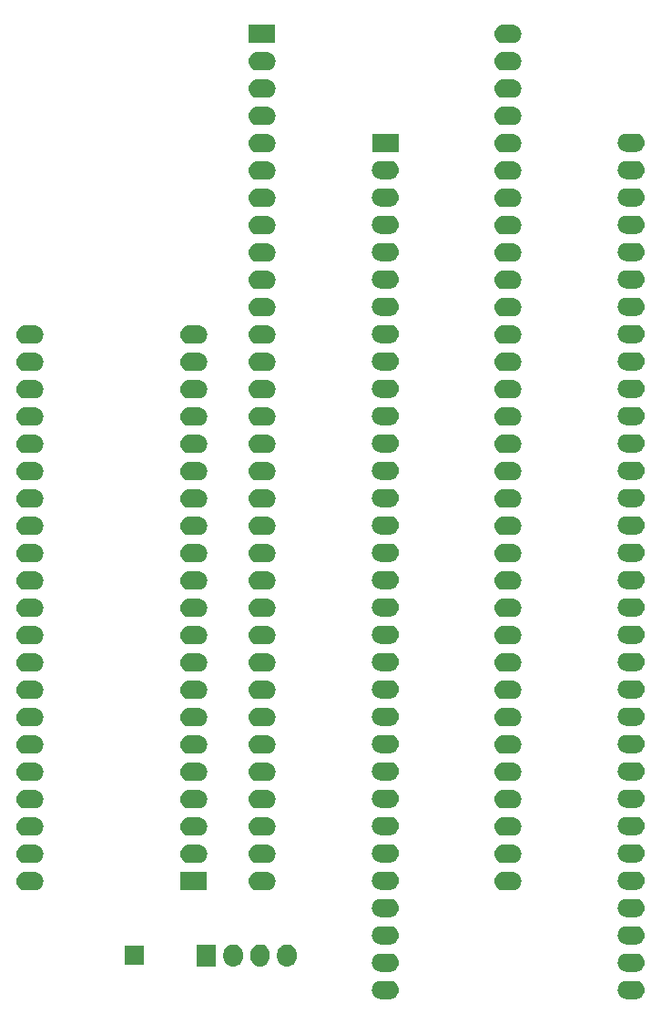
<source format=gbr>
G04 #@! TF.GenerationSoftware,KiCad,Pcbnew,5.0.2-bee76a0~70~ubuntu18.10.1*
G04 #@! TF.CreationDate,2019-03-17T01:37:17+01:00*
G04 #@! TF.ProjectId,Relocator 4 Kickstart,52656c6f-6361-4746-9f72-2034204b6963,rev?*
G04 #@! TF.SameCoordinates,Original*
G04 #@! TF.FileFunction,Soldermask,Top*
G04 #@! TF.FilePolarity,Negative*
%FSLAX46Y46*%
G04 Gerber Fmt 4.6, Leading zero omitted, Abs format (unit mm)*
G04 Created by KiCad (PCBNEW 5.0.2-bee76a0~70~ubuntu18.10.1) date dom 17 mar 2019 01:37:17 CET*
%MOMM*%
%LPD*%
G01*
G04 APERTURE LIST*
%ADD10C,0.100000*%
G04 APERTURE END LIST*
D10*
G36*
X82608821Y-114121713D02*
X82608824Y-114121714D01*
X82608825Y-114121714D01*
X82769239Y-114170375D01*
X82769241Y-114170376D01*
X82769244Y-114170377D01*
X82917078Y-114249395D01*
X83046659Y-114355741D01*
X83153005Y-114485322D01*
X83232023Y-114633156D01*
X83280687Y-114793579D01*
X83297117Y-114960400D01*
X83280687Y-115127221D01*
X83232023Y-115287644D01*
X83153005Y-115435478D01*
X83046659Y-115565059D01*
X82917078Y-115671405D01*
X82769244Y-115750423D01*
X82769241Y-115750424D01*
X82769239Y-115750425D01*
X82608825Y-115799086D01*
X82608824Y-115799086D01*
X82608821Y-115799087D01*
X82483804Y-115811400D01*
X81600196Y-115811400D01*
X81475179Y-115799087D01*
X81475176Y-115799086D01*
X81475175Y-115799086D01*
X81314761Y-115750425D01*
X81314759Y-115750424D01*
X81314756Y-115750423D01*
X81166922Y-115671405D01*
X81037341Y-115565059D01*
X80930995Y-115435478D01*
X80851977Y-115287644D01*
X80803313Y-115127221D01*
X80786883Y-114960400D01*
X80803313Y-114793579D01*
X80851977Y-114633156D01*
X80930995Y-114485322D01*
X81037341Y-114355741D01*
X81166922Y-114249395D01*
X81314756Y-114170377D01*
X81314759Y-114170376D01*
X81314761Y-114170375D01*
X81475175Y-114121714D01*
X81475176Y-114121714D01*
X81475179Y-114121713D01*
X81600196Y-114109400D01*
X82483804Y-114109400D01*
X82608821Y-114121713D01*
X82608821Y-114121713D01*
G37*
G36*
X59748821Y-114121713D02*
X59748824Y-114121714D01*
X59748825Y-114121714D01*
X59909239Y-114170375D01*
X59909241Y-114170376D01*
X59909244Y-114170377D01*
X60057078Y-114249395D01*
X60186659Y-114355741D01*
X60293005Y-114485322D01*
X60372023Y-114633156D01*
X60420687Y-114793579D01*
X60437117Y-114960400D01*
X60420687Y-115127221D01*
X60372023Y-115287644D01*
X60293005Y-115435478D01*
X60186659Y-115565059D01*
X60057078Y-115671405D01*
X59909244Y-115750423D01*
X59909241Y-115750424D01*
X59909239Y-115750425D01*
X59748825Y-115799086D01*
X59748824Y-115799086D01*
X59748821Y-115799087D01*
X59623804Y-115811400D01*
X58740196Y-115811400D01*
X58615179Y-115799087D01*
X58615176Y-115799086D01*
X58615175Y-115799086D01*
X58454761Y-115750425D01*
X58454759Y-115750424D01*
X58454756Y-115750423D01*
X58306922Y-115671405D01*
X58177341Y-115565059D01*
X58070995Y-115435478D01*
X57991977Y-115287644D01*
X57943313Y-115127221D01*
X57926883Y-114960400D01*
X57943313Y-114793579D01*
X57991977Y-114633156D01*
X58070995Y-114485322D01*
X58177341Y-114355741D01*
X58306922Y-114249395D01*
X58454756Y-114170377D01*
X58454759Y-114170376D01*
X58454761Y-114170375D01*
X58615175Y-114121714D01*
X58615176Y-114121714D01*
X58615179Y-114121713D01*
X58740196Y-114109400D01*
X59623804Y-114109400D01*
X59748821Y-114121713D01*
X59748821Y-114121713D01*
G37*
G36*
X59748821Y-111581713D02*
X59748824Y-111581714D01*
X59748825Y-111581714D01*
X59909239Y-111630375D01*
X59909241Y-111630376D01*
X59909244Y-111630377D01*
X60057078Y-111709395D01*
X60186659Y-111815741D01*
X60293005Y-111945322D01*
X60372023Y-112093156D01*
X60372024Y-112093159D01*
X60372025Y-112093161D01*
X60420686Y-112253575D01*
X60420687Y-112253579D01*
X60437117Y-112420400D01*
X60420687Y-112587221D01*
X60420686Y-112587224D01*
X60420686Y-112587225D01*
X60384321Y-112707106D01*
X60372023Y-112747644D01*
X60293005Y-112895478D01*
X60186659Y-113025059D01*
X60057078Y-113131405D01*
X59909244Y-113210423D01*
X59909241Y-113210424D01*
X59909239Y-113210425D01*
X59748825Y-113259086D01*
X59748824Y-113259086D01*
X59748821Y-113259087D01*
X59623804Y-113271400D01*
X58740196Y-113271400D01*
X58615179Y-113259087D01*
X58615176Y-113259086D01*
X58615175Y-113259086D01*
X58454761Y-113210425D01*
X58454759Y-113210424D01*
X58454756Y-113210423D01*
X58306922Y-113131405D01*
X58177341Y-113025059D01*
X58070995Y-112895478D01*
X57991977Y-112747644D01*
X57979680Y-112707106D01*
X57943314Y-112587225D01*
X57943314Y-112587224D01*
X57943313Y-112587221D01*
X57926883Y-112420400D01*
X57943313Y-112253579D01*
X57943314Y-112253575D01*
X57991975Y-112093161D01*
X57991976Y-112093159D01*
X57991977Y-112093156D01*
X58070995Y-111945322D01*
X58177341Y-111815741D01*
X58306922Y-111709395D01*
X58454756Y-111630377D01*
X58454759Y-111630376D01*
X58454761Y-111630375D01*
X58615175Y-111581714D01*
X58615176Y-111581714D01*
X58615179Y-111581713D01*
X58740196Y-111569400D01*
X59623804Y-111569400D01*
X59748821Y-111581713D01*
X59748821Y-111581713D01*
G37*
G36*
X82608821Y-111581713D02*
X82608824Y-111581714D01*
X82608825Y-111581714D01*
X82769239Y-111630375D01*
X82769241Y-111630376D01*
X82769244Y-111630377D01*
X82917078Y-111709395D01*
X83046659Y-111815741D01*
X83153005Y-111945322D01*
X83232023Y-112093156D01*
X83232024Y-112093159D01*
X83232025Y-112093161D01*
X83280686Y-112253575D01*
X83280687Y-112253579D01*
X83297117Y-112420400D01*
X83280687Y-112587221D01*
X83280686Y-112587224D01*
X83280686Y-112587225D01*
X83244321Y-112707106D01*
X83232023Y-112747644D01*
X83153005Y-112895478D01*
X83046659Y-113025059D01*
X82917078Y-113131405D01*
X82769244Y-113210423D01*
X82769241Y-113210424D01*
X82769239Y-113210425D01*
X82608825Y-113259086D01*
X82608824Y-113259086D01*
X82608821Y-113259087D01*
X82483804Y-113271400D01*
X81600196Y-113271400D01*
X81475179Y-113259087D01*
X81475176Y-113259086D01*
X81475175Y-113259086D01*
X81314761Y-113210425D01*
X81314759Y-113210424D01*
X81314756Y-113210423D01*
X81166922Y-113131405D01*
X81037341Y-113025059D01*
X80930995Y-112895478D01*
X80851977Y-112747644D01*
X80839680Y-112707106D01*
X80803314Y-112587225D01*
X80803314Y-112587224D01*
X80803313Y-112587221D01*
X80786883Y-112420400D01*
X80803313Y-112253579D01*
X80803314Y-112253575D01*
X80851975Y-112093161D01*
X80851976Y-112093159D01*
X80851977Y-112093156D01*
X80930995Y-111945322D01*
X81037341Y-111815741D01*
X81166922Y-111709395D01*
X81314756Y-111630377D01*
X81314759Y-111630376D01*
X81314761Y-111630375D01*
X81475175Y-111581714D01*
X81475176Y-111581714D01*
X81475179Y-111581713D01*
X81600196Y-111569400D01*
X82483804Y-111569400D01*
X82608821Y-111581713D01*
X82608821Y-111581713D01*
G37*
G36*
X47696226Y-110747037D02*
X47809452Y-110781384D01*
X47866066Y-110798557D01*
X48022589Y-110882221D01*
X48159786Y-110994814D01*
X48243048Y-111096271D01*
X48272378Y-111132009D01*
X48272379Y-111132011D01*
X48356043Y-111288533D01*
X48373216Y-111345147D01*
X48407563Y-111458373D01*
X48420600Y-111590742D01*
X48420600Y-111929257D01*
X48407563Y-112061626D01*
X48356043Y-112231466D01*
X48272378Y-112387991D01*
X48272377Y-112387992D01*
X48159786Y-112525186D01*
X48084190Y-112587225D01*
X48022591Y-112637778D01*
X48022589Y-112637779D01*
X47866067Y-112721443D01*
X47825334Y-112733799D01*
X47696227Y-112772963D01*
X47519600Y-112790359D01*
X47342974Y-112772963D01*
X47213867Y-112733799D01*
X47173134Y-112721443D01*
X47016612Y-112637779D01*
X47016610Y-112637778D01*
X46879416Y-112525186D01*
X46879412Y-112525183D01*
X46766822Y-112387992D01*
X46683157Y-112231467D01*
X46641203Y-112093161D01*
X46631637Y-112061627D01*
X46618600Y-111929258D01*
X46618600Y-111590743D01*
X46631637Y-111458374D01*
X46683157Y-111288535D01*
X46683157Y-111288534D01*
X46766821Y-111132011D01*
X46879414Y-110994814D01*
X46980871Y-110911552D01*
X47016609Y-110882222D01*
X47060054Y-110859000D01*
X47173133Y-110798557D01*
X47229747Y-110781384D01*
X47342973Y-110747037D01*
X47519600Y-110729641D01*
X47696226Y-110747037D01*
X47696226Y-110747037D01*
G37*
G36*
X45196226Y-110747037D02*
X45309452Y-110781384D01*
X45366066Y-110798557D01*
X45522589Y-110882221D01*
X45659786Y-110994814D01*
X45743048Y-111096271D01*
X45772378Y-111132009D01*
X45772379Y-111132011D01*
X45856043Y-111288533D01*
X45873216Y-111345147D01*
X45907563Y-111458373D01*
X45920600Y-111590742D01*
X45920600Y-111929257D01*
X45907563Y-112061626D01*
X45856043Y-112231466D01*
X45772378Y-112387991D01*
X45772377Y-112387992D01*
X45659786Y-112525186D01*
X45584190Y-112587225D01*
X45522591Y-112637778D01*
X45522589Y-112637779D01*
X45366067Y-112721443D01*
X45325334Y-112733799D01*
X45196227Y-112772963D01*
X45019600Y-112790359D01*
X44842974Y-112772963D01*
X44713867Y-112733799D01*
X44673134Y-112721443D01*
X44516612Y-112637779D01*
X44516610Y-112637778D01*
X44379416Y-112525186D01*
X44379412Y-112525183D01*
X44266822Y-112387992D01*
X44183157Y-112231467D01*
X44141203Y-112093161D01*
X44131637Y-112061627D01*
X44118600Y-111929258D01*
X44118600Y-111590743D01*
X44131637Y-111458374D01*
X44183157Y-111288535D01*
X44183157Y-111288534D01*
X44266821Y-111132011D01*
X44379414Y-110994814D01*
X44480871Y-110911552D01*
X44516609Y-110882222D01*
X44560054Y-110859000D01*
X44673133Y-110798557D01*
X44729747Y-110781384D01*
X44842973Y-110747037D01*
X45019600Y-110729641D01*
X45196226Y-110747037D01*
X45196226Y-110747037D01*
G37*
G36*
X50196226Y-110747037D02*
X50309452Y-110781384D01*
X50366066Y-110798557D01*
X50522589Y-110882221D01*
X50659786Y-110994814D01*
X50743048Y-111096271D01*
X50772378Y-111132009D01*
X50772379Y-111132011D01*
X50856043Y-111288533D01*
X50873216Y-111345147D01*
X50907563Y-111458373D01*
X50920600Y-111590742D01*
X50920600Y-111929257D01*
X50907563Y-112061626D01*
X50856043Y-112231466D01*
X50772378Y-112387991D01*
X50772377Y-112387992D01*
X50659786Y-112525186D01*
X50584190Y-112587225D01*
X50522591Y-112637778D01*
X50522589Y-112637779D01*
X50366067Y-112721443D01*
X50325334Y-112733799D01*
X50196227Y-112772963D01*
X50019600Y-112790359D01*
X49842974Y-112772963D01*
X49713867Y-112733799D01*
X49673134Y-112721443D01*
X49516612Y-112637779D01*
X49516610Y-112637778D01*
X49379416Y-112525186D01*
X49379412Y-112525183D01*
X49266822Y-112387992D01*
X49183157Y-112231467D01*
X49141203Y-112093161D01*
X49131637Y-112061627D01*
X49118600Y-111929258D01*
X49118600Y-111590743D01*
X49131637Y-111458374D01*
X49183157Y-111288535D01*
X49183157Y-111288534D01*
X49266821Y-111132011D01*
X49379414Y-110994814D01*
X49480871Y-110911552D01*
X49516609Y-110882222D01*
X49560054Y-110859000D01*
X49673133Y-110798557D01*
X49729747Y-110781384D01*
X49842973Y-110747037D01*
X50019600Y-110729641D01*
X50196226Y-110747037D01*
X50196226Y-110747037D01*
G37*
G36*
X43278200Y-110737989D02*
X43311249Y-110748014D01*
X43341706Y-110764294D01*
X43368399Y-110786201D01*
X43390306Y-110812894D01*
X43406586Y-110843351D01*
X43416611Y-110876400D01*
X43420600Y-110916904D01*
X43420600Y-112603096D01*
X43416611Y-112643600D01*
X43406586Y-112676649D01*
X43390306Y-112707106D01*
X43368399Y-112733799D01*
X43341706Y-112755706D01*
X43311249Y-112771986D01*
X43278200Y-112782011D01*
X43237696Y-112786000D01*
X41801504Y-112786000D01*
X41761000Y-112782011D01*
X41727951Y-112771986D01*
X41697494Y-112755706D01*
X41670801Y-112733799D01*
X41648894Y-112707106D01*
X41632614Y-112676649D01*
X41622589Y-112643600D01*
X41618600Y-112603096D01*
X41618600Y-110916904D01*
X41622589Y-110876400D01*
X41632614Y-110843351D01*
X41648894Y-110812894D01*
X41670801Y-110786201D01*
X41697494Y-110764294D01*
X41727951Y-110748014D01*
X41761000Y-110737989D01*
X41801504Y-110734000D01*
X43237696Y-110734000D01*
X43278200Y-110737989D01*
X43278200Y-110737989D01*
G37*
G36*
X36715000Y-112661000D02*
X34913000Y-112661000D01*
X34913000Y-110859000D01*
X36715000Y-110859000D01*
X36715000Y-112661000D01*
X36715000Y-112661000D01*
G37*
G36*
X82608821Y-109041713D02*
X82608824Y-109041714D01*
X82608825Y-109041714D01*
X82769239Y-109090375D01*
X82769241Y-109090376D01*
X82769244Y-109090377D01*
X82917078Y-109169395D01*
X83046659Y-109275741D01*
X83153005Y-109405322D01*
X83232023Y-109553156D01*
X83280687Y-109713579D01*
X83297117Y-109880400D01*
X83280687Y-110047221D01*
X83232023Y-110207644D01*
X83153005Y-110355478D01*
X83046659Y-110485059D01*
X82917078Y-110591405D01*
X82769244Y-110670423D01*
X82769241Y-110670424D01*
X82769239Y-110670425D01*
X82608825Y-110719086D01*
X82608824Y-110719086D01*
X82608821Y-110719087D01*
X82483804Y-110731400D01*
X81600196Y-110731400D01*
X81475179Y-110719087D01*
X81475176Y-110719086D01*
X81475175Y-110719086D01*
X81314761Y-110670425D01*
X81314759Y-110670424D01*
X81314756Y-110670423D01*
X81166922Y-110591405D01*
X81037341Y-110485059D01*
X80930995Y-110355478D01*
X80851977Y-110207644D01*
X80803313Y-110047221D01*
X80786883Y-109880400D01*
X80803313Y-109713579D01*
X80851977Y-109553156D01*
X80930995Y-109405322D01*
X81037341Y-109275741D01*
X81166922Y-109169395D01*
X81314756Y-109090377D01*
X81314759Y-109090376D01*
X81314761Y-109090375D01*
X81475175Y-109041714D01*
X81475176Y-109041714D01*
X81475179Y-109041713D01*
X81600196Y-109029400D01*
X82483804Y-109029400D01*
X82608821Y-109041713D01*
X82608821Y-109041713D01*
G37*
G36*
X59748821Y-109041713D02*
X59748824Y-109041714D01*
X59748825Y-109041714D01*
X59909239Y-109090375D01*
X59909241Y-109090376D01*
X59909244Y-109090377D01*
X60057078Y-109169395D01*
X60186659Y-109275741D01*
X60293005Y-109405322D01*
X60372023Y-109553156D01*
X60420687Y-109713579D01*
X60437117Y-109880400D01*
X60420687Y-110047221D01*
X60372023Y-110207644D01*
X60293005Y-110355478D01*
X60186659Y-110485059D01*
X60057078Y-110591405D01*
X59909244Y-110670423D01*
X59909241Y-110670424D01*
X59909239Y-110670425D01*
X59748825Y-110719086D01*
X59748824Y-110719086D01*
X59748821Y-110719087D01*
X59623804Y-110731400D01*
X58740196Y-110731400D01*
X58615179Y-110719087D01*
X58615176Y-110719086D01*
X58615175Y-110719086D01*
X58454761Y-110670425D01*
X58454759Y-110670424D01*
X58454756Y-110670423D01*
X58306922Y-110591405D01*
X58177341Y-110485059D01*
X58070995Y-110355478D01*
X57991977Y-110207644D01*
X57943313Y-110047221D01*
X57926883Y-109880400D01*
X57943313Y-109713579D01*
X57991977Y-109553156D01*
X58070995Y-109405322D01*
X58177341Y-109275741D01*
X58306922Y-109169395D01*
X58454756Y-109090377D01*
X58454759Y-109090376D01*
X58454761Y-109090375D01*
X58615175Y-109041714D01*
X58615176Y-109041714D01*
X58615179Y-109041713D01*
X58740196Y-109029400D01*
X59623804Y-109029400D01*
X59748821Y-109041713D01*
X59748821Y-109041713D01*
G37*
G36*
X59748821Y-106501713D02*
X59748824Y-106501714D01*
X59748825Y-106501714D01*
X59909239Y-106550375D01*
X59909241Y-106550376D01*
X59909244Y-106550377D01*
X60057078Y-106629395D01*
X60186659Y-106735741D01*
X60293005Y-106865322D01*
X60372023Y-107013156D01*
X60420687Y-107173579D01*
X60437117Y-107340400D01*
X60420687Y-107507221D01*
X60372023Y-107667644D01*
X60293005Y-107815478D01*
X60186659Y-107945059D01*
X60057078Y-108051405D01*
X59909244Y-108130423D01*
X59909241Y-108130424D01*
X59909239Y-108130425D01*
X59748825Y-108179086D01*
X59748824Y-108179086D01*
X59748821Y-108179087D01*
X59623804Y-108191400D01*
X58740196Y-108191400D01*
X58615179Y-108179087D01*
X58615176Y-108179086D01*
X58615175Y-108179086D01*
X58454761Y-108130425D01*
X58454759Y-108130424D01*
X58454756Y-108130423D01*
X58306922Y-108051405D01*
X58177341Y-107945059D01*
X58070995Y-107815478D01*
X57991977Y-107667644D01*
X57943313Y-107507221D01*
X57926883Y-107340400D01*
X57943313Y-107173579D01*
X57991977Y-107013156D01*
X58070995Y-106865322D01*
X58177341Y-106735741D01*
X58306922Y-106629395D01*
X58454756Y-106550377D01*
X58454759Y-106550376D01*
X58454761Y-106550375D01*
X58615175Y-106501714D01*
X58615176Y-106501714D01*
X58615179Y-106501713D01*
X58740196Y-106489400D01*
X59623804Y-106489400D01*
X59748821Y-106501713D01*
X59748821Y-106501713D01*
G37*
G36*
X82608821Y-106501713D02*
X82608824Y-106501714D01*
X82608825Y-106501714D01*
X82769239Y-106550375D01*
X82769241Y-106550376D01*
X82769244Y-106550377D01*
X82917078Y-106629395D01*
X83046659Y-106735741D01*
X83153005Y-106865322D01*
X83232023Y-107013156D01*
X83280687Y-107173579D01*
X83297117Y-107340400D01*
X83280687Y-107507221D01*
X83232023Y-107667644D01*
X83153005Y-107815478D01*
X83046659Y-107945059D01*
X82917078Y-108051405D01*
X82769244Y-108130423D01*
X82769241Y-108130424D01*
X82769239Y-108130425D01*
X82608825Y-108179086D01*
X82608824Y-108179086D01*
X82608821Y-108179087D01*
X82483804Y-108191400D01*
X81600196Y-108191400D01*
X81475179Y-108179087D01*
X81475176Y-108179086D01*
X81475175Y-108179086D01*
X81314761Y-108130425D01*
X81314759Y-108130424D01*
X81314756Y-108130423D01*
X81166922Y-108051405D01*
X81037341Y-107945059D01*
X80930995Y-107815478D01*
X80851977Y-107667644D01*
X80803313Y-107507221D01*
X80786883Y-107340400D01*
X80803313Y-107173579D01*
X80851977Y-107013156D01*
X80930995Y-106865322D01*
X81037341Y-106735741D01*
X81166922Y-106629395D01*
X81314756Y-106550377D01*
X81314759Y-106550376D01*
X81314761Y-106550375D01*
X81475175Y-106501714D01*
X81475176Y-106501714D01*
X81475179Y-106501713D01*
X81600196Y-106489400D01*
X82483804Y-106489400D01*
X82608821Y-106501713D01*
X82608821Y-106501713D01*
G37*
G36*
X71128021Y-104012513D02*
X71128024Y-104012514D01*
X71128025Y-104012514D01*
X71288439Y-104061175D01*
X71288441Y-104061176D01*
X71288444Y-104061177D01*
X71436278Y-104140195D01*
X71565859Y-104246541D01*
X71672205Y-104376122D01*
X71751223Y-104523956D01*
X71751224Y-104523959D01*
X71751225Y-104523961D01*
X71799886Y-104684375D01*
X71799887Y-104684379D01*
X71816317Y-104851200D01*
X71799887Y-105018021D01*
X71799886Y-105018024D01*
X71799886Y-105018025D01*
X71751286Y-105178239D01*
X71751223Y-105178444D01*
X71672205Y-105326278D01*
X71565859Y-105455859D01*
X71436278Y-105562205D01*
X71288444Y-105641223D01*
X71288441Y-105641224D01*
X71288439Y-105641225D01*
X71128025Y-105689886D01*
X71128024Y-105689886D01*
X71128021Y-105689887D01*
X71003004Y-105702200D01*
X70119396Y-105702200D01*
X69994379Y-105689887D01*
X69994376Y-105689886D01*
X69994375Y-105689886D01*
X69833961Y-105641225D01*
X69833959Y-105641224D01*
X69833956Y-105641223D01*
X69686122Y-105562205D01*
X69556541Y-105455859D01*
X69450195Y-105326278D01*
X69371177Y-105178444D01*
X69371115Y-105178239D01*
X69322514Y-105018025D01*
X69322514Y-105018024D01*
X69322513Y-105018021D01*
X69306083Y-104851200D01*
X69322513Y-104684379D01*
X69322514Y-104684375D01*
X69371175Y-104523961D01*
X69371176Y-104523959D01*
X69371177Y-104523956D01*
X69450195Y-104376122D01*
X69556541Y-104246541D01*
X69686122Y-104140195D01*
X69833956Y-104061177D01*
X69833959Y-104061176D01*
X69833961Y-104061175D01*
X69994375Y-104012514D01*
X69994376Y-104012514D01*
X69994379Y-104012513D01*
X70119396Y-104000200D01*
X71003004Y-104000200D01*
X71128021Y-104012513D01*
X71128021Y-104012513D01*
G37*
G36*
X48268021Y-104012513D02*
X48268024Y-104012514D01*
X48268025Y-104012514D01*
X48428439Y-104061175D01*
X48428441Y-104061176D01*
X48428444Y-104061177D01*
X48576278Y-104140195D01*
X48705859Y-104246541D01*
X48812205Y-104376122D01*
X48891223Y-104523956D01*
X48891224Y-104523959D01*
X48891225Y-104523961D01*
X48939886Y-104684375D01*
X48939887Y-104684379D01*
X48956317Y-104851200D01*
X48939887Y-105018021D01*
X48939886Y-105018024D01*
X48939886Y-105018025D01*
X48891286Y-105178239D01*
X48891223Y-105178444D01*
X48812205Y-105326278D01*
X48705859Y-105455859D01*
X48576278Y-105562205D01*
X48428444Y-105641223D01*
X48428441Y-105641224D01*
X48428439Y-105641225D01*
X48268025Y-105689886D01*
X48268024Y-105689886D01*
X48268021Y-105689887D01*
X48143004Y-105702200D01*
X47259396Y-105702200D01*
X47134379Y-105689887D01*
X47134376Y-105689886D01*
X47134375Y-105689886D01*
X46973961Y-105641225D01*
X46973959Y-105641224D01*
X46973956Y-105641223D01*
X46826122Y-105562205D01*
X46696541Y-105455859D01*
X46590195Y-105326278D01*
X46511177Y-105178444D01*
X46511115Y-105178239D01*
X46462514Y-105018025D01*
X46462514Y-105018024D01*
X46462513Y-105018021D01*
X46446083Y-104851200D01*
X46462513Y-104684379D01*
X46462514Y-104684375D01*
X46511175Y-104523961D01*
X46511176Y-104523959D01*
X46511177Y-104523956D01*
X46590195Y-104376122D01*
X46696541Y-104246541D01*
X46826122Y-104140195D01*
X46973956Y-104061177D01*
X46973959Y-104061176D01*
X46973961Y-104061175D01*
X47134375Y-104012514D01*
X47134376Y-104012514D01*
X47134379Y-104012513D01*
X47259396Y-104000200D01*
X48143004Y-104000200D01*
X48268021Y-104012513D01*
X48268021Y-104012513D01*
G37*
G36*
X42602200Y-105702000D02*
X40100200Y-105702000D01*
X40100200Y-104000000D01*
X42602200Y-104000000D01*
X42602200Y-105702000D01*
X42602200Y-105702000D01*
G37*
G36*
X26678021Y-104012313D02*
X26678024Y-104012314D01*
X26678025Y-104012314D01*
X26838439Y-104060975D01*
X26838441Y-104060976D01*
X26838444Y-104060977D01*
X26986278Y-104139995D01*
X27115859Y-104246341D01*
X27222205Y-104375922D01*
X27301223Y-104523756D01*
X27301224Y-104523759D01*
X27301225Y-104523761D01*
X27334538Y-104633579D01*
X27349887Y-104684179D01*
X27366317Y-104851000D01*
X27349887Y-105017821D01*
X27349886Y-105017824D01*
X27349886Y-105017825D01*
X27316573Y-105127644D01*
X27301223Y-105178244D01*
X27222205Y-105326078D01*
X27115859Y-105455659D01*
X26986278Y-105562005D01*
X26838444Y-105641023D01*
X26838441Y-105641024D01*
X26838439Y-105641025D01*
X26678025Y-105689686D01*
X26678024Y-105689686D01*
X26678021Y-105689687D01*
X26553004Y-105702000D01*
X25669396Y-105702000D01*
X25544379Y-105689687D01*
X25544376Y-105689686D01*
X25544375Y-105689686D01*
X25383961Y-105641025D01*
X25383959Y-105641024D01*
X25383956Y-105641023D01*
X25236122Y-105562005D01*
X25106541Y-105455659D01*
X25000195Y-105326078D01*
X24921177Y-105178244D01*
X24905828Y-105127644D01*
X24872514Y-105017825D01*
X24872514Y-105017824D01*
X24872513Y-105017821D01*
X24856083Y-104851000D01*
X24872513Y-104684179D01*
X24887862Y-104633579D01*
X24921175Y-104523761D01*
X24921176Y-104523759D01*
X24921177Y-104523756D01*
X25000195Y-104375922D01*
X25106541Y-104246341D01*
X25236122Y-104139995D01*
X25383956Y-104060977D01*
X25383959Y-104060976D01*
X25383961Y-104060975D01*
X25544375Y-104012314D01*
X25544376Y-104012314D01*
X25544379Y-104012313D01*
X25669396Y-104000000D01*
X26553004Y-104000000D01*
X26678021Y-104012313D01*
X26678021Y-104012313D01*
G37*
G36*
X59748821Y-103961713D02*
X59748824Y-103961714D01*
X59748825Y-103961714D01*
X59909239Y-104010375D01*
X59909241Y-104010376D01*
X59909244Y-104010377D01*
X60057078Y-104089395D01*
X60186659Y-104195741D01*
X60293005Y-104325322D01*
X60372023Y-104473156D01*
X60372024Y-104473159D01*
X60372025Y-104473161D01*
X60387374Y-104523761D01*
X60420687Y-104633579D01*
X60437117Y-104800400D01*
X60420687Y-104967221D01*
X60420686Y-104967224D01*
X60420686Y-104967225D01*
X60405337Y-105017825D01*
X60372023Y-105127644D01*
X60293005Y-105275478D01*
X60186659Y-105405059D01*
X60057078Y-105511405D01*
X59909244Y-105590423D01*
X59909241Y-105590424D01*
X59909239Y-105590425D01*
X59748825Y-105639086D01*
X59748824Y-105639086D01*
X59748821Y-105639087D01*
X59623804Y-105651400D01*
X58740196Y-105651400D01*
X58615179Y-105639087D01*
X58615176Y-105639086D01*
X58615175Y-105639086D01*
X58454761Y-105590425D01*
X58454759Y-105590424D01*
X58454756Y-105590423D01*
X58306922Y-105511405D01*
X58177341Y-105405059D01*
X58070995Y-105275478D01*
X57991977Y-105127644D01*
X57958664Y-105017825D01*
X57943314Y-104967225D01*
X57943314Y-104967224D01*
X57943313Y-104967221D01*
X57926883Y-104800400D01*
X57943313Y-104633579D01*
X57976626Y-104523761D01*
X57991975Y-104473161D01*
X57991976Y-104473159D01*
X57991977Y-104473156D01*
X58070995Y-104325322D01*
X58177341Y-104195741D01*
X58306922Y-104089395D01*
X58454756Y-104010377D01*
X58454759Y-104010376D01*
X58454761Y-104010375D01*
X58615175Y-103961714D01*
X58615176Y-103961714D01*
X58615179Y-103961713D01*
X58740196Y-103949400D01*
X59623804Y-103949400D01*
X59748821Y-103961713D01*
X59748821Y-103961713D01*
G37*
G36*
X82608821Y-103961713D02*
X82608824Y-103961714D01*
X82608825Y-103961714D01*
X82769239Y-104010375D01*
X82769241Y-104010376D01*
X82769244Y-104010377D01*
X82917078Y-104089395D01*
X83046659Y-104195741D01*
X83153005Y-104325322D01*
X83232023Y-104473156D01*
X83232024Y-104473159D01*
X83232025Y-104473161D01*
X83247374Y-104523761D01*
X83280687Y-104633579D01*
X83297117Y-104800400D01*
X83280687Y-104967221D01*
X83280686Y-104967224D01*
X83280686Y-104967225D01*
X83265337Y-105017825D01*
X83232023Y-105127644D01*
X83153005Y-105275478D01*
X83046659Y-105405059D01*
X82917078Y-105511405D01*
X82769244Y-105590423D01*
X82769241Y-105590424D01*
X82769239Y-105590425D01*
X82608825Y-105639086D01*
X82608824Y-105639086D01*
X82608821Y-105639087D01*
X82483804Y-105651400D01*
X81600196Y-105651400D01*
X81475179Y-105639087D01*
X81475176Y-105639086D01*
X81475175Y-105639086D01*
X81314761Y-105590425D01*
X81314759Y-105590424D01*
X81314756Y-105590423D01*
X81166922Y-105511405D01*
X81037341Y-105405059D01*
X80930995Y-105275478D01*
X80851977Y-105127644D01*
X80818664Y-105017825D01*
X80803314Y-104967225D01*
X80803314Y-104967224D01*
X80803313Y-104967221D01*
X80786883Y-104800400D01*
X80803313Y-104633579D01*
X80836626Y-104523761D01*
X80851975Y-104473161D01*
X80851976Y-104473159D01*
X80851977Y-104473156D01*
X80930995Y-104325322D01*
X81037341Y-104195741D01*
X81166922Y-104089395D01*
X81314756Y-104010377D01*
X81314759Y-104010376D01*
X81314761Y-104010375D01*
X81475175Y-103961714D01*
X81475176Y-103961714D01*
X81475179Y-103961713D01*
X81600196Y-103949400D01*
X82483804Y-103949400D01*
X82608821Y-103961713D01*
X82608821Y-103961713D01*
G37*
G36*
X71128021Y-101472513D02*
X71128024Y-101472514D01*
X71128025Y-101472514D01*
X71288439Y-101521175D01*
X71288441Y-101521176D01*
X71288444Y-101521177D01*
X71436278Y-101600195D01*
X71565859Y-101706541D01*
X71672205Y-101836122D01*
X71751223Y-101983956D01*
X71751224Y-101983959D01*
X71751225Y-101983961D01*
X71799886Y-102144375D01*
X71799887Y-102144379D01*
X71816317Y-102311200D01*
X71799887Y-102478021D01*
X71799886Y-102478024D01*
X71799886Y-102478025D01*
X71751286Y-102638239D01*
X71751223Y-102638444D01*
X71672205Y-102786278D01*
X71565859Y-102915859D01*
X71436278Y-103022205D01*
X71288444Y-103101223D01*
X71288441Y-103101224D01*
X71288439Y-103101225D01*
X71128025Y-103149886D01*
X71128024Y-103149886D01*
X71128021Y-103149887D01*
X71003004Y-103162200D01*
X70119396Y-103162200D01*
X69994379Y-103149887D01*
X69994376Y-103149886D01*
X69994375Y-103149886D01*
X69833961Y-103101225D01*
X69833959Y-103101224D01*
X69833956Y-103101223D01*
X69686122Y-103022205D01*
X69556541Y-102915859D01*
X69450195Y-102786278D01*
X69371177Y-102638444D01*
X69371115Y-102638239D01*
X69322514Y-102478025D01*
X69322514Y-102478024D01*
X69322513Y-102478021D01*
X69306083Y-102311200D01*
X69322513Y-102144379D01*
X69322514Y-102144375D01*
X69371175Y-101983961D01*
X69371176Y-101983959D01*
X69371177Y-101983956D01*
X69450195Y-101836122D01*
X69556541Y-101706541D01*
X69686122Y-101600195D01*
X69833956Y-101521177D01*
X69833959Y-101521176D01*
X69833961Y-101521175D01*
X69994375Y-101472514D01*
X69994376Y-101472514D01*
X69994379Y-101472513D01*
X70119396Y-101460200D01*
X71003004Y-101460200D01*
X71128021Y-101472513D01*
X71128021Y-101472513D01*
G37*
G36*
X48268021Y-101472513D02*
X48268024Y-101472514D01*
X48268025Y-101472514D01*
X48428439Y-101521175D01*
X48428441Y-101521176D01*
X48428444Y-101521177D01*
X48576278Y-101600195D01*
X48705859Y-101706541D01*
X48812205Y-101836122D01*
X48891223Y-101983956D01*
X48891224Y-101983959D01*
X48891225Y-101983961D01*
X48939886Y-102144375D01*
X48939887Y-102144379D01*
X48956317Y-102311200D01*
X48939887Y-102478021D01*
X48939886Y-102478024D01*
X48939886Y-102478025D01*
X48891286Y-102638239D01*
X48891223Y-102638444D01*
X48812205Y-102786278D01*
X48705859Y-102915859D01*
X48576278Y-103022205D01*
X48428444Y-103101223D01*
X48428441Y-103101224D01*
X48428439Y-103101225D01*
X48268025Y-103149886D01*
X48268024Y-103149886D01*
X48268021Y-103149887D01*
X48143004Y-103162200D01*
X47259396Y-103162200D01*
X47134379Y-103149887D01*
X47134376Y-103149886D01*
X47134375Y-103149886D01*
X46973961Y-103101225D01*
X46973959Y-103101224D01*
X46973956Y-103101223D01*
X46826122Y-103022205D01*
X46696541Y-102915859D01*
X46590195Y-102786278D01*
X46511177Y-102638444D01*
X46511115Y-102638239D01*
X46462514Y-102478025D01*
X46462514Y-102478024D01*
X46462513Y-102478021D01*
X46446083Y-102311200D01*
X46462513Y-102144379D01*
X46462514Y-102144375D01*
X46511175Y-101983961D01*
X46511176Y-101983959D01*
X46511177Y-101983956D01*
X46590195Y-101836122D01*
X46696541Y-101706541D01*
X46826122Y-101600195D01*
X46973956Y-101521177D01*
X46973959Y-101521176D01*
X46973961Y-101521175D01*
X47134375Y-101472514D01*
X47134376Y-101472514D01*
X47134379Y-101472513D01*
X47259396Y-101460200D01*
X48143004Y-101460200D01*
X48268021Y-101472513D01*
X48268021Y-101472513D01*
G37*
G36*
X26678021Y-101472313D02*
X26678024Y-101472314D01*
X26678025Y-101472314D01*
X26838439Y-101520975D01*
X26838441Y-101520976D01*
X26838444Y-101520977D01*
X26986278Y-101599995D01*
X27115859Y-101706341D01*
X27222205Y-101835922D01*
X27301223Y-101983756D01*
X27301224Y-101983759D01*
X27301225Y-101983761D01*
X27334538Y-102093579D01*
X27349887Y-102144179D01*
X27366317Y-102311000D01*
X27349887Y-102477821D01*
X27349886Y-102477824D01*
X27349886Y-102477825D01*
X27316573Y-102587644D01*
X27301223Y-102638244D01*
X27222205Y-102786078D01*
X27115859Y-102915659D01*
X26986278Y-103022005D01*
X26838444Y-103101023D01*
X26838441Y-103101024D01*
X26838439Y-103101025D01*
X26678025Y-103149686D01*
X26678024Y-103149686D01*
X26678021Y-103149687D01*
X26553004Y-103162000D01*
X25669396Y-103162000D01*
X25544379Y-103149687D01*
X25544376Y-103149686D01*
X25544375Y-103149686D01*
X25383961Y-103101025D01*
X25383959Y-103101024D01*
X25383956Y-103101023D01*
X25236122Y-103022005D01*
X25106541Y-102915659D01*
X25000195Y-102786078D01*
X24921177Y-102638244D01*
X24905828Y-102587644D01*
X24872514Y-102477825D01*
X24872514Y-102477824D01*
X24872513Y-102477821D01*
X24856083Y-102311000D01*
X24872513Y-102144179D01*
X24887862Y-102093579D01*
X24921175Y-101983761D01*
X24921176Y-101983759D01*
X24921177Y-101983756D01*
X25000195Y-101835922D01*
X25106541Y-101706341D01*
X25236122Y-101599995D01*
X25383956Y-101520977D01*
X25383959Y-101520976D01*
X25383961Y-101520975D01*
X25544375Y-101472314D01*
X25544376Y-101472314D01*
X25544379Y-101472313D01*
X25669396Y-101460000D01*
X26553004Y-101460000D01*
X26678021Y-101472313D01*
X26678021Y-101472313D01*
G37*
G36*
X41918021Y-101472313D02*
X41918024Y-101472314D01*
X41918025Y-101472314D01*
X42078439Y-101520975D01*
X42078441Y-101520976D01*
X42078444Y-101520977D01*
X42226278Y-101599995D01*
X42355859Y-101706341D01*
X42462205Y-101835922D01*
X42541223Y-101983756D01*
X42541224Y-101983759D01*
X42541225Y-101983761D01*
X42574538Y-102093579D01*
X42589887Y-102144179D01*
X42606317Y-102311000D01*
X42589887Y-102477821D01*
X42589886Y-102477824D01*
X42589886Y-102477825D01*
X42556573Y-102587644D01*
X42541223Y-102638244D01*
X42462205Y-102786078D01*
X42355859Y-102915659D01*
X42226278Y-103022005D01*
X42078444Y-103101023D01*
X42078441Y-103101024D01*
X42078439Y-103101025D01*
X41918025Y-103149686D01*
X41918024Y-103149686D01*
X41918021Y-103149687D01*
X41793004Y-103162000D01*
X40909396Y-103162000D01*
X40784379Y-103149687D01*
X40784376Y-103149686D01*
X40784375Y-103149686D01*
X40623961Y-103101025D01*
X40623959Y-103101024D01*
X40623956Y-103101023D01*
X40476122Y-103022005D01*
X40346541Y-102915659D01*
X40240195Y-102786078D01*
X40161177Y-102638244D01*
X40145828Y-102587644D01*
X40112514Y-102477825D01*
X40112514Y-102477824D01*
X40112513Y-102477821D01*
X40096083Y-102311000D01*
X40112513Y-102144179D01*
X40127862Y-102093579D01*
X40161175Y-101983761D01*
X40161176Y-101983759D01*
X40161177Y-101983756D01*
X40240195Y-101835922D01*
X40346541Y-101706341D01*
X40476122Y-101599995D01*
X40623956Y-101520977D01*
X40623959Y-101520976D01*
X40623961Y-101520975D01*
X40784375Y-101472314D01*
X40784376Y-101472314D01*
X40784379Y-101472313D01*
X40909396Y-101460000D01*
X41793004Y-101460000D01*
X41918021Y-101472313D01*
X41918021Y-101472313D01*
G37*
G36*
X82608821Y-101421713D02*
X82608824Y-101421714D01*
X82608825Y-101421714D01*
X82769239Y-101470375D01*
X82769241Y-101470376D01*
X82769244Y-101470377D01*
X82917078Y-101549395D01*
X83046659Y-101655741D01*
X83153005Y-101785322D01*
X83232023Y-101933156D01*
X83232024Y-101933159D01*
X83232025Y-101933161D01*
X83247374Y-101983761D01*
X83280687Y-102093579D01*
X83297117Y-102260400D01*
X83280687Y-102427221D01*
X83280686Y-102427224D01*
X83280686Y-102427225D01*
X83265337Y-102477825D01*
X83232023Y-102587644D01*
X83153005Y-102735478D01*
X83046659Y-102865059D01*
X82917078Y-102971405D01*
X82769244Y-103050423D01*
X82769241Y-103050424D01*
X82769239Y-103050425D01*
X82608825Y-103099086D01*
X82608824Y-103099086D01*
X82608821Y-103099087D01*
X82483804Y-103111400D01*
X81600196Y-103111400D01*
X81475179Y-103099087D01*
X81475176Y-103099086D01*
X81475175Y-103099086D01*
X81314761Y-103050425D01*
X81314759Y-103050424D01*
X81314756Y-103050423D01*
X81166922Y-102971405D01*
X81037341Y-102865059D01*
X80930995Y-102735478D01*
X80851977Y-102587644D01*
X80818664Y-102477825D01*
X80803314Y-102427225D01*
X80803314Y-102427224D01*
X80803313Y-102427221D01*
X80786883Y-102260400D01*
X80803313Y-102093579D01*
X80836626Y-101983761D01*
X80851975Y-101933161D01*
X80851976Y-101933159D01*
X80851977Y-101933156D01*
X80930995Y-101785322D01*
X81037341Y-101655741D01*
X81166922Y-101549395D01*
X81314756Y-101470377D01*
X81314759Y-101470376D01*
X81314761Y-101470375D01*
X81475175Y-101421714D01*
X81475176Y-101421714D01*
X81475179Y-101421713D01*
X81600196Y-101409400D01*
X82483804Y-101409400D01*
X82608821Y-101421713D01*
X82608821Y-101421713D01*
G37*
G36*
X59748821Y-101421713D02*
X59748824Y-101421714D01*
X59748825Y-101421714D01*
X59909239Y-101470375D01*
X59909241Y-101470376D01*
X59909244Y-101470377D01*
X60057078Y-101549395D01*
X60186659Y-101655741D01*
X60293005Y-101785322D01*
X60372023Y-101933156D01*
X60372024Y-101933159D01*
X60372025Y-101933161D01*
X60387374Y-101983761D01*
X60420687Y-102093579D01*
X60437117Y-102260400D01*
X60420687Y-102427221D01*
X60420686Y-102427224D01*
X60420686Y-102427225D01*
X60405337Y-102477825D01*
X60372023Y-102587644D01*
X60293005Y-102735478D01*
X60186659Y-102865059D01*
X60057078Y-102971405D01*
X59909244Y-103050423D01*
X59909241Y-103050424D01*
X59909239Y-103050425D01*
X59748825Y-103099086D01*
X59748824Y-103099086D01*
X59748821Y-103099087D01*
X59623804Y-103111400D01*
X58740196Y-103111400D01*
X58615179Y-103099087D01*
X58615176Y-103099086D01*
X58615175Y-103099086D01*
X58454761Y-103050425D01*
X58454759Y-103050424D01*
X58454756Y-103050423D01*
X58306922Y-102971405D01*
X58177341Y-102865059D01*
X58070995Y-102735478D01*
X57991977Y-102587644D01*
X57958664Y-102477825D01*
X57943314Y-102427225D01*
X57943314Y-102427224D01*
X57943313Y-102427221D01*
X57926883Y-102260400D01*
X57943313Y-102093579D01*
X57976626Y-101983761D01*
X57991975Y-101933161D01*
X57991976Y-101933159D01*
X57991977Y-101933156D01*
X58070995Y-101785322D01*
X58177341Y-101655741D01*
X58306922Y-101549395D01*
X58454756Y-101470377D01*
X58454759Y-101470376D01*
X58454761Y-101470375D01*
X58615175Y-101421714D01*
X58615176Y-101421714D01*
X58615179Y-101421713D01*
X58740196Y-101409400D01*
X59623804Y-101409400D01*
X59748821Y-101421713D01*
X59748821Y-101421713D01*
G37*
G36*
X48268021Y-98932513D02*
X48268024Y-98932514D01*
X48268025Y-98932514D01*
X48428439Y-98981175D01*
X48428441Y-98981176D01*
X48428444Y-98981177D01*
X48576278Y-99060195D01*
X48705859Y-99166541D01*
X48812205Y-99296122D01*
X48891223Y-99443956D01*
X48891224Y-99443959D01*
X48891225Y-99443961D01*
X48939886Y-99604375D01*
X48939887Y-99604379D01*
X48956317Y-99771200D01*
X48939887Y-99938021D01*
X48939886Y-99938024D01*
X48939886Y-99938025D01*
X48891286Y-100098239D01*
X48891223Y-100098444D01*
X48812205Y-100246278D01*
X48705859Y-100375859D01*
X48576278Y-100482205D01*
X48428444Y-100561223D01*
X48428441Y-100561224D01*
X48428439Y-100561225D01*
X48268025Y-100609886D01*
X48268024Y-100609886D01*
X48268021Y-100609887D01*
X48143004Y-100622200D01*
X47259396Y-100622200D01*
X47134379Y-100609887D01*
X47134376Y-100609886D01*
X47134375Y-100609886D01*
X46973961Y-100561225D01*
X46973959Y-100561224D01*
X46973956Y-100561223D01*
X46826122Y-100482205D01*
X46696541Y-100375859D01*
X46590195Y-100246278D01*
X46511177Y-100098444D01*
X46511115Y-100098239D01*
X46462514Y-99938025D01*
X46462514Y-99938024D01*
X46462513Y-99938021D01*
X46446083Y-99771200D01*
X46462513Y-99604379D01*
X46462514Y-99604375D01*
X46511175Y-99443961D01*
X46511176Y-99443959D01*
X46511177Y-99443956D01*
X46590195Y-99296122D01*
X46696541Y-99166541D01*
X46826122Y-99060195D01*
X46973956Y-98981177D01*
X46973959Y-98981176D01*
X46973961Y-98981175D01*
X47134375Y-98932514D01*
X47134376Y-98932514D01*
X47134379Y-98932513D01*
X47259396Y-98920200D01*
X48143004Y-98920200D01*
X48268021Y-98932513D01*
X48268021Y-98932513D01*
G37*
G36*
X71128021Y-98932513D02*
X71128024Y-98932514D01*
X71128025Y-98932514D01*
X71288439Y-98981175D01*
X71288441Y-98981176D01*
X71288444Y-98981177D01*
X71436278Y-99060195D01*
X71565859Y-99166541D01*
X71672205Y-99296122D01*
X71751223Y-99443956D01*
X71751224Y-99443959D01*
X71751225Y-99443961D01*
X71799886Y-99604375D01*
X71799887Y-99604379D01*
X71816317Y-99771200D01*
X71799887Y-99938021D01*
X71799886Y-99938024D01*
X71799886Y-99938025D01*
X71751286Y-100098239D01*
X71751223Y-100098444D01*
X71672205Y-100246278D01*
X71565859Y-100375859D01*
X71436278Y-100482205D01*
X71288444Y-100561223D01*
X71288441Y-100561224D01*
X71288439Y-100561225D01*
X71128025Y-100609886D01*
X71128024Y-100609886D01*
X71128021Y-100609887D01*
X71003004Y-100622200D01*
X70119396Y-100622200D01*
X69994379Y-100609887D01*
X69994376Y-100609886D01*
X69994375Y-100609886D01*
X69833961Y-100561225D01*
X69833959Y-100561224D01*
X69833956Y-100561223D01*
X69686122Y-100482205D01*
X69556541Y-100375859D01*
X69450195Y-100246278D01*
X69371177Y-100098444D01*
X69371115Y-100098239D01*
X69322514Y-99938025D01*
X69322514Y-99938024D01*
X69322513Y-99938021D01*
X69306083Y-99771200D01*
X69322513Y-99604379D01*
X69322514Y-99604375D01*
X69371175Y-99443961D01*
X69371176Y-99443959D01*
X69371177Y-99443956D01*
X69450195Y-99296122D01*
X69556541Y-99166541D01*
X69686122Y-99060195D01*
X69833956Y-98981177D01*
X69833959Y-98981176D01*
X69833961Y-98981175D01*
X69994375Y-98932514D01*
X69994376Y-98932514D01*
X69994379Y-98932513D01*
X70119396Y-98920200D01*
X71003004Y-98920200D01*
X71128021Y-98932513D01*
X71128021Y-98932513D01*
G37*
G36*
X26678021Y-98932313D02*
X26678024Y-98932314D01*
X26678025Y-98932314D01*
X26838439Y-98980975D01*
X26838441Y-98980976D01*
X26838444Y-98980977D01*
X26986278Y-99059995D01*
X27115859Y-99166341D01*
X27222205Y-99295922D01*
X27301223Y-99443756D01*
X27301224Y-99443759D01*
X27301225Y-99443761D01*
X27334538Y-99553579D01*
X27349887Y-99604179D01*
X27366317Y-99771000D01*
X27349887Y-99937821D01*
X27349886Y-99937824D01*
X27349886Y-99937825D01*
X27316573Y-100047644D01*
X27301223Y-100098244D01*
X27222205Y-100246078D01*
X27115859Y-100375659D01*
X26986278Y-100482005D01*
X26838444Y-100561023D01*
X26838441Y-100561024D01*
X26838439Y-100561025D01*
X26678025Y-100609686D01*
X26678024Y-100609686D01*
X26678021Y-100609687D01*
X26553004Y-100622000D01*
X25669396Y-100622000D01*
X25544379Y-100609687D01*
X25544376Y-100609686D01*
X25544375Y-100609686D01*
X25383961Y-100561025D01*
X25383959Y-100561024D01*
X25383956Y-100561023D01*
X25236122Y-100482005D01*
X25106541Y-100375659D01*
X25000195Y-100246078D01*
X24921177Y-100098244D01*
X24905828Y-100047644D01*
X24872514Y-99937825D01*
X24872514Y-99937824D01*
X24872513Y-99937821D01*
X24856083Y-99771000D01*
X24872513Y-99604179D01*
X24887862Y-99553579D01*
X24921175Y-99443761D01*
X24921176Y-99443759D01*
X24921177Y-99443756D01*
X25000195Y-99295922D01*
X25106541Y-99166341D01*
X25236122Y-99059995D01*
X25383956Y-98980977D01*
X25383959Y-98980976D01*
X25383961Y-98980975D01*
X25544375Y-98932314D01*
X25544376Y-98932314D01*
X25544379Y-98932313D01*
X25669396Y-98920000D01*
X26553004Y-98920000D01*
X26678021Y-98932313D01*
X26678021Y-98932313D01*
G37*
G36*
X41918021Y-98932313D02*
X41918024Y-98932314D01*
X41918025Y-98932314D01*
X42078439Y-98980975D01*
X42078441Y-98980976D01*
X42078444Y-98980977D01*
X42226278Y-99059995D01*
X42355859Y-99166341D01*
X42462205Y-99295922D01*
X42541223Y-99443756D01*
X42541224Y-99443759D01*
X42541225Y-99443761D01*
X42574538Y-99553579D01*
X42589887Y-99604179D01*
X42606317Y-99771000D01*
X42589887Y-99937821D01*
X42589886Y-99937824D01*
X42589886Y-99937825D01*
X42556573Y-100047644D01*
X42541223Y-100098244D01*
X42462205Y-100246078D01*
X42355859Y-100375659D01*
X42226278Y-100482005D01*
X42078444Y-100561023D01*
X42078441Y-100561024D01*
X42078439Y-100561025D01*
X41918025Y-100609686D01*
X41918024Y-100609686D01*
X41918021Y-100609687D01*
X41793004Y-100622000D01*
X40909396Y-100622000D01*
X40784379Y-100609687D01*
X40784376Y-100609686D01*
X40784375Y-100609686D01*
X40623961Y-100561025D01*
X40623959Y-100561024D01*
X40623956Y-100561023D01*
X40476122Y-100482005D01*
X40346541Y-100375659D01*
X40240195Y-100246078D01*
X40161177Y-100098244D01*
X40145828Y-100047644D01*
X40112514Y-99937825D01*
X40112514Y-99937824D01*
X40112513Y-99937821D01*
X40096083Y-99771000D01*
X40112513Y-99604179D01*
X40127862Y-99553579D01*
X40161175Y-99443761D01*
X40161176Y-99443759D01*
X40161177Y-99443756D01*
X40240195Y-99295922D01*
X40346541Y-99166341D01*
X40476122Y-99059995D01*
X40623956Y-98980977D01*
X40623959Y-98980976D01*
X40623961Y-98980975D01*
X40784375Y-98932314D01*
X40784376Y-98932314D01*
X40784379Y-98932313D01*
X40909396Y-98920000D01*
X41793004Y-98920000D01*
X41918021Y-98932313D01*
X41918021Y-98932313D01*
G37*
G36*
X59748821Y-98881713D02*
X59748824Y-98881714D01*
X59748825Y-98881714D01*
X59909239Y-98930375D01*
X59909241Y-98930376D01*
X59909244Y-98930377D01*
X60057078Y-99009395D01*
X60186659Y-99115741D01*
X60293005Y-99245322D01*
X60372023Y-99393156D01*
X60372024Y-99393159D01*
X60372025Y-99393161D01*
X60387374Y-99443761D01*
X60420687Y-99553579D01*
X60437117Y-99720400D01*
X60420687Y-99887221D01*
X60420686Y-99887224D01*
X60420686Y-99887225D01*
X60405337Y-99937825D01*
X60372023Y-100047644D01*
X60293005Y-100195478D01*
X60186659Y-100325059D01*
X60057078Y-100431405D01*
X59909244Y-100510423D01*
X59909241Y-100510424D01*
X59909239Y-100510425D01*
X59748825Y-100559086D01*
X59748824Y-100559086D01*
X59748821Y-100559087D01*
X59623804Y-100571400D01*
X58740196Y-100571400D01*
X58615179Y-100559087D01*
X58615176Y-100559086D01*
X58615175Y-100559086D01*
X58454761Y-100510425D01*
X58454759Y-100510424D01*
X58454756Y-100510423D01*
X58306922Y-100431405D01*
X58177341Y-100325059D01*
X58070995Y-100195478D01*
X57991977Y-100047644D01*
X57958664Y-99937825D01*
X57943314Y-99887225D01*
X57943314Y-99887224D01*
X57943313Y-99887221D01*
X57926883Y-99720400D01*
X57943313Y-99553579D01*
X57976626Y-99443761D01*
X57991975Y-99393161D01*
X57991976Y-99393159D01*
X57991977Y-99393156D01*
X58070995Y-99245322D01*
X58177341Y-99115741D01*
X58306922Y-99009395D01*
X58454756Y-98930377D01*
X58454759Y-98930376D01*
X58454761Y-98930375D01*
X58615175Y-98881714D01*
X58615176Y-98881714D01*
X58615179Y-98881713D01*
X58740196Y-98869400D01*
X59623804Y-98869400D01*
X59748821Y-98881713D01*
X59748821Y-98881713D01*
G37*
G36*
X82608821Y-98881713D02*
X82608824Y-98881714D01*
X82608825Y-98881714D01*
X82769239Y-98930375D01*
X82769241Y-98930376D01*
X82769244Y-98930377D01*
X82917078Y-99009395D01*
X83046659Y-99115741D01*
X83153005Y-99245322D01*
X83232023Y-99393156D01*
X83232024Y-99393159D01*
X83232025Y-99393161D01*
X83247374Y-99443761D01*
X83280687Y-99553579D01*
X83297117Y-99720400D01*
X83280687Y-99887221D01*
X83280686Y-99887224D01*
X83280686Y-99887225D01*
X83265337Y-99937825D01*
X83232023Y-100047644D01*
X83153005Y-100195478D01*
X83046659Y-100325059D01*
X82917078Y-100431405D01*
X82769244Y-100510423D01*
X82769241Y-100510424D01*
X82769239Y-100510425D01*
X82608825Y-100559086D01*
X82608824Y-100559086D01*
X82608821Y-100559087D01*
X82483804Y-100571400D01*
X81600196Y-100571400D01*
X81475179Y-100559087D01*
X81475176Y-100559086D01*
X81475175Y-100559086D01*
X81314761Y-100510425D01*
X81314759Y-100510424D01*
X81314756Y-100510423D01*
X81166922Y-100431405D01*
X81037341Y-100325059D01*
X80930995Y-100195478D01*
X80851977Y-100047644D01*
X80818664Y-99937825D01*
X80803314Y-99887225D01*
X80803314Y-99887224D01*
X80803313Y-99887221D01*
X80786883Y-99720400D01*
X80803313Y-99553579D01*
X80836626Y-99443761D01*
X80851975Y-99393161D01*
X80851976Y-99393159D01*
X80851977Y-99393156D01*
X80930995Y-99245322D01*
X81037341Y-99115741D01*
X81166922Y-99009395D01*
X81314756Y-98930377D01*
X81314759Y-98930376D01*
X81314761Y-98930375D01*
X81475175Y-98881714D01*
X81475176Y-98881714D01*
X81475179Y-98881713D01*
X81600196Y-98869400D01*
X82483804Y-98869400D01*
X82608821Y-98881713D01*
X82608821Y-98881713D01*
G37*
G36*
X48268021Y-96392513D02*
X48268024Y-96392514D01*
X48268025Y-96392514D01*
X48428439Y-96441175D01*
X48428441Y-96441176D01*
X48428444Y-96441177D01*
X48576278Y-96520195D01*
X48705859Y-96626541D01*
X48812205Y-96756122D01*
X48891223Y-96903956D01*
X48891224Y-96903959D01*
X48891225Y-96903961D01*
X48939886Y-97064375D01*
X48939887Y-97064379D01*
X48956317Y-97231200D01*
X48939887Y-97398021D01*
X48939886Y-97398024D01*
X48939886Y-97398025D01*
X48891286Y-97558239D01*
X48891223Y-97558444D01*
X48812205Y-97706278D01*
X48705859Y-97835859D01*
X48576278Y-97942205D01*
X48428444Y-98021223D01*
X48428441Y-98021224D01*
X48428439Y-98021225D01*
X48268025Y-98069886D01*
X48268024Y-98069886D01*
X48268021Y-98069887D01*
X48143004Y-98082200D01*
X47259396Y-98082200D01*
X47134379Y-98069887D01*
X47134376Y-98069886D01*
X47134375Y-98069886D01*
X46973961Y-98021225D01*
X46973959Y-98021224D01*
X46973956Y-98021223D01*
X46826122Y-97942205D01*
X46696541Y-97835859D01*
X46590195Y-97706278D01*
X46511177Y-97558444D01*
X46511115Y-97558239D01*
X46462514Y-97398025D01*
X46462514Y-97398024D01*
X46462513Y-97398021D01*
X46446083Y-97231200D01*
X46462513Y-97064379D01*
X46462514Y-97064375D01*
X46511175Y-96903961D01*
X46511176Y-96903959D01*
X46511177Y-96903956D01*
X46590195Y-96756122D01*
X46696541Y-96626541D01*
X46826122Y-96520195D01*
X46973956Y-96441177D01*
X46973959Y-96441176D01*
X46973961Y-96441175D01*
X47134375Y-96392514D01*
X47134376Y-96392514D01*
X47134379Y-96392513D01*
X47259396Y-96380200D01*
X48143004Y-96380200D01*
X48268021Y-96392513D01*
X48268021Y-96392513D01*
G37*
G36*
X71128021Y-96392513D02*
X71128024Y-96392514D01*
X71128025Y-96392514D01*
X71288439Y-96441175D01*
X71288441Y-96441176D01*
X71288444Y-96441177D01*
X71436278Y-96520195D01*
X71565859Y-96626541D01*
X71672205Y-96756122D01*
X71751223Y-96903956D01*
X71751224Y-96903959D01*
X71751225Y-96903961D01*
X71799886Y-97064375D01*
X71799887Y-97064379D01*
X71816317Y-97231200D01*
X71799887Y-97398021D01*
X71799886Y-97398024D01*
X71799886Y-97398025D01*
X71751286Y-97558239D01*
X71751223Y-97558444D01*
X71672205Y-97706278D01*
X71565859Y-97835859D01*
X71436278Y-97942205D01*
X71288444Y-98021223D01*
X71288441Y-98021224D01*
X71288439Y-98021225D01*
X71128025Y-98069886D01*
X71128024Y-98069886D01*
X71128021Y-98069887D01*
X71003004Y-98082200D01*
X70119396Y-98082200D01*
X69994379Y-98069887D01*
X69994376Y-98069886D01*
X69994375Y-98069886D01*
X69833961Y-98021225D01*
X69833959Y-98021224D01*
X69833956Y-98021223D01*
X69686122Y-97942205D01*
X69556541Y-97835859D01*
X69450195Y-97706278D01*
X69371177Y-97558444D01*
X69371115Y-97558239D01*
X69322514Y-97398025D01*
X69322514Y-97398024D01*
X69322513Y-97398021D01*
X69306083Y-97231200D01*
X69322513Y-97064379D01*
X69322514Y-97064375D01*
X69371175Y-96903961D01*
X69371176Y-96903959D01*
X69371177Y-96903956D01*
X69450195Y-96756122D01*
X69556541Y-96626541D01*
X69686122Y-96520195D01*
X69833956Y-96441177D01*
X69833959Y-96441176D01*
X69833961Y-96441175D01*
X69994375Y-96392514D01*
X69994376Y-96392514D01*
X69994379Y-96392513D01*
X70119396Y-96380200D01*
X71003004Y-96380200D01*
X71128021Y-96392513D01*
X71128021Y-96392513D01*
G37*
G36*
X26678021Y-96392313D02*
X26678024Y-96392314D01*
X26678025Y-96392314D01*
X26838439Y-96440975D01*
X26838441Y-96440976D01*
X26838444Y-96440977D01*
X26986278Y-96519995D01*
X27115859Y-96626341D01*
X27222205Y-96755922D01*
X27301223Y-96903756D01*
X27301224Y-96903759D01*
X27301225Y-96903761D01*
X27334538Y-97013579D01*
X27349887Y-97064179D01*
X27366317Y-97231000D01*
X27349887Y-97397821D01*
X27349886Y-97397824D01*
X27349886Y-97397825D01*
X27316573Y-97507644D01*
X27301223Y-97558244D01*
X27222205Y-97706078D01*
X27115859Y-97835659D01*
X26986278Y-97942005D01*
X26838444Y-98021023D01*
X26838441Y-98021024D01*
X26838439Y-98021025D01*
X26678025Y-98069686D01*
X26678024Y-98069686D01*
X26678021Y-98069687D01*
X26553004Y-98082000D01*
X25669396Y-98082000D01*
X25544379Y-98069687D01*
X25544376Y-98069686D01*
X25544375Y-98069686D01*
X25383961Y-98021025D01*
X25383959Y-98021024D01*
X25383956Y-98021023D01*
X25236122Y-97942005D01*
X25106541Y-97835659D01*
X25000195Y-97706078D01*
X24921177Y-97558244D01*
X24905828Y-97507644D01*
X24872514Y-97397825D01*
X24872514Y-97397824D01*
X24872513Y-97397821D01*
X24856083Y-97231000D01*
X24872513Y-97064179D01*
X24887862Y-97013579D01*
X24921175Y-96903761D01*
X24921176Y-96903759D01*
X24921177Y-96903756D01*
X25000195Y-96755922D01*
X25106541Y-96626341D01*
X25236122Y-96519995D01*
X25383956Y-96440977D01*
X25383959Y-96440976D01*
X25383961Y-96440975D01*
X25544375Y-96392314D01*
X25544376Y-96392314D01*
X25544379Y-96392313D01*
X25669396Y-96380000D01*
X26553004Y-96380000D01*
X26678021Y-96392313D01*
X26678021Y-96392313D01*
G37*
G36*
X41918021Y-96392313D02*
X41918024Y-96392314D01*
X41918025Y-96392314D01*
X42078439Y-96440975D01*
X42078441Y-96440976D01*
X42078444Y-96440977D01*
X42226278Y-96519995D01*
X42355859Y-96626341D01*
X42462205Y-96755922D01*
X42541223Y-96903756D01*
X42541224Y-96903759D01*
X42541225Y-96903761D01*
X42574538Y-97013579D01*
X42589887Y-97064179D01*
X42606317Y-97231000D01*
X42589887Y-97397821D01*
X42589886Y-97397824D01*
X42589886Y-97397825D01*
X42556573Y-97507644D01*
X42541223Y-97558244D01*
X42462205Y-97706078D01*
X42355859Y-97835659D01*
X42226278Y-97942005D01*
X42078444Y-98021023D01*
X42078441Y-98021024D01*
X42078439Y-98021025D01*
X41918025Y-98069686D01*
X41918024Y-98069686D01*
X41918021Y-98069687D01*
X41793004Y-98082000D01*
X40909396Y-98082000D01*
X40784379Y-98069687D01*
X40784376Y-98069686D01*
X40784375Y-98069686D01*
X40623961Y-98021025D01*
X40623959Y-98021024D01*
X40623956Y-98021023D01*
X40476122Y-97942005D01*
X40346541Y-97835659D01*
X40240195Y-97706078D01*
X40161177Y-97558244D01*
X40145828Y-97507644D01*
X40112514Y-97397825D01*
X40112514Y-97397824D01*
X40112513Y-97397821D01*
X40096083Y-97231000D01*
X40112513Y-97064179D01*
X40127862Y-97013579D01*
X40161175Y-96903761D01*
X40161176Y-96903759D01*
X40161177Y-96903756D01*
X40240195Y-96755922D01*
X40346541Y-96626341D01*
X40476122Y-96519995D01*
X40623956Y-96440977D01*
X40623959Y-96440976D01*
X40623961Y-96440975D01*
X40784375Y-96392314D01*
X40784376Y-96392314D01*
X40784379Y-96392313D01*
X40909396Y-96380000D01*
X41793004Y-96380000D01*
X41918021Y-96392313D01*
X41918021Y-96392313D01*
G37*
G36*
X82608821Y-96341713D02*
X82608824Y-96341714D01*
X82608825Y-96341714D01*
X82769239Y-96390375D01*
X82769241Y-96390376D01*
X82769244Y-96390377D01*
X82917078Y-96469395D01*
X83046659Y-96575741D01*
X83153005Y-96705322D01*
X83232023Y-96853156D01*
X83232024Y-96853159D01*
X83232025Y-96853161D01*
X83247374Y-96903761D01*
X83280687Y-97013579D01*
X83297117Y-97180400D01*
X83280687Y-97347221D01*
X83280686Y-97347224D01*
X83280686Y-97347225D01*
X83265337Y-97397825D01*
X83232023Y-97507644D01*
X83153005Y-97655478D01*
X83046659Y-97785059D01*
X82917078Y-97891405D01*
X82769244Y-97970423D01*
X82769241Y-97970424D01*
X82769239Y-97970425D01*
X82608825Y-98019086D01*
X82608824Y-98019086D01*
X82608821Y-98019087D01*
X82483804Y-98031400D01*
X81600196Y-98031400D01*
X81475179Y-98019087D01*
X81475176Y-98019086D01*
X81475175Y-98019086D01*
X81314761Y-97970425D01*
X81314759Y-97970424D01*
X81314756Y-97970423D01*
X81166922Y-97891405D01*
X81037341Y-97785059D01*
X80930995Y-97655478D01*
X80851977Y-97507644D01*
X80818664Y-97397825D01*
X80803314Y-97347225D01*
X80803314Y-97347224D01*
X80803313Y-97347221D01*
X80786883Y-97180400D01*
X80803313Y-97013579D01*
X80836626Y-96903761D01*
X80851975Y-96853161D01*
X80851976Y-96853159D01*
X80851977Y-96853156D01*
X80930995Y-96705322D01*
X81037341Y-96575741D01*
X81166922Y-96469395D01*
X81314756Y-96390377D01*
X81314759Y-96390376D01*
X81314761Y-96390375D01*
X81475175Y-96341714D01*
X81475176Y-96341714D01*
X81475179Y-96341713D01*
X81600196Y-96329400D01*
X82483804Y-96329400D01*
X82608821Y-96341713D01*
X82608821Y-96341713D01*
G37*
G36*
X59748821Y-96341713D02*
X59748824Y-96341714D01*
X59748825Y-96341714D01*
X59909239Y-96390375D01*
X59909241Y-96390376D01*
X59909244Y-96390377D01*
X60057078Y-96469395D01*
X60186659Y-96575741D01*
X60293005Y-96705322D01*
X60372023Y-96853156D01*
X60372024Y-96853159D01*
X60372025Y-96853161D01*
X60387374Y-96903761D01*
X60420687Y-97013579D01*
X60437117Y-97180400D01*
X60420687Y-97347221D01*
X60420686Y-97347224D01*
X60420686Y-97347225D01*
X60405337Y-97397825D01*
X60372023Y-97507644D01*
X60293005Y-97655478D01*
X60186659Y-97785059D01*
X60057078Y-97891405D01*
X59909244Y-97970423D01*
X59909241Y-97970424D01*
X59909239Y-97970425D01*
X59748825Y-98019086D01*
X59748824Y-98019086D01*
X59748821Y-98019087D01*
X59623804Y-98031400D01*
X58740196Y-98031400D01*
X58615179Y-98019087D01*
X58615176Y-98019086D01*
X58615175Y-98019086D01*
X58454761Y-97970425D01*
X58454759Y-97970424D01*
X58454756Y-97970423D01*
X58306922Y-97891405D01*
X58177341Y-97785059D01*
X58070995Y-97655478D01*
X57991977Y-97507644D01*
X57958664Y-97397825D01*
X57943314Y-97347225D01*
X57943314Y-97347224D01*
X57943313Y-97347221D01*
X57926883Y-97180400D01*
X57943313Y-97013579D01*
X57976626Y-96903761D01*
X57991975Y-96853161D01*
X57991976Y-96853159D01*
X57991977Y-96853156D01*
X58070995Y-96705322D01*
X58177341Y-96575741D01*
X58306922Y-96469395D01*
X58454756Y-96390377D01*
X58454759Y-96390376D01*
X58454761Y-96390375D01*
X58615175Y-96341714D01*
X58615176Y-96341714D01*
X58615179Y-96341713D01*
X58740196Y-96329400D01*
X59623804Y-96329400D01*
X59748821Y-96341713D01*
X59748821Y-96341713D01*
G37*
G36*
X71128021Y-93852513D02*
X71128024Y-93852514D01*
X71128025Y-93852514D01*
X71288439Y-93901175D01*
X71288441Y-93901176D01*
X71288444Y-93901177D01*
X71436278Y-93980195D01*
X71565859Y-94086541D01*
X71672205Y-94216122D01*
X71751223Y-94363956D01*
X71751224Y-94363959D01*
X71751225Y-94363961D01*
X71799886Y-94524375D01*
X71799887Y-94524379D01*
X71816317Y-94691200D01*
X71799887Y-94858021D01*
X71799886Y-94858024D01*
X71799886Y-94858025D01*
X71751286Y-95018239D01*
X71751223Y-95018444D01*
X71672205Y-95166278D01*
X71565859Y-95295859D01*
X71436278Y-95402205D01*
X71288444Y-95481223D01*
X71288441Y-95481224D01*
X71288439Y-95481225D01*
X71128025Y-95529886D01*
X71128024Y-95529886D01*
X71128021Y-95529887D01*
X71003004Y-95542200D01*
X70119396Y-95542200D01*
X69994379Y-95529887D01*
X69994376Y-95529886D01*
X69994375Y-95529886D01*
X69833961Y-95481225D01*
X69833959Y-95481224D01*
X69833956Y-95481223D01*
X69686122Y-95402205D01*
X69556541Y-95295859D01*
X69450195Y-95166278D01*
X69371177Y-95018444D01*
X69371115Y-95018239D01*
X69322514Y-94858025D01*
X69322514Y-94858024D01*
X69322513Y-94858021D01*
X69306083Y-94691200D01*
X69322513Y-94524379D01*
X69322514Y-94524375D01*
X69371175Y-94363961D01*
X69371176Y-94363959D01*
X69371177Y-94363956D01*
X69450195Y-94216122D01*
X69556541Y-94086541D01*
X69686122Y-93980195D01*
X69833956Y-93901177D01*
X69833959Y-93901176D01*
X69833961Y-93901175D01*
X69994375Y-93852514D01*
X69994376Y-93852514D01*
X69994379Y-93852513D01*
X70119396Y-93840200D01*
X71003004Y-93840200D01*
X71128021Y-93852513D01*
X71128021Y-93852513D01*
G37*
G36*
X48268021Y-93852513D02*
X48268024Y-93852514D01*
X48268025Y-93852514D01*
X48428439Y-93901175D01*
X48428441Y-93901176D01*
X48428444Y-93901177D01*
X48576278Y-93980195D01*
X48705859Y-94086541D01*
X48812205Y-94216122D01*
X48891223Y-94363956D01*
X48891224Y-94363959D01*
X48891225Y-94363961D01*
X48939886Y-94524375D01*
X48939887Y-94524379D01*
X48956317Y-94691200D01*
X48939887Y-94858021D01*
X48939886Y-94858024D01*
X48939886Y-94858025D01*
X48891286Y-95018239D01*
X48891223Y-95018444D01*
X48812205Y-95166278D01*
X48705859Y-95295859D01*
X48576278Y-95402205D01*
X48428444Y-95481223D01*
X48428441Y-95481224D01*
X48428439Y-95481225D01*
X48268025Y-95529886D01*
X48268024Y-95529886D01*
X48268021Y-95529887D01*
X48143004Y-95542200D01*
X47259396Y-95542200D01*
X47134379Y-95529887D01*
X47134376Y-95529886D01*
X47134375Y-95529886D01*
X46973961Y-95481225D01*
X46973959Y-95481224D01*
X46973956Y-95481223D01*
X46826122Y-95402205D01*
X46696541Y-95295859D01*
X46590195Y-95166278D01*
X46511177Y-95018444D01*
X46511115Y-95018239D01*
X46462514Y-94858025D01*
X46462514Y-94858024D01*
X46462513Y-94858021D01*
X46446083Y-94691200D01*
X46462513Y-94524379D01*
X46462514Y-94524375D01*
X46511175Y-94363961D01*
X46511176Y-94363959D01*
X46511177Y-94363956D01*
X46590195Y-94216122D01*
X46696541Y-94086541D01*
X46826122Y-93980195D01*
X46973956Y-93901177D01*
X46973959Y-93901176D01*
X46973961Y-93901175D01*
X47134375Y-93852514D01*
X47134376Y-93852514D01*
X47134379Y-93852513D01*
X47259396Y-93840200D01*
X48143004Y-93840200D01*
X48268021Y-93852513D01*
X48268021Y-93852513D01*
G37*
G36*
X26678021Y-93852313D02*
X26678024Y-93852314D01*
X26678025Y-93852314D01*
X26838439Y-93900975D01*
X26838441Y-93900976D01*
X26838444Y-93900977D01*
X26986278Y-93979995D01*
X27115859Y-94086341D01*
X27222205Y-94215922D01*
X27301223Y-94363756D01*
X27301224Y-94363759D01*
X27301225Y-94363761D01*
X27334538Y-94473579D01*
X27349887Y-94524179D01*
X27366317Y-94691000D01*
X27349887Y-94857821D01*
X27349886Y-94857824D01*
X27349886Y-94857825D01*
X27316573Y-94967644D01*
X27301223Y-95018244D01*
X27222205Y-95166078D01*
X27115859Y-95295659D01*
X26986278Y-95402005D01*
X26838444Y-95481023D01*
X26838441Y-95481024D01*
X26838439Y-95481025D01*
X26678025Y-95529686D01*
X26678024Y-95529686D01*
X26678021Y-95529687D01*
X26553004Y-95542000D01*
X25669396Y-95542000D01*
X25544379Y-95529687D01*
X25544376Y-95529686D01*
X25544375Y-95529686D01*
X25383961Y-95481025D01*
X25383959Y-95481024D01*
X25383956Y-95481023D01*
X25236122Y-95402005D01*
X25106541Y-95295659D01*
X25000195Y-95166078D01*
X24921177Y-95018244D01*
X24905828Y-94967644D01*
X24872514Y-94857825D01*
X24872514Y-94857824D01*
X24872513Y-94857821D01*
X24856083Y-94691000D01*
X24872513Y-94524179D01*
X24887862Y-94473579D01*
X24921175Y-94363761D01*
X24921176Y-94363759D01*
X24921177Y-94363756D01*
X25000195Y-94215922D01*
X25106541Y-94086341D01*
X25236122Y-93979995D01*
X25383956Y-93900977D01*
X25383959Y-93900976D01*
X25383961Y-93900975D01*
X25544375Y-93852314D01*
X25544376Y-93852314D01*
X25544379Y-93852313D01*
X25669396Y-93840000D01*
X26553004Y-93840000D01*
X26678021Y-93852313D01*
X26678021Y-93852313D01*
G37*
G36*
X41918021Y-93852313D02*
X41918024Y-93852314D01*
X41918025Y-93852314D01*
X42078439Y-93900975D01*
X42078441Y-93900976D01*
X42078444Y-93900977D01*
X42226278Y-93979995D01*
X42355859Y-94086341D01*
X42462205Y-94215922D01*
X42541223Y-94363756D01*
X42541224Y-94363759D01*
X42541225Y-94363761D01*
X42574538Y-94473579D01*
X42589887Y-94524179D01*
X42606317Y-94691000D01*
X42589887Y-94857821D01*
X42589886Y-94857824D01*
X42589886Y-94857825D01*
X42556573Y-94967644D01*
X42541223Y-95018244D01*
X42462205Y-95166078D01*
X42355859Y-95295659D01*
X42226278Y-95402005D01*
X42078444Y-95481023D01*
X42078441Y-95481024D01*
X42078439Y-95481025D01*
X41918025Y-95529686D01*
X41918024Y-95529686D01*
X41918021Y-95529687D01*
X41793004Y-95542000D01*
X40909396Y-95542000D01*
X40784379Y-95529687D01*
X40784376Y-95529686D01*
X40784375Y-95529686D01*
X40623961Y-95481025D01*
X40623959Y-95481024D01*
X40623956Y-95481023D01*
X40476122Y-95402005D01*
X40346541Y-95295659D01*
X40240195Y-95166078D01*
X40161177Y-95018244D01*
X40145828Y-94967644D01*
X40112514Y-94857825D01*
X40112514Y-94857824D01*
X40112513Y-94857821D01*
X40096083Y-94691000D01*
X40112513Y-94524179D01*
X40127862Y-94473579D01*
X40161175Y-94363761D01*
X40161176Y-94363759D01*
X40161177Y-94363756D01*
X40240195Y-94215922D01*
X40346541Y-94086341D01*
X40476122Y-93979995D01*
X40623956Y-93900977D01*
X40623959Y-93900976D01*
X40623961Y-93900975D01*
X40784375Y-93852314D01*
X40784376Y-93852314D01*
X40784379Y-93852313D01*
X40909396Y-93840000D01*
X41793004Y-93840000D01*
X41918021Y-93852313D01*
X41918021Y-93852313D01*
G37*
G36*
X59748821Y-93801713D02*
X59748824Y-93801714D01*
X59748825Y-93801714D01*
X59909239Y-93850375D01*
X59909241Y-93850376D01*
X59909244Y-93850377D01*
X60057078Y-93929395D01*
X60186659Y-94035741D01*
X60293005Y-94165322D01*
X60372023Y-94313156D01*
X60372024Y-94313159D01*
X60372025Y-94313161D01*
X60387374Y-94363761D01*
X60420687Y-94473579D01*
X60437117Y-94640400D01*
X60420687Y-94807221D01*
X60420686Y-94807224D01*
X60420686Y-94807225D01*
X60405337Y-94857825D01*
X60372023Y-94967644D01*
X60293005Y-95115478D01*
X60186659Y-95245059D01*
X60057078Y-95351405D01*
X59909244Y-95430423D01*
X59909241Y-95430424D01*
X59909239Y-95430425D01*
X59748825Y-95479086D01*
X59748824Y-95479086D01*
X59748821Y-95479087D01*
X59623804Y-95491400D01*
X58740196Y-95491400D01*
X58615179Y-95479087D01*
X58615176Y-95479086D01*
X58615175Y-95479086D01*
X58454761Y-95430425D01*
X58454759Y-95430424D01*
X58454756Y-95430423D01*
X58306922Y-95351405D01*
X58177341Y-95245059D01*
X58070995Y-95115478D01*
X57991977Y-94967644D01*
X57958664Y-94857825D01*
X57943314Y-94807225D01*
X57943314Y-94807224D01*
X57943313Y-94807221D01*
X57926883Y-94640400D01*
X57943313Y-94473579D01*
X57976626Y-94363761D01*
X57991975Y-94313161D01*
X57991976Y-94313159D01*
X57991977Y-94313156D01*
X58070995Y-94165322D01*
X58177341Y-94035741D01*
X58306922Y-93929395D01*
X58454756Y-93850377D01*
X58454759Y-93850376D01*
X58454761Y-93850375D01*
X58615175Y-93801714D01*
X58615176Y-93801714D01*
X58615179Y-93801713D01*
X58740196Y-93789400D01*
X59623804Y-93789400D01*
X59748821Y-93801713D01*
X59748821Y-93801713D01*
G37*
G36*
X82608821Y-93801713D02*
X82608824Y-93801714D01*
X82608825Y-93801714D01*
X82769239Y-93850375D01*
X82769241Y-93850376D01*
X82769244Y-93850377D01*
X82917078Y-93929395D01*
X83046659Y-94035741D01*
X83153005Y-94165322D01*
X83232023Y-94313156D01*
X83232024Y-94313159D01*
X83232025Y-94313161D01*
X83247374Y-94363761D01*
X83280687Y-94473579D01*
X83297117Y-94640400D01*
X83280687Y-94807221D01*
X83280686Y-94807224D01*
X83280686Y-94807225D01*
X83265337Y-94857825D01*
X83232023Y-94967644D01*
X83153005Y-95115478D01*
X83046659Y-95245059D01*
X82917078Y-95351405D01*
X82769244Y-95430423D01*
X82769241Y-95430424D01*
X82769239Y-95430425D01*
X82608825Y-95479086D01*
X82608824Y-95479086D01*
X82608821Y-95479087D01*
X82483804Y-95491400D01*
X81600196Y-95491400D01*
X81475179Y-95479087D01*
X81475176Y-95479086D01*
X81475175Y-95479086D01*
X81314761Y-95430425D01*
X81314759Y-95430424D01*
X81314756Y-95430423D01*
X81166922Y-95351405D01*
X81037341Y-95245059D01*
X80930995Y-95115478D01*
X80851977Y-94967644D01*
X80818664Y-94857825D01*
X80803314Y-94807225D01*
X80803314Y-94807224D01*
X80803313Y-94807221D01*
X80786883Y-94640400D01*
X80803313Y-94473579D01*
X80836626Y-94363761D01*
X80851975Y-94313161D01*
X80851976Y-94313159D01*
X80851977Y-94313156D01*
X80930995Y-94165322D01*
X81037341Y-94035741D01*
X81166922Y-93929395D01*
X81314756Y-93850377D01*
X81314759Y-93850376D01*
X81314761Y-93850375D01*
X81475175Y-93801714D01*
X81475176Y-93801714D01*
X81475179Y-93801713D01*
X81600196Y-93789400D01*
X82483804Y-93789400D01*
X82608821Y-93801713D01*
X82608821Y-93801713D01*
G37*
G36*
X48268021Y-91312513D02*
X48268024Y-91312514D01*
X48268025Y-91312514D01*
X48428439Y-91361175D01*
X48428441Y-91361176D01*
X48428444Y-91361177D01*
X48576278Y-91440195D01*
X48705859Y-91546541D01*
X48812205Y-91676122D01*
X48891223Y-91823956D01*
X48891224Y-91823959D01*
X48891225Y-91823961D01*
X48939886Y-91984375D01*
X48939887Y-91984379D01*
X48956317Y-92151200D01*
X48939887Y-92318021D01*
X48939886Y-92318024D01*
X48939886Y-92318025D01*
X48891286Y-92478239D01*
X48891223Y-92478444D01*
X48812205Y-92626278D01*
X48705859Y-92755859D01*
X48576278Y-92862205D01*
X48428444Y-92941223D01*
X48428441Y-92941224D01*
X48428439Y-92941225D01*
X48268025Y-92989886D01*
X48268024Y-92989886D01*
X48268021Y-92989887D01*
X48143004Y-93002200D01*
X47259396Y-93002200D01*
X47134379Y-92989887D01*
X47134376Y-92989886D01*
X47134375Y-92989886D01*
X46973961Y-92941225D01*
X46973959Y-92941224D01*
X46973956Y-92941223D01*
X46826122Y-92862205D01*
X46696541Y-92755859D01*
X46590195Y-92626278D01*
X46511177Y-92478444D01*
X46511115Y-92478239D01*
X46462514Y-92318025D01*
X46462514Y-92318024D01*
X46462513Y-92318021D01*
X46446083Y-92151200D01*
X46462513Y-91984379D01*
X46462514Y-91984375D01*
X46511175Y-91823961D01*
X46511176Y-91823959D01*
X46511177Y-91823956D01*
X46590195Y-91676122D01*
X46696541Y-91546541D01*
X46826122Y-91440195D01*
X46973956Y-91361177D01*
X46973959Y-91361176D01*
X46973961Y-91361175D01*
X47134375Y-91312514D01*
X47134376Y-91312514D01*
X47134379Y-91312513D01*
X47259396Y-91300200D01*
X48143004Y-91300200D01*
X48268021Y-91312513D01*
X48268021Y-91312513D01*
G37*
G36*
X71128021Y-91312513D02*
X71128024Y-91312514D01*
X71128025Y-91312514D01*
X71288439Y-91361175D01*
X71288441Y-91361176D01*
X71288444Y-91361177D01*
X71436278Y-91440195D01*
X71565859Y-91546541D01*
X71672205Y-91676122D01*
X71751223Y-91823956D01*
X71751224Y-91823959D01*
X71751225Y-91823961D01*
X71799886Y-91984375D01*
X71799887Y-91984379D01*
X71816317Y-92151200D01*
X71799887Y-92318021D01*
X71799886Y-92318024D01*
X71799886Y-92318025D01*
X71751286Y-92478239D01*
X71751223Y-92478444D01*
X71672205Y-92626278D01*
X71565859Y-92755859D01*
X71436278Y-92862205D01*
X71288444Y-92941223D01*
X71288441Y-92941224D01*
X71288439Y-92941225D01*
X71128025Y-92989886D01*
X71128024Y-92989886D01*
X71128021Y-92989887D01*
X71003004Y-93002200D01*
X70119396Y-93002200D01*
X69994379Y-92989887D01*
X69994376Y-92989886D01*
X69994375Y-92989886D01*
X69833961Y-92941225D01*
X69833959Y-92941224D01*
X69833956Y-92941223D01*
X69686122Y-92862205D01*
X69556541Y-92755859D01*
X69450195Y-92626278D01*
X69371177Y-92478444D01*
X69371115Y-92478239D01*
X69322514Y-92318025D01*
X69322514Y-92318024D01*
X69322513Y-92318021D01*
X69306083Y-92151200D01*
X69322513Y-91984379D01*
X69322514Y-91984375D01*
X69371175Y-91823961D01*
X69371176Y-91823959D01*
X69371177Y-91823956D01*
X69450195Y-91676122D01*
X69556541Y-91546541D01*
X69686122Y-91440195D01*
X69833956Y-91361177D01*
X69833959Y-91361176D01*
X69833961Y-91361175D01*
X69994375Y-91312514D01*
X69994376Y-91312514D01*
X69994379Y-91312513D01*
X70119396Y-91300200D01*
X71003004Y-91300200D01*
X71128021Y-91312513D01*
X71128021Y-91312513D01*
G37*
G36*
X41918021Y-91312313D02*
X41918024Y-91312314D01*
X41918025Y-91312314D01*
X42078439Y-91360975D01*
X42078441Y-91360976D01*
X42078444Y-91360977D01*
X42226278Y-91439995D01*
X42355859Y-91546341D01*
X42462205Y-91675922D01*
X42541223Y-91823756D01*
X42541224Y-91823759D01*
X42541225Y-91823761D01*
X42574538Y-91933579D01*
X42589887Y-91984179D01*
X42606317Y-92151000D01*
X42589887Y-92317821D01*
X42589886Y-92317824D01*
X42589886Y-92317825D01*
X42556573Y-92427644D01*
X42541223Y-92478244D01*
X42462205Y-92626078D01*
X42355859Y-92755659D01*
X42226278Y-92862005D01*
X42078444Y-92941023D01*
X42078441Y-92941024D01*
X42078439Y-92941025D01*
X41918025Y-92989686D01*
X41918024Y-92989686D01*
X41918021Y-92989687D01*
X41793004Y-93002000D01*
X40909396Y-93002000D01*
X40784379Y-92989687D01*
X40784376Y-92989686D01*
X40784375Y-92989686D01*
X40623961Y-92941025D01*
X40623959Y-92941024D01*
X40623956Y-92941023D01*
X40476122Y-92862005D01*
X40346541Y-92755659D01*
X40240195Y-92626078D01*
X40161177Y-92478244D01*
X40145828Y-92427644D01*
X40112514Y-92317825D01*
X40112514Y-92317824D01*
X40112513Y-92317821D01*
X40096083Y-92151000D01*
X40112513Y-91984179D01*
X40127862Y-91933579D01*
X40161175Y-91823761D01*
X40161176Y-91823759D01*
X40161177Y-91823756D01*
X40240195Y-91675922D01*
X40346541Y-91546341D01*
X40476122Y-91439995D01*
X40623956Y-91360977D01*
X40623959Y-91360976D01*
X40623961Y-91360975D01*
X40784375Y-91312314D01*
X40784376Y-91312314D01*
X40784379Y-91312313D01*
X40909396Y-91300000D01*
X41793004Y-91300000D01*
X41918021Y-91312313D01*
X41918021Y-91312313D01*
G37*
G36*
X26678021Y-91312313D02*
X26678024Y-91312314D01*
X26678025Y-91312314D01*
X26838439Y-91360975D01*
X26838441Y-91360976D01*
X26838444Y-91360977D01*
X26986278Y-91439995D01*
X27115859Y-91546341D01*
X27222205Y-91675922D01*
X27301223Y-91823756D01*
X27301224Y-91823759D01*
X27301225Y-91823761D01*
X27334538Y-91933579D01*
X27349887Y-91984179D01*
X27366317Y-92151000D01*
X27349887Y-92317821D01*
X27349886Y-92317824D01*
X27349886Y-92317825D01*
X27316573Y-92427644D01*
X27301223Y-92478244D01*
X27222205Y-92626078D01*
X27115859Y-92755659D01*
X26986278Y-92862005D01*
X26838444Y-92941023D01*
X26838441Y-92941024D01*
X26838439Y-92941025D01*
X26678025Y-92989686D01*
X26678024Y-92989686D01*
X26678021Y-92989687D01*
X26553004Y-93002000D01*
X25669396Y-93002000D01*
X25544379Y-92989687D01*
X25544376Y-92989686D01*
X25544375Y-92989686D01*
X25383961Y-92941025D01*
X25383959Y-92941024D01*
X25383956Y-92941023D01*
X25236122Y-92862005D01*
X25106541Y-92755659D01*
X25000195Y-92626078D01*
X24921177Y-92478244D01*
X24905828Y-92427644D01*
X24872514Y-92317825D01*
X24872514Y-92317824D01*
X24872513Y-92317821D01*
X24856083Y-92151000D01*
X24872513Y-91984179D01*
X24887862Y-91933579D01*
X24921175Y-91823761D01*
X24921176Y-91823759D01*
X24921177Y-91823756D01*
X25000195Y-91675922D01*
X25106541Y-91546341D01*
X25236122Y-91439995D01*
X25383956Y-91360977D01*
X25383959Y-91360976D01*
X25383961Y-91360975D01*
X25544375Y-91312314D01*
X25544376Y-91312314D01*
X25544379Y-91312313D01*
X25669396Y-91300000D01*
X26553004Y-91300000D01*
X26678021Y-91312313D01*
X26678021Y-91312313D01*
G37*
G36*
X59748821Y-91261713D02*
X59748824Y-91261714D01*
X59748825Y-91261714D01*
X59909239Y-91310375D01*
X59909241Y-91310376D01*
X59909244Y-91310377D01*
X60057078Y-91389395D01*
X60186659Y-91495741D01*
X60293005Y-91625322D01*
X60372023Y-91773156D01*
X60372024Y-91773159D01*
X60372025Y-91773161D01*
X60387374Y-91823761D01*
X60420687Y-91933579D01*
X60437117Y-92100400D01*
X60420687Y-92267221D01*
X60420686Y-92267224D01*
X60420686Y-92267225D01*
X60405337Y-92317825D01*
X60372023Y-92427644D01*
X60293005Y-92575478D01*
X60186659Y-92705059D01*
X60057078Y-92811405D01*
X59909244Y-92890423D01*
X59909241Y-92890424D01*
X59909239Y-92890425D01*
X59748825Y-92939086D01*
X59748824Y-92939086D01*
X59748821Y-92939087D01*
X59623804Y-92951400D01*
X58740196Y-92951400D01*
X58615179Y-92939087D01*
X58615176Y-92939086D01*
X58615175Y-92939086D01*
X58454761Y-92890425D01*
X58454759Y-92890424D01*
X58454756Y-92890423D01*
X58306922Y-92811405D01*
X58177341Y-92705059D01*
X58070995Y-92575478D01*
X57991977Y-92427644D01*
X57958664Y-92317825D01*
X57943314Y-92267225D01*
X57943314Y-92267224D01*
X57943313Y-92267221D01*
X57926883Y-92100400D01*
X57943313Y-91933579D01*
X57976626Y-91823761D01*
X57991975Y-91773161D01*
X57991976Y-91773159D01*
X57991977Y-91773156D01*
X58070995Y-91625322D01*
X58177341Y-91495741D01*
X58306922Y-91389395D01*
X58454756Y-91310377D01*
X58454759Y-91310376D01*
X58454761Y-91310375D01*
X58615175Y-91261714D01*
X58615176Y-91261714D01*
X58615179Y-91261713D01*
X58740196Y-91249400D01*
X59623804Y-91249400D01*
X59748821Y-91261713D01*
X59748821Y-91261713D01*
G37*
G36*
X82608821Y-91261713D02*
X82608824Y-91261714D01*
X82608825Y-91261714D01*
X82769239Y-91310375D01*
X82769241Y-91310376D01*
X82769244Y-91310377D01*
X82917078Y-91389395D01*
X83046659Y-91495741D01*
X83153005Y-91625322D01*
X83232023Y-91773156D01*
X83232024Y-91773159D01*
X83232025Y-91773161D01*
X83247374Y-91823761D01*
X83280687Y-91933579D01*
X83297117Y-92100400D01*
X83280687Y-92267221D01*
X83280686Y-92267224D01*
X83280686Y-92267225D01*
X83265337Y-92317825D01*
X83232023Y-92427644D01*
X83153005Y-92575478D01*
X83046659Y-92705059D01*
X82917078Y-92811405D01*
X82769244Y-92890423D01*
X82769241Y-92890424D01*
X82769239Y-92890425D01*
X82608825Y-92939086D01*
X82608824Y-92939086D01*
X82608821Y-92939087D01*
X82483804Y-92951400D01*
X81600196Y-92951400D01*
X81475179Y-92939087D01*
X81475176Y-92939086D01*
X81475175Y-92939086D01*
X81314761Y-92890425D01*
X81314759Y-92890424D01*
X81314756Y-92890423D01*
X81166922Y-92811405D01*
X81037341Y-92705059D01*
X80930995Y-92575478D01*
X80851977Y-92427644D01*
X80818664Y-92317825D01*
X80803314Y-92267225D01*
X80803314Y-92267224D01*
X80803313Y-92267221D01*
X80786883Y-92100400D01*
X80803313Y-91933579D01*
X80836626Y-91823761D01*
X80851975Y-91773161D01*
X80851976Y-91773159D01*
X80851977Y-91773156D01*
X80930995Y-91625322D01*
X81037341Y-91495741D01*
X81166922Y-91389395D01*
X81314756Y-91310377D01*
X81314759Y-91310376D01*
X81314761Y-91310375D01*
X81475175Y-91261714D01*
X81475176Y-91261714D01*
X81475179Y-91261713D01*
X81600196Y-91249400D01*
X82483804Y-91249400D01*
X82608821Y-91261713D01*
X82608821Y-91261713D01*
G37*
G36*
X71128021Y-88772513D02*
X71128024Y-88772514D01*
X71128025Y-88772514D01*
X71288439Y-88821175D01*
X71288441Y-88821176D01*
X71288444Y-88821177D01*
X71436278Y-88900195D01*
X71565859Y-89006541D01*
X71672205Y-89136122D01*
X71751223Y-89283956D01*
X71751224Y-89283959D01*
X71751225Y-89283961D01*
X71799886Y-89444375D01*
X71799887Y-89444379D01*
X71816317Y-89611200D01*
X71799887Y-89778021D01*
X71799886Y-89778024D01*
X71799886Y-89778025D01*
X71751286Y-89938239D01*
X71751223Y-89938444D01*
X71672205Y-90086278D01*
X71565859Y-90215859D01*
X71436278Y-90322205D01*
X71288444Y-90401223D01*
X71288441Y-90401224D01*
X71288439Y-90401225D01*
X71128025Y-90449886D01*
X71128024Y-90449886D01*
X71128021Y-90449887D01*
X71003004Y-90462200D01*
X70119396Y-90462200D01*
X69994379Y-90449887D01*
X69994376Y-90449886D01*
X69994375Y-90449886D01*
X69833961Y-90401225D01*
X69833959Y-90401224D01*
X69833956Y-90401223D01*
X69686122Y-90322205D01*
X69556541Y-90215859D01*
X69450195Y-90086278D01*
X69371177Y-89938444D01*
X69371115Y-89938239D01*
X69322514Y-89778025D01*
X69322514Y-89778024D01*
X69322513Y-89778021D01*
X69306083Y-89611200D01*
X69322513Y-89444379D01*
X69322514Y-89444375D01*
X69371175Y-89283961D01*
X69371176Y-89283959D01*
X69371177Y-89283956D01*
X69450195Y-89136122D01*
X69556541Y-89006541D01*
X69686122Y-88900195D01*
X69833956Y-88821177D01*
X69833959Y-88821176D01*
X69833961Y-88821175D01*
X69994375Y-88772514D01*
X69994376Y-88772514D01*
X69994379Y-88772513D01*
X70119396Y-88760200D01*
X71003004Y-88760200D01*
X71128021Y-88772513D01*
X71128021Y-88772513D01*
G37*
G36*
X48268021Y-88772513D02*
X48268024Y-88772514D01*
X48268025Y-88772514D01*
X48428439Y-88821175D01*
X48428441Y-88821176D01*
X48428444Y-88821177D01*
X48576278Y-88900195D01*
X48705859Y-89006541D01*
X48812205Y-89136122D01*
X48891223Y-89283956D01*
X48891224Y-89283959D01*
X48891225Y-89283961D01*
X48939886Y-89444375D01*
X48939887Y-89444379D01*
X48956317Y-89611200D01*
X48939887Y-89778021D01*
X48939886Y-89778024D01*
X48939886Y-89778025D01*
X48891286Y-89938239D01*
X48891223Y-89938444D01*
X48812205Y-90086278D01*
X48705859Y-90215859D01*
X48576278Y-90322205D01*
X48428444Y-90401223D01*
X48428441Y-90401224D01*
X48428439Y-90401225D01*
X48268025Y-90449886D01*
X48268024Y-90449886D01*
X48268021Y-90449887D01*
X48143004Y-90462200D01*
X47259396Y-90462200D01*
X47134379Y-90449887D01*
X47134376Y-90449886D01*
X47134375Y-90449886D01*
X46973961Y-90401225D01*
X46973959Y-90401224D01*
X46973956Y-90401223D01*
X46826122Y-90322205D01*
X46696541Y-90215859D01*
X46590195Y-90086278D01*
X46511177Y-89938444D01*
X46511115Y-89938239D01*
X46462514Y-89778025D01*
X46462514Y-89778024D01*
X46462513Y-89778021D01*
X46446083Y-89611200D01*
X46462513Y-89444379D01*
X46462514Y-89444375D01*
X46511175Y-89283961D01*
X46511176Y-89283959D01*
X46511177Y-89283956D01*
X46590195Y-89136122D01*
X46696541Y-89006541D01*
X46826122Y-88900195D01*
X46973956Y-88821177D01*
X46973959Y-88821176D01*
X46973961Y-88821175D01*
X47134375Y-88772514D01*
X47134376Y-88772514D01*
X47134379Y-88772513D01*
X47259396Y-88760200D01*
X48143004Y-88760200D01*
X48268021Y-88772513D01*
X48268021Y-88772513D01*
G37*
G36*
X41918021Y-88772313D02*
X41918024Y-88772314D01*
X41918025Y-88772314D01*
X42078439Y-88820975D01*
X42078441Y-88820976D01*
X42078444Y-88820977D01*
X42226278Y-88899995D01*
X42355859Y-89006341D01*
X42462205Y-89135922D01*
X42541223Y-89283756D01*
X42541224Y-89283759D01*
X42541225Y-89283761D01*
X42574538Y-89393579D01*
X42589887Y-89444179D01*
X42606317Y-89611000D01*
X42589887Y-89777821D01*
X42589886Y-89777824D01*
X42589886Y-89777825D01*
X42556573Y-89887644D01*
X42541223Y-89938244D01*
X42462205Y-90086078D01*
X42355859Y-90215659D01*
X42226278Y-90322005D01*
X42078444Y-90401023D01*
X42078441Y-90401024D01*
X42078439Y-90401025D01*
X41918025Y-90449686D01*
X41918024Y-90449686D01*
X41918021Y-90449687D01*
X41793004Y-90462000D01*
X40909396Y-90462000D01*
X40784379Y-90449687D01*
X40784376Y-90449686D01*
X40784375Y-90449686D01*
X40623961Y-90401025D01*
X40623959Y-90401024D01*
X40623956Y-90401023D01*
X40476122Y-90322005D01*
X40346541Y-90215659D01*
X40240195Y-90086078D01*
X40161177Y-89938244D01*
X40145828Y-89887644D01*
X40112514Y-89777825D01*
X40112514Y-89777824D01*
X40112513Y-89777821D01*
X40096083Y-89611000D01*
X40112513Y-89444179D01*
X40127862Y-89393579D01*
X40161175Y-89283761D01*
X40161176Y-89283759D01*
X40161177Y-89283756D01*
X40240195Y-89135922D01*
X40346541Y-89006341D01*
X40476122Y-88899995D01*
X40623956Y-88820977D01*
X40623959Y-88820976D01*
X40623961Y-88820975D01*
X40784375Y-88772314D01*
X40784376Y-88772314D01*
X40784379Y-88772313D01*
X40909396Y-88760000D01*
X41793004Y-88760000D01*
X41918021Y-88772313D01*
X41918021Y-88772313D01*
G37*
G36*
X26678021Y-88772313D02*
X26678024Y-88772314D01*
X26678025Y-88772314D01*
X26838439Y-88820975D01*
X26838441Y-88820976D01*
X26838444Y-88820977D01*
X26986278Y-88899995D01*
X27115859Y-89006341D01*
X27222205Y-89135922D01*
X27301223Y-89283756D01*
X27301224Y-89283759D01*
X27301225Y-89283761D01*
X27334538Y-89393579D01*
X27349887Y-89444179D01*
X27366317Y-89611000D01*
X27349887Y-89777821D01*
X27349886Y-89777824D01*
X27349886Y-89777825D01*
X27316573Y-89887644D01*
X27301223Y-89938244D01*
X27222205Y-90086078D01*
X27115859Y-90215659D01*
X26986278Y-90322005D01*
X26838444Y-90401023D01*
X26838441Y-90401024D01*
X26838439Y-90401025D01*
X26678025Y-90449686D01*
X26678024Y-90449686D01*
X26678021Y-90449687D01*
X26553004Y-90462000D01*
X25669396Y-90462000D01*
X25544379Y-90449687D01*
X25544376Y-90449686D01*
X25544375Y-90449686D01*
X25383961Y-90401025D01*
X25383959Y-90401024D01*
X25383956Y-90401023D01*
X25236122Y-90322005D01*
X25106541Y-90215659D01*
X25000195Y-90086078D01*
X24921177Y-89938244D01*
X24905828Y-89887644D01*
X24872514Y-89777825D01*
X24872514Y-89777824D01*
X24872513Y-89777821D01*
X24856083Y-89611000D01*
X24872513Y-89444179D01*
X24887862Y-89393579D01*
X24921175Y-89283761D01*
X24921176Y-89283759D01*
X24921177Y-89283756D01*
X25000195Y-89135922D01*
X25106541Y-89006341D01*
X25236122Y-88899995D01*
X25383956Y-88820977D01*
X25383959Y-88820976D01*
X25383961Y-88820975D01*
X25544375Y-88772314D01*
X25544376Y-88772314D01*
X25544379Y-88772313D01*
X25669396Y-88760000D01*
X26553004Y-88760000D01*
X26678021Y-88772313D01*
X26678021Y-88772313D01*
G37*
G36*
X59748821Y-88721713D02*
X59748824Y-88721714D01*
X59748825Y-88721714D01*
X59909239Y-88770375D01*
X59909241Y-88770376D01*
X59909244Y-88770377D01*
X60057078Y-88849395D01*
X60186659Y-88955741D01*
X60293005Y-89085322D01*
X60372023Y-89233156D01*
X60372024Y-89233159D01*
X60372025Y-89233161D01*
X60387374Y-89283761D01*
X60420687Y-89393579D01*
X60437117Y-89560400D01*
X60420687Y-89727221D01*
X60420686Y-89727224D01*
X60420686Y-89727225D01*
X60405337Y-89777825D01*
X60372023Y-89887644D01*
X60293005Y-90035478D01*
X60186659Y-90165059D01*
X60057078Y-90271405D01*
X59909244Y-90350423D01*
X59909241Y-90350424D01*
X59909239Y-90350425D01*
X59748825Y-90399086D01*
X59748824Y-90399086D01*
X59748821Y-90399087D01*
X59623804Y-90411400D01*
X58740196Y-90411400D01*
X58615179Y-90399087D01*
X58615176Y-90399086D01*
X58615175Y-90399086D01*
X58454761Y-90350425D01*
X58454759Y-90350424D01*
X58454756Y-90350423D01*
X58306922Y-90271405D01*
X58177341Y-90165059D01*
X58070995Y-90035478D01*
X57991977Y-89887644D01*
X57958664Y-89777825D01*
X57943314Y-89727225D01*
X57943314Y-89727224D01*
X57943313Y-89727221D01*
X57926883Y-89560400D01*
X57943313Y-89393579D01*
X57976626Y-89283761D01*
X57991975Y-89233161D01*
X57991976Y-89233159D01*
X57991977Y-89233156D01*
X58070995Y-89085322D01*
X58177341Y-88955741D01*
X58306922Y-88849395D01*
X58454756Y-88770377D01*
X58454759Y-88770376D01*
X58454761Y-88770375D01*
X58615175Y-88721714D01*
X58615176Y-88721714D01*
X58615179Y-88721713D01*
X58740196Y-88709400D01*
X59623804Y-88709400D01*
X59748821Y-88721713D01*
X59748821Y-88721713D01*
G37*
G36*
X82608821Y-88721713D02*
X82608824Y-88721714D01*
X82608825Y-88721714D01*
X82769239Y-88770375D01*
X82769241Y-88770376D01*
X82769244Y-88770377D01*
X82917078Y-88849395D01*
X83046659Y-88955741D01*
X83153005Y-89085322D01*
X83232023Y-89233156D01*
X83232024Y-89233159D01*
X83232025Y-89233161D01*
X83247374Y-89283761D01*
X83280687Y-89393579D01*
X83297117Y-89560400D01*
X83280687Y-89727221D01*
X83280686Y-89727224D01*
X83280686Y-89727225D01*
X83265337Y-89777825D01*
X83232023Y-89887644D01*
X83153005Y-90035478D01*
X83046659Y-90165059D01*
X82917078Y-90271405D01*
X82769244Y-90350423D01*
X82769241Y-90350424D01*
X82769239Y-90350425D01*
X82608825Y-90399086D01*
X82608824Y-90399086D01*
X82608821Y-90399087D01*
X82483804Y-90411400D01*
X81600196Y-90411400D01*
X81475179Y-90399087D01*
X81475176Y-90399086D01*
X81475175Y-90399086D01*
X81314761Y-90350425D01*
X81314759Y-90350424D01*
X81314756Y-90350423D01*
X81166922Y-90271405D01*
X81037341Y-90165059D01*
X80930995Y-90035478D01*
X80851977Y-89887644D01*
X80818664Y-89777825D01*
X80803314Y-89727225D01*
X80803314Y-89727224D01*
X80803313Y-89727221D01*
X80786883Y-89560400D01*
X80803313Y-89393579D01*
X80836626Y-89283761D01*
X80851975Y-89233161D01*
X80851976Y-89233159D01*
X80851977Y-89233156D01*
X80930995Y-89085322D01*
X81037341Y-88955741D01*
X81166922Y-88849395D01*
X81314756Y-88770377D01*
X81314759Y-88770376D01*
X81314761Y-88770375D01*
X81475175Y-88721714D01*
X81475176Y-88721714D01*
X81475179Y-88721713D01*
X81600196Y-88709400D01*
X82483804Y-88709400D01*
X82608821Y-88721713D01*
X82608821Y-88721713D01*
G37*
G36*
X71128021Y-86232513D02*
X71128024Y-86232514D01*
X71128025Y-86232514D01*
X71288439Y-86281175D01*
X71288441Y-86281176D01*
X71288444Y-86281177D01*
X71436278Y-86360195D01*
X71565859Y-86466541D01*
X71672205Y-86596122D01*
X71751223Y-86743956D01*
X71751224Y-86743959D01*
X71751225Y-86743961D01*
X71799886Y-86904375D01*
X71799887Y-86904379D01*
X71816317Y-87071200D01*
X71799887Y-87238021D01*
X71799886Y-87238024D01*
X71799886Y-87238025D01*
X71751286Y-87398239D01*
X71751223Y-87398444D01*
X71672205Y-87546278D01*
X71565859Y-87675859D01*
X71436278Y-87782205D01*
X71288444Y-87861223D01*
X71288441Y-87861224D01*
X71288439Y-87861225D01*
X71128025Y-87909886D01*
X71128024Y-87909886D01*
X71128021Y-87909887D01*
X71003004Y-87922200D01*
X70119396Y-87922200D01*
X69994379Y-87909887D01*
X69994376Y-87909886D01*
X69994375Y-87909886D01*
X69833961Y-87861225D01*
X69833959Y-87861224D01*
X69833956Y-87861223D01*
X69686122Y-87782205D01*
X69556541Y-87675859D01*
X69450195Y-87546278D01*
X69371177Y-87398444D01*
X69371115Y-87398239D01*
X69322514Y-87238025D01*
X69322514Y-87238024D01*
X69322513Y-87238021D01*
X69306083Y-87071200D01*
X69322513Y-86904379D01*
X69322514Y-86904375D01*
X69371175Y-86743961D01*
X69371176Y-86743959D01*
X69371177Y-86743956D01*
X69450195Y-86596122D01*
X69556541Y-86466541D01*
X69686122Y-86360195D01*
X69833956Y-86281177D01*
X69833959Y-86281176D01*
X69833961Y-86281175D01*
X69994375Y-86232514D01*
X69994376Y-86232514D01*
X69994379Y-86232513D01*
X70119396Y-86220200D01*
X71003004Y-86220200D01*
X71128021Y-86232513D01*
X71128021Y-86232513D01*
G37*
G36*
X48268021Y-86232513D02*
X48268024Y-86232514D01*
X48268025Y-86232514D01*
X48428439Y-86281175D01*
X48428441Y-86281176D01*
X48428444Y-86281177D01*
X48576278Y-86360195D01*
X48705859Y-86466541D01*
X48812205Y-86596122D01*
X48891223Y-86743956D01*
X48891224Y-86743959D01*
X48891225Y-86743961D01*
X48939886Y-86904375D01*
X48939887Y-86904379D01*
X48956317Y-87071200D01*
X48939887Y-87238021D01*
X48939886Y-87238024D01*
X48939886Y-87238025D01*
X48891286Y-87398239D01*
X48891223Y-87398444D01*
X48812205Y-87546278D01*
X48705859Y-87675859D01*
X48576278Y-87782205D01*
X48428444Y-87861223D01*
X48428441Y-87861224D01*
X48428439Y-87861225D01*
X48268025Y-87909886D01*
X48268024Y-87909886D01*
X48268021Y-87909887D01*
X48143004Y-87922200D01*
X47259396Y-87922200D01*
X47134379Y-87909887D01*
X47134376Y-87909886D01*
X47134375Y-87909886D01*
X46973961Y-87861225D01*
X46973959Y-87861224D01*
X46973956Y-87861223D01*
X46826122Y-87782205D01*
X46696541Y-87675859D01*
X46590195Y-87546278D01*
X46511177Y-87398444D01*
X46511115Y-87398239D01*
X46462514Y-87238025D01*
X46462514Y-87238024D01*
X46462513Y-87238021D01*
X46446083Y-87071200D01*
X46462513Y-86904379D01*
X46462514Y-86904375D01*
X46511175Y-86743961D01*
X46511176Y-86743959D01*
X46511177Y-86743956D01*
X46590195Y-86596122D01*
X46696541Y-86466541D01*
X46826122Y-86360195D01*
X46973956Y-86281177D01*
X46973959Y-86281176D01*
X46973961Y-86281175D01*
X47134375Y-86232514D01*
X47134376Y-86232514D01*
X47134379Y-86232513D01*
X47259396Y-86220200D01*
X48143004Y-86220200D01*
X48268021Y-86232513D01*
X48268021Y-86232513D01*
G37*
G36*
X41918021Y-86232313D02*
X41918024Y-86232314D01*
X41918025Y-86232314D01*
X42078439Y-86280975D01*
X42078441Y-86280976D01*
X42078444Y-86280977D01*
X42226278Y-86359995D01*
X42355859Y-86466341D01*
X42462205Y-86595922D01*
X42541223Y-86743756D01*
X42541224Y-86743759D01*
X42541225Y-86743761D01*
X42574538Y-86853579D01*
X42589887Y-86904179D01*
X42606317Y-87071000D01*
X42589887Y-87237821D01*
X42589886Y-87237824D01*
X42589886Y-87237825D01*
X42556573Y-87347644D01*
X42541223Y-87398244D01*
X42462205Y-87546078D01*
X42355859Y-87675659D01*
X42226278Y-87782005D01*
X42078444Y-87861023D01*
X42078441Y-87861024D01*
X42078439Y-87861025D01*
X41918025Y-87909686D01*
X41918024Y-87909686D01*
X41918021Y-87909687D01*
X41793004Y-87922000D01*
X40909396Y-87922000D01*
X40784379Y-87909687D01*
X40784376Y-87909686D01*
X40784375Y-87909686D01*
X40623961Y-87861025D01*
X40623959Y-87861024D01*
X40623956Y-87861023D01*
X40476122Y-87782005D01*
X40346541Y-87675659D01*
X40240195Y-87546078D01*
X40161177Y-87398244D01*
X40145828Y-87347644D01*
X40112514Y-87237825D01*
X40112514Y-87237824D01*
X40112513Y-87237821D01*
X40096083Y-87071000D01*
X40112513Y-86904179D01*
X40127862Y-86853579D01*
X40161175Y-86743761D01*
X40161176Y-86743759D01*
X40161177Y-86743756D01*
X40240195Y-86595922D01*
X40346541Y-86466341D01*
X40476122Y-86359995D01*
X40623956Y-86280977D01*
X40623959Y-86280976D01*
X40623961Y-86280975D01*
X40784375Y-86232314D01*
X40784376Y-86232314D01*
X40784379Y-86232313D01*
X40909396Y-86220000D01*
X41793004Y-86220000D01*
X41918021Y-86232313D01*
X41918021Y-86232313D01*
G37*
G36*
X26678021Y-86232313D02*
X26678024Y-86232314D01*
X26678025Y-86232314D01*
X26838439Y-86280975D01*
X26838441Y-86280976D01*
X26838444Y-86280977D01*
X26986278Y-86359995D01*
X27115859Y-86466341D01*
X27222205Y-86595922D01*
X27301223Y-86743756D01*
X27301224Y-86743759D01*
X27301225Y-86743761D01*
X27334538Y-86853579D01*
X27349887Y-86904179D01*
X27366317Y-87071000D01*
X27349887Y-87237821D01*
X27349886Y-87237824D01*
X27349886Y-87237825D01*
X27316573Y-87347644D01*
X27301223Y-87398244D01*
X27222205Y-87546078D01*
X27115859Y-87675659D01*
X26986278Y-87782005D01*
X26838444Y-87861023D01*
X26838441Y-87861024D01*
X26838439Y-87861025D01*
X26678025Y-87909686D01*
X26678024Y-87909686D01*
X26678021Y-87909687D01*
X26553004Y-87922000D01*
X25669396Y-87922000D01*
X25544379Y-87909687D01*
X25544376Y-87909686D01*
X25544375Y-87909686D01*
X25383961Y-87861025D01*
X25383959Y-87861024D01*
X25383956Y-87861023D01*
X25236122Y-87782005D01*
X25106541Y-87675659D01*
X25000195Y-87546078D01*
X24921177Y-87398244D01*
X24905828Y-87347644D01*
X24872514Y-87237825D01*
X24872514Y-87237824D01*
X24872513Y-87237821D01*
X24856083Y-87071000D01*
X24872513Y-86904179D01*
X24887862Y-86853579D01*
X24921175Y-86743761D01*
X24921176Y-86743759D01*
X24921177Y-86743756D01*
X25000195Y-86595922D01*
X25106541Y-86466341D01*
X25236122Y-86359995D01*
X25383956Y-86280977D01*
X25383959Y-86280976D01*
X25383961Y-86280975D01*
X25544375Y-86232314D01*
X25544376Y-86232314D01*
X25544379Y-86232313D01*
X25669396Y-86220000D01*
X26553004Y-86220000D01*
X26678021Y-86232313D01*
X26678021Y-86232313D01*
G37*
G36*
X82608821Y-86181713D02*
X82608824Y-86181714D01*
X82608825Y-86181714D01*
X82769239Y-86230375D01*
X82769241Y-86230376D01*
X82769244Y-86230377D01*
X82917078Y-86309395D01*
X83046659Y-86415741D01*
X83153005Y-86545322D01*
X83232023Y-86693156D01*
X83232024Y-86693159D01*
X83232025Y-86693161D01*
X83247374Y-86743761D01*
X83280687Y-86853579D01*
X83297117Y-87020400D01*
X83280687Y-87187221D01*
X83280686Y-87187224D01*
X83280686Y-87187225D01*
X83265337Y-87237825D01*
X83232023Y-87347644D01*
X83153005Y-87495478D01*
X83046659Y-87625059D01*
X82917078Y-87731405D01*
X82769244Y-87810423D01*
X82769241Y-87810424D01*
X82769239Y-87810425D01*
X82608825Y-87859086D01*
X82608824Y-87859086D01*
X82608821Y-87859087D01*
X82483804Y-87871400D01*
X81600196Y-87871400D01*
X81475179Y-87859087D01*
X81475176Y-87859086D01*
X81475175Y-87859086D01*
X81314761Y-87810425D01*
X81314759Y-87810424D01*
X81314756Y-87810423D01*
X81166922Y-87731405D01*
X81037341Y-87625059D01*
X80930995Y-87495478D01*
X80851977Y-87347644D01*
X80818664Y-87237825D01*
X80803314Y-87187225D01*
X80803314Y-87187224D01*
X80803313Y-87187221D01*
X80786883Y-87020400D01*
X80803313Y-86853579D01*
X80836626Y-86743761D01*
X80851975Y-86693161D01*
X80851976Y-86693159D01*
X80851977Y-86693156D01*
X80930995Y-86545322D01*
X81037341Y-86415741D01*
X81166922Y-86309395D01*
X81314756Y-86230377D01*
X81314759Y-86230376D01*
X81314761Y-86230375D01*
X81475175Y-86181714D01*
X81475176Y-86181714D01*
X81475179Y-86181713D01*
X81600196Y-86169400D01*
X82483804Y-86169400D01*
X82608821Y-86181713D01*
X82608821Y-86181713D01*
G37*
G36*
X59748821Y-86181713D02*
X59748824Y-86181714D01*
X59748825Y-86181714D01*
X59909239Y-86230375D01*
X59909241Y-86230376D01*
X59909244Y-86230377D01*
X60057078Y-86309395D01*
X60186659Y-86415741D01*
X60293005Y-86545322D01*
X60372023Y-86693156D01*
X60372024Y-86693159D01*
X60372025Y-86693161D01*
X60387374Y-86743761D01*
X60420687Y-86853579D01*
X60437117Y-87020400D01*
X60420687Y-87187221D01*
X60420686Y-87187224D01*
X60420686Y-87187225D01*
X60405337Y-87237825D01*
X60372023Y-87347644D01*
X60293005Y-87495478D01*
X60186659Y-87625059D01*
X60057078Y-87731405D01*
X59909244Y-87810423D01*
X59909241Y-87810424D01*
X59909239Y-87810425D01*
X59748825Y-87859086D01*
X59748824Y-87859086D01*
X59748821Y-87859087D01*
X59623804Y-87871400D01*
X58740196Y-87871400D01*
X58615179Y-87859087D01*
X58615176Y-87859086D01*
X58615175Y-87859086D01*
X58454761Y-87810425D01*
X58454759Y-87810424D01*
X58454756Y-87810423D01*
X58306922Y-87731405D01*
X58177341Y-87625059D01*
X58070995Y-87495478D01*
X57991977Y-87347644D01*
X57958664Y-87237825D01*
X57943314Y-87187225D01*
X57943314Y-87187224D01*
X57943313Y-87187221D01*
X57926883Y-87020400D01*
X57943313Y-86853579D01*
X57976626Y-86743761D01*
X57991975Y-86693161D01*
X57991976Y-86693159D01*
X57991977Y-86693156D01*
X58070995Y-86545322D01*
X58177341Y-86415741D01*
X58306922Y-86309395D01*
X58454756Y-86230377D01*
X58454759Y-86230376D01*
X58454761Y-86230375D01*
X58615175Y-86181714D01*
X58615176Y-86181714D01*
X58615179Y-86181713D01*
X58740196Y-86169400D01*
X59623804Y-86169400D01*
X59748821Y-86181713D01*
X59748821Y-86181713D01*
G37*
G36*
X71128021Y-83692513D02*
X71128024Y-83692514D01*
X71128025Y-83692514D01*
X71288439Y-83741175D01*
X71288441Y-83741176D01*
X71288444Y-83741177D01*
X71436278Y-83820195D01*
X71565859Y-83926541D01*
X71672205Y-84056122D01*
X71751223Y-84203956D01*
X71751224Y-84203959D01*
X71751225Y-84203961D01*
X71799886Y-84364375D01*
X71799887Y-84364379D01*
X71816317Y-84531200D01*
X71799887Y-84698021D01*
X71799886Y-84698024D01*
X71799886Y-84698025D01*
X71751286Y-84858239D01*
X71751223Y-84858444D01*
X71672205Y-85006278D01*
X71565859Y-85135859D01*
X71436278Y-85242205D01*
X71288444Y-85321223D01*
X71288441Y-85321224D01*
X71288439Y-85321225D01*
X71128025Y-85369886D01*
X71128024Y-85369886D01*
X71128021Y-85369887D01*
X71003004Y-85382200D01*
X70119396Y-85382200D01*
X69994379Y-85369887D01*
X69994376Y-85369886D01*
X69994375Y-85369886D01*
X69833961Y-85321225D01*
X69833959Y-85321224D01*
X69833956Y-85321223D01*
X69686122Y-85242205D01*
X69556541Y-85135859D01*
X69450195Y-85006278D01*
X69371177Y-84858444D01*
X69371115Y-84858239D01*
X69322514Y-84698025D01*
X69322514Y-84698024D01*
X69322513Y-84698021D01*
X69306083Y-84531200D01*
X69322513Y-84364379D01*
X69322514Y-84364375D01*
X69371175Y-84203961D01*
X69371176Y-84203959D01*
X69371177Y-84203956D01*
X69450195Y-84056122D01*
X69556541Y-83926541D01*
X69686122Y-83820195D01*
X69833956Y-83741177D01*
X69833959Y-83741176D01*
X69833961Y-83741175D01*
X69994375Y-83692514D01*
X69994376Y-83692514D01*
X69994379Y-83692513D01*
X70119396Y-83680200D01*
X71003004Y-83680200D01*
X71128021Y-83692513D01*
X71128021Y-83692513D01*
G37*
G36*
X48268021Y-83692513D02*
X48268024Y-83692514D01*
X48268025Y-83692514D01*
X48428439Y-83741175D01*
X48428441Y-83741176D01*
X48428444Y-83741177D01*
X48576278Y-83820195D01*
X48705859Y-83926541D01*
X48812205Y-84056122D01*
X48891223Y-84203956D01*
X48891224Y-84203959D01*
X48891225Y-84203961D01*
X48939886Y-84364375D01*
X48939887Y-84364379D01*
X48956317Y-84531200D01*
X48939887Y-84698021D01*
X48939886Y-84698024D01*
X48939886Y-84698025D01*
X48891286Y-84858239D01*
X48891223Y-84858444D01*
X48812205Y-85006278D01*
X48705859Y-85135859D01*
X48576278Y-85242205D01*
X48428444Y-85321223D01*
X48428441Y-85321224D01*
X48428439Y-85321225D01*
X48268025Y-85369886D01*
X48268024Y-85369886D01*
X48268021Y-85369887D01*
X48143004Y-85382200D01*
X47259396Y-85382200D01*
X47134379Y-85369887D01*
X47134376Y-85369886D01*
X47134375Y-85369886D01*
X46973961Y-85321225D01*
X46973959Y-85321224D01*
X46973956Y-85321223D01*
X46826122Y-85242205D01*
X46696541Y-85135859D01*
X46590195Y-85006278D01*
X46511177Y-84858444D01*
X46511115Y-84858239D01*
X46462514Y-84698025D01*
X46462514Y-84698024D01*
X46462513Y-84698021D01*
X46446083Y-84531200D01*
X46462513Y-84364379D01*
X46462514Y-84364375D01*
X46511175Y-84203961D01*
X46511176Y-84203959D01*
X46511177Y-84203956D01*
X46590195Y-84056122D01*
X46696541Y-83926541D01*
X46826122Y-83820195D01*
X46973956Y-83741177D01*
X46973959Y-83741176D01*
X46973961Y-83741175D01*
X47134375Y-83692514D01*
X47134376Y-83692514D01*
X47134379Y-83692513D01*
X47259396Y-83680200D01*
X48143004Y-83680200D01*
X48268021Y-83692513D01*
X48268021Y-83692513D01*
G37*
G36*
X26678021Y-83692313D02*
X26678024Y-83692314D01*
X26678025Y-83692314D01*
X26838439Y-83740975D01*
X26838441Y-83740976D01*
X26838444Y-83740977D01*
X26986278Y-83819995D01*
X27115859Y-83926341D01*
X27222205Y-84055922D01*
X27301223Y-84203756D01*
X27301224Y-84203759D01*
X27301225Y-84203761D01*
X27334538Y-84313579D01*
X27349887Y-84364179D01*
X27366317Y-84531000D01*
X27349887Y-84697821D01*
X27349886Y-84697824D01*
X27349886Y-84697825D01*
X27316573Y-84807644D01*
X27301223Y-84858244D01*
X27222205Y-85006078D01*
X27115859Y-85135659D01*
X26986278Y-85242005D01*
X26838444Y-85321023D01*
X26838441Y-85321024D01*
X26838439Y-85321025D01*
X26678025Y-85369686D01*
X26678024Y-85369686D01*
X26678021Y-85369687D01*
X26553004Y-85382000D01*
X25669396Y-85382000D01*
X25544379Y-85369687D01*
X25544376Y-85369686D01*
X25544375Y-85369686D01*
X25383961Y-85321025D01*
X25383959Y-85321024D01*
X25383956Y-85321023D01*
X25236122Y-85242005D01*
X25106541Y-85135659D01*
X25000195Y-85006078D01*
X24921177Y-84858244D01*
X24905828Y-84807644D01*
X24872514Y-84697825D01*
X24872514Y-84697824D01*
X24872513Y-84697821D01*
X24856083Y-84531000D01*
X24872513Y-84364179D01*
X24887862Y-84313579D01*
X24921175Y-84203761D01*
X24921176Y-84203759D01*
X24921177Y-84203756D01*
X25000195Y-84055922D01*
X25106541Y-83926341D01*
X25236122Y-83819995D01*
X25383956Y-83740977D01*
X25383959Y-83740976D01*
X25383961Y-83740975D01*
X25544375Y-83692314D01*
X25544376Y-83692314D01*
X25544379Y-83692313D01*
X25669396Y-83680000D01*
X26553004Y-83680000D01*
X26678021Y-83692313D01*
X26678021Y-83692313D01*
G37*
G36*
X41918021Y-83692313D02*
X41918024Y-83692314D01*
X41918025Y-83692314D01*
X42078439Y-83740975D01*
X42078441Y-83740976D01*
X42078444Y-83740977D01*
X42226278Y-83819995D01*
X42355859Y-83926341D01*
X42462205Y-84055922D01*
X42541223Y-84203756D01*
X42541224Y-84203759D01*
X42541225Y-84203761D01*
X42574538Y-84313579D01*
X42589887Y-84364179D01*
X42606317Y-84531000D01*
X42589887Y-84697821D01*
X42589886Y-84697824D01*
X42589886Y-84697825D01*
X42556573Y-84807644D01*
X42541223Y-84858244D01*
X42462205Y-85006078D01*
X42355859Y-85135659D01*
X42226278Y-85242005D01*
X42078444Y-85321023D01*
X42078441Y-85321024D01*
X42078439Y-85321025D01*
X41918025Y-85369686D01*
X41918024Y-85369686D01*
X41918021Y-85369687D01*
X41793004Y-85382000D01*
X40909396Y-85382000D01*
X40784379Y-85369687D01*
X40784376Y-85369686D01*
X40784375Y-85369686D01*
X40623961Y-85321025D01*
X40623959Y-85321024D01*
X40623956Y-85321023D01*
X40476122Y-85242005D01*
X40346541Y-85135659D01*
X40240195Y-85006078D01*
X40161177Y-84858244D01*
X40145828Y-84807644D01*
X40112514Y-84697825D01*
X40112514Y-84697824D01*
X40112513Y-84697821D01*
X40096083Y-84531000D01*
X40112513Y-84364179D01*
X40127862Y-84313579D01*
X40161175Y-84203761D01*
X40161176Y-84203759D01*
X40161177Y-84203756D01*
X40240195Y-84055922D01*
X40346541Y-83926341D01*
X40476122Y-83819995D01*
X40623956Y-83740977D01*
X40623959Y-83740976D01*
X40623961Y-83740975D01*
X40784375Y-83692314D01*
X40784376Y-83692314D01*
X40784379Y-83692313D01*
X40909396Y-83680000D01*
X41793004Y-83680000D01*
X41918021Y-83692313D01*
X41918021Y-83692313D01*
G37*
G36*
X82608821Y-83641713D02*
X82608824Y-83641714D01*
X82608825Y-83641714D01*
X82769239Y-83690375D01*
X82769241Y-83690376D01*
X82769244Y-83690377D01*
X82917078Y-83769395D01*
X83046659Y-83875741D01*
X83153005Y-84005322D01*
X83232023Y-84153156D01*
X83232024Y-84153159D01*
X83232025Y-84153161D01*
X83247374Y-84203761D01*
X83280687Y-84313579D01*
X83297117Y-84480400D01*
X83280687Y-84647221D01*
X83280686Y-84647224D01*
X83280686Y-84647225D01*
X83265337Y-84697825D01*
X83232023Y-84807644D01*
X83153005Y-84955478D01*
X83046659Y-85085059D01*
X82917078Y-85191405D01*
X82769244Y-85270423D01*
X82769241Y-85270424D01*
X82769239Y-85270425D01*
X82608825Y-85319086D01*
X82608824Y-85319086D01*
X82608821Y-85319087D01*
X82483804Y-85331400D01*
X81600196Y-85331400D01*
X81475179Y-85319087D01*
X81475176Y-85319086D01*
X81475175Y-85319086D01*
X81314761Y-85270425D01*
X81314759Y-85270424D01*
X81314756Y-85270423D01*
X81166922Y-85191405D01*
X81037341Y-85085059D01*
X80930995Y-84955478D01*
X80851977Y-84807644D01*
X80818664Y-84697825D01*
X80803314Y-84647225D01*
X80803314Y-84647224D01*
X80803313Y-84647221D01*
X80786883Y-84480400D01*
X80803313Y-84313579D01*
X80836626Y-84203761D01*
X80851975Y-84153161D01*
X80851976Y-84153159D01*
X80851977Y-84153156D01*
X80930995Y-84005322D01*
X81037341Y-83875741D01*
X81166922Y-83769395D01*
X81314756Y-83690377D01*
X81314759Y-83690376D01*
X81314761Y-83690375D01*
X81475175Y-83641714D01*
X81475176Y-83641714D01*
X81475179Y-83641713D01*
X81600196Y-83629400D01*
X82483804Y-83629400D01*
X82608821Y-83641713D01*
X82608821Y-83641713D01*
G37*
G36*
X59748821Y-83641713D02*
X59748824Y-83641714D01*
X59748825Y-83641714D01*
X59909239Y-83690375D01*
X59909241Y-83690376D01*
X59909244Y-83690377D01*
X60057078Y-83769395D01*
X60186659Y-83875741D01*
X60293005Y-84005322D01*
X60372023Y-84153156D01*
X60372024Y-84153159D01*
X60372025Y-84153161D01*
X60387374Y-84203761D01*
X60420687Y-84313579D01*
X60437117Y-84480400D01*
X60420687Y-84647221D01*
X60420686Y-84647224D01*
X60420686Y-84647225D01*
X60405337Y-84697825D01*
X60372023Y-84807644D01*
X60293005Y-84955478D01*
X60186659Y-85085059D01*
X60057078Y-85191405D01*
X59909244Y-85270423D01*
X59909241Y-85270424D01*
X59909239Y-85270425D01*
X59748825Y-85319086D01*
X59748824Y-85319086D01*
X59748821Y-85319087D01*
X59623804Y-85331400D01*
X58740196Y-85331400D01*
X58615179Y-85319087D01*
X58615176Y-85319086D01*
X58615175Y-85319086D01*
X58454761Y-85270425D01*
X58454759Y-85270424D01*
X58454756Y-85270423D01*
X58306922Y-85191405D01*
X58177341Y-85085059D01*
X58070995Y-84955478D01*
X57991977Y-84807644D01*
X57958664Y-84697825D01*
X57943314Y-84647225D01*
X57943314Y-84647224D01*
X57943313Y-84647221D01*
X57926883Y-84480400D01*
X57943313Y-84313579D01*
X57976626Y-84203761D01*
X57991975Y-84153161D01*
X57991976Y-84153159D01*
X57991977Y-84153156D01*
X58070995Y-84005322D01*
X58177341Y-83875741D01*
X58306922Y-83769395D01*
X58454756Y-83690377D01*
X58454759Y-83690376D01*
X58454761Y-83690375D01*
X58615175Y-83641714D01*
X58615176Y-83641714D01*
X58615179Y-83641713D01*
X58740196Y-83629400D01*
X59623804Y-83629400D01*
X59748821Y-83641713D01*
X59748821Y-83641713D01*
G37*
G36*
X71128021Y-81152513D02*
X71128024Y-81152514D01*
X71128025Y-81152514D01*
X71288439Y-81201175D01*
X71288441Y-81201176D01*
X71288444Y-81201177D01*
X71436278Y-81280195D01*
X71565859Y-81386541D01*
X71672205Y-81516122D01*
X71751223Y-81663956D01*
X71751224Y-81663959D01*
X71751225Y-81663961D01*
X71799886Y-81824375D01*
X71799887Y-81824379D01*
X71816317Y-81991200D01*
X71799887Y-82158021D01*
X71799886Y-82158024D01*
X71799886Y-82158025D01*
X71751286Y-82318239D01*
X71751223Y-82318444D01*
X71672205Y-82466278D01*
X71565859Y-82595859D01*
X71436278Y-82702205D01*
X71288444Y-82781223D01*
X71288441Y-82781224D01*
X71288439Y-82781225D01*
X71128025Y-82829886D01*
X71128024Y-82829886D01*
X71128021Y-82829887D01*
X71003004Y-82842200D01*
X70119396Y-82842200D01*
X69994379Y-82829887D01*
X69994376Y-82829886D01*
X69994375Y-82829886D01*
X69833961Y-82781225D01*
X69833959Y-82781224D01*
X69833956Y-82781223D01*
X69686122Y-82702205D01*
X69556541Y-82595859D01*
X69450195Y-82466278D01*
X69371177Y-82318444D01*
X69371115Y-82318239D01*
X69322514Y-82158025D01*
X69322514Y-82158024D01*
X69322513Y-82158021D01*
X69306083Y-81991200D01*
X69322513Y-81824379D01*
X69322514Y-81824375D01*
X69371175Y-81663961D01*
X69371176Y-81663959D01*
X69371177Y-81663956D01*
X69450195Y-81516122D01*
X69556541Y-81386541D01*
X69686122Y-81280195D01*
X69833956Y-81201177D01*
X69833959Y-81201176D01*
X69833961Y-81201175D01*
X69994375Y-81152514D01*
X69994376Y-81152514D01*
X69994379Y-81152513D01*
X70119396Y-81140200D01*
X71003004Y-81140200D01*
X71128021Y-81152513D01*
X71128021Y-81152513D01*
G37*
G36*
X48268021Y-81152513D02*
X48268024Y-81152514D01*
X48268025Y-81152514D01*
X48428439Y-81201175D01*
X48428441Y-81201176D01*
X48428444Y-81201177D01*
X48576278Y-81280195D01*
X48705859Y-81386541D01*
X48812205Y-81516122D01*
X48891223Y-81663956D01*
X48891224Y-81663959D01*
X48891225Y-81663961D01*
X48939886Y-81824375D01*
X48939887Y-81824379D01*
X48956317Y-81991200D01*
X48939887Y-82158021D01*
X48939886Y-82158024D01*
X48939886Y-82158025D01*
X48891286Y-82318239D01*
X48891223Y-82318444D01*
X48812205Y-82466278D01*
X48705859Y-82595859D01*
X48576278Y-82702205D01*
X48428444Y-82781223D01*
X48428441Y-82781224D01*
X48428439Y-82781225D01*
X48268025Y-82829886D01*
X48268024Y-82829886D01*
X48268021Y-82829887D01*
X48143004Y-82842200D01*
X47259396Y-82842200D01*
X47134379Y-82829887D01*
X47134376Y-82829886D01*
X47134375Y-82829886D01*
X46973961Y-82781225D01*
X46973959Y-82781224D01*
X46973956Y-82781223D01*
X46826122Y-82702205D01*
X46696541Y-82595859D01*
X46590195Y-82466278D01*
X46511177Y-82318444D01*
X46511115Y-82318239D01*
X46462514Y-82158025D01*
X46462514Y-82158024D01*
X46462513Y-82158021D01*
X46446083Y-81991200D01*
X46462513Y-81824379D01*
X46462514Y-81824375D01*
X46511175Y-81663961D01*
X46511176Y-81663959D01*
X46511177Y-81663956D01*
X46590195Y-81516122D01*
X46696541Y-81386541D01*
X46826122Y-81280195D01*
X46973956Y-81201177D01*
X46973959Y-81201176D01*
X46973961Y-81201175D01*
X47134375Y-81152514D01*
X47134376Y-81152514D01*
X47134379Y-81152513D01*
X47259396Y-81140200D01*
X48143004Y-81140200D01*
X48268021Y-81152513D01*
X48268021Y-81152513D01*
G37*
G36*
X26678021Y-81152313D02*
X26678024Y-81152314D01*
X26678025Y-81152314D01*
X26838439Y-81200975D01*
X26838441Y-81200976D01*
X26838444Y-81200977D01*
X26986278Y-81279995D01*
X27115859Y-81386341D01*
X27222205Y-81515922D01*
X27301223Y-81663756D01*
X27301224Y-81663759D01*
X27301225Y-81663761D01*
X27334538Y-81773579D01*
X27349887Y-81824179D01*
X27366317Y-81991000D01*
X27349887Y-82157821D01*
X27349886Y-82157824D01*
X27349886Y-82157825D01*
X27316573Y-82267644D01*
X27301223Y-82318244D01*
X27222205Y-82466078D01*
X27115859Y-82595659D01*
X26986278Y-82702005D01*
X26838444Y-82781023D01*
X26838441Y-82781024D01*
X26838439Y-82781025D01*
X26678025Y-82829686D01*
X26678024Y-82829686D01*
X26678021Y-82829687D01*
X26553004Y-82842000D01*
X25669396Y-82842000D01*
X25544379Y-82829687D01*
X25544376Y-82829686D01*
X25544375Y-82829686D01*
X25383961Y-82781025D01*
X25383959Y-82781024D01*
X25383956Y-82781023D01*
X25236122Y-82702005D01*
X25106541Y-82595659D01*
X25000195Y-82466078D01*
X24921177Y-82318244D01*
X24905828Y-82267644D01*
X24872514Y-82157825D01*
X24872514Y-82157824D01*
X24872513Y-82157821D01*
X24856083Y-81991000D01*
X24872513Y-81824179D01*
X24887862Y-81773579D01*
X24921175Y-81663761D01*
X24921176Y-81663759D01*
X24921177Y-81663756D01*
X25000195Y-81515922D01*
X25106541Y-81386341D01*
X25236122Y-81279995D01*
X25383956Y-81200977D01*
X25383959Y-81200976D01*
X25383961Y-81200975D01*
X25544375Y-81152314D01*
X25544376Y-81152314D01*
X25544379Y-81152313D01*
X25669396Y-81140000D01*
X26553004Y-81140000D01*
X26678021Y-81152313D01*
X26678021Y-81152313D01*
G37*
G36*
X41918021Y-81152313D02*
X41918024Y-81152314D01*
X41918025Y-81152314D01*
X42078439Y-81200975D01*
X42078441Y-81200976D01*
X42078444Y-81200977D01*
X42226278Y-81279995D01*
X42355859Y-81386341D01*
X42462205Y-81515922D01*
X42541223Y-81663756D01*
X42541224Y-81663759D01*
X42541225Y-81663761D01*
X42574538Y-81773579D01*
X42589887Y-81824179D01*
X42606317Y-81991000D01*
X42589887Y-82157821D01*
X42589886Y-82157824D01*
X42589886Y-82157825D01*
X42556573Y-82267644D01*
X42541223Y-82318244D01*
X42462205Y-82466078D01*
X42355859Y-82595659D01*
X42226278Y-82702005D01*
X42078444Y-82781023D01*
X42078441Y-82781024D01*
X42078439Y-82781025D01*
X41918025Y-82829686D01*
X41918024Y-82829686D01*
X41918021Y-82829687D01*
X41793004Y-82842000D01*
X40909396Y-82842000D01*
X40784379Y-82829687D01*
X40784376Y-82829686D01*
X40784375Y-82829686D01*
X40623961Y-82781025D01*
X40623959Y-82781024D01*
X40623956Y-82781023D01*
X40476122Y-82702005D01*
X40346541Y-82595659D01*
X40240195Y-82466078D01*
X40161177Y-82318244D01*
X40145828Y-82267644D01*
X40112514Y-82157825D01*
X40112514Y-82157824D01*
X40112513Y-82157821D01*
X40096083Y-81991000D01*
X40112513Y-81824179D01*
X40127862Y-81773579D01*
X40161175Y-81663761D01*
X40161176Y-81663759D01*
X40161177Y-81663756D01*
X40240195Y-81515922D01*
X40346541Y-81386341D01*
X40476122Y-81279995D01*
X40623956Y-81200977D01*
X40623959Y-81200976D01*
X40623961Y-81200975D01*
X40784375Y-81152314D01*
X40784376Y-81152314D01*
X40784379Y-81152313D01*
X40909396Y-81140000D01*
X41793004Y-81140000D01*
X41918021Y-81152313D01*
X41918021Y-81152313D01*
G37*
G36*
X59748821Y-81101713D02*
X59748824Y-81101714D01*
X59748825Y-81101714D01*
X59909239Y-81150375D01*
X59909241Y-81150376D01*
X59909244Y-81150377D01*
X60057078Y-81229395D01*
X60186659Y-81335741D01*
X60293005Y-81465322D01*
X60372023Y-81613156D01*
X60372024Y-81613159D01*
X60372025Y-81613161D01*
X60387374Y-81663761D01*
X60420687Y-81773579D01*
X60437117Y-81940400D01*
X60420687Y-82107221D01*
X60420686Y-82107224D01*
X60420686Y-82107225D01*
X60405337Y-82157825D01*
X60372023Y-82267644D01*
X60293005Y-82415478D01*
X60186659Y-82545059D01*
X60057078Y-82651405D01*
X59909244Y-82730423D01*
X59909241Y-82730424D01*
X59909239Y-82730425D01*
X59748825Y-82779086D01*
X59748824Y-82779086D01*
X59748821Y-82779087D01*
X59623804Y-82791400D01*
X58740196Y-82791400D01*
X58615179Y-82779087D01*
X58615176Y-82779086D01*
X58615175Y-82779086D01*
X58454761Y-82730425D01*
X58454759Y-82730424D01*
X58454756Y-82730423D01*
X58306922Y-82651405D01*
X58177341Y-82545059D01*
X58070995Y-82415478D01*
X57991977Y-82267644D01*
X57958664Y-82157825D01*
X57943314Y-82107225D01*
X57943314Y-82107224D01*
X57943313Y-82107221D01*
X57926883Y-81940400D01*
X57943313Y-81773579D01*
X57976626Y-81663761D01*
X57991975Y-81613161D01*
X57991976Y-81613159D01*
X57991977Y-81613156D01*
X58070995Y-81465322D01*
X58177341Y-81335741D01*
X58306922Y-81229395D01*
X58454756Y-81150377D01*
X58454759Y-81150376D01*
X58454761Y-81150375D01*
X58615175Y-81101714D01*
X58615176Y-81101714D01*
X58615179Y-81101713D01*
X58740196Y-81089400D01*
X59623804Y-81089400D01*
X59748821Y-81101713D01*
X59748821Y-81101713D01*
G37*
G36*
X82608821Y-81101713D02*
X82608824Y-81101714D01*
X82608825Y-81101714D01*
X82769239Y-81150375D01*
X82769241Y-81150376D01*
X82769244Y-81150377D01*
X82917078Y-81229395D01*
X83046659Y-81335741D01*
X83153005Y-81465322D01*
X83232023Y-81613156D01*
X83232024Y-81613159D01*
X83232025Y-81613161D01*
X83247374Y-81663761D01*
X83280687Y-81773579D01*
X83297117Y-81940400D01*
X83280687Y-82107221D01*
X83280686Y-82107224D01*
X83280686Y-82107225D01*
X83265337Y-82157825D01*
X83232023Y-82267644D01*
X83153005Y-82415478D01*
X83046659Y-82545059D01*
X82917078Y-82651405D01*
X82769244Y-82730423D01*
X82769241Y-82730424D01*
X82769239Y-82730425D01*
X82608825Y-82779086D01*
X82608824Y-82779086D01*
X82608821Y-82779087D01*
X82483804Y-82791400D01*
X81600196Y-82791400D01*
X81475179Y-82779087D01*
X81475176Y-82779086D01*
X81475175Y-82779086D01*
X81314761Y-82730425D01*
X81314759Y-82730424D01*
X81314756Y-82730423D01*
X81166922Y-82651405D01*
X81037341Y-82545059D01*
X80930995Y-82415478D01*
X80851977Y-82267644D01*
X80818664Y-82157825D01*
X80803314Y-82107225D01*
X80803314Y-82107224D01*
X80803313Y-82107221D01*
X80786883Y-81940400D01*
X80803313Y-81773579D01*
X80836626Y-81663761D01*
X80851975Y-81613161D01*
X80851976Y-81613159D01*
X80851977Y-81613156D01*
X80930995Y-81465322D01*
X81037341Y-81335741D01*
X81166922Y-81229395D01*
X81314756Y-81150377D01*
X81314759Y-81150376D01*
X81314761Y-81150375D01*
X81475175Y-81101714D01*
X81475176Y-81101714D01*
X81475179Y-81101713D01*
X81600196Y-81089400D01*
X82483804Y-81089400D01*
X82608821Y-81101713D01*
X82608821Y-81101713D01*
G37*
G36*
X71128021Y-78612513D02*
X71128024Y-78612514D01*
X71128025Y-78612514D01*
X71288439Y-78661175D01*
X71288441Y-78661176D01*
X71288444Y-78661177D01*
X71436278Y-78740195D01*
X71565859Y-78846541D01*
X71672205Y-78976122D01*
X71751223Y-79123956D01*
X71751224Y-79123959D01*
X71751225Y-79123961D01*
X71799886Y-79284375D01*
X71799887Y-79284379D01*
X71816317Y-79451200D01*
X71799887Y-79618021D01*
X71799886Y-79618024D01*
X71799886Y-79618025D01*
X71751286Y-79778239D01*
X71751223Y-79778444D01*
X71672205Y-79926278D01*
X71565859Y-80055859D01*
X71436278Y-80162205D01*
X71288444Y-80241223D01*
X71288441Y-80241224D01*
X71288439Y-80241225D01*
X71128025Y-80289886D01*
X71128024Y-80289886D01*
X71128021Y-80289887D01*
X71003004Y-80302200D01*
X70119396Y-80302200D01*
X69994379Y-80289887D01*
X69994376Y-80289886D01*
X69994375Y-80289886D01*
X69833961Y-80241225D01*
X69833959Y-80241224D01*
X69833956Y-80241223D01*
X69686122Y-80162205D01*
X69556541Y-80055859D01*
X69450195Y-79926278D01*
X69371177Y-79778444D01*
X69371115Y-79778239D01*
X69322514Y-79618025D01*
X69322514Y-79618024D01*
X69322513Y-79618021D01*
X69306083Y-79451200D01*
X69322513Y-79284379D01*
X69322514Y-79284375D01*
X69371175Y-79123961D01*
X69371176Y-79123959D01*
X69371177Y-79123956D01*
X69450195Y-78976122D01*
X69556541Y-78846541D01*
X69686122Y-78740195D01*
X69833956Y-78661177D01*
X69833959Y-78661176D01*
X69833961Y-78661175D01*
X69994375Y-78612514D01*
X69994376Y-78612514D01*
X69994379Y-78612513D01*
X70119396Y-78600200D01*
X71003004Y-78600200D01*
X71128021Y-78612513D01*
X71128021Y-78612513D01*
G37*
G36*
X48268021Y-78612513D02*
X48268024Y-78612514D01*
X48268025Y-78612514D01*
X48428439Y-78661175D01*
X48428441Y-78661176D01*
X48428444Y-78661177D01*
X48576278Y-78740195D01*
X48705859Y-78846541D01*
X48812205Y-78976122D01*
X48891223Y-79123956D01*
X48891224Y-79123959D01*
X48891225Y-79123961D01*
X48939886Y-79284375D01*
X48939887Y-79284379D01*
X48956317Y-79451200D01*
X48939887Y-79618021D01*
X48939886Y-79618024D01*
X48939886Y-79618025D01*
X48891286Y-79778239D01*
X48891223Y-79778444D01*
X48812205Y-79926278D01*
X48705859Y-80055859D01*
X48576278Y-80162205D01*
X48428444Y-80241223D01*
X48428441Y-80241224D01*
X48428439Y-80241225D01*
X48268025Y-80289886D01*
X48268024Y-80289886D01*
X48268021Y-80289887D01*
X48143004Y-80302200D01*
X47259396Y-80302200D01*
X47134379Y-80289887D01*
X47134376Y-80289886D01*
X47134375Y-80289886D01*
X46973961Y-80241225D01*
X46973959Y-80241224D01*
X46973956Y-80241223D01*
X46826122Y-80162205D01*
X46696541Y-80055859D01*
X46590195Y-79926278D01*
X46511177Y-79778444D01*
X46511115Y-79778239D01*
X46462514Y-79618025D01*
X46462514Y-79618024D01*
X46462513Y-79618021D01*
X46446083Y-79451200D01*
X46462513Y-79284379D01*
X46462514Y-79284375D01*
X46511175Y-79123961D01*
X46511176Y-79123959D01*
X46511177Y-79123956D01*
X46590195Y-78976122D01*
X46696541Y-78846541D01*
X46826122Y-78740195D01*
X46973956Y-78661177D01*
X46973959Y-78661176D01*
X46973961Y-78661175D01*
X47134375Y-78612514D01*
X47134376Y-78612514D01*
X47134379Y-78612513D01*
X47259396Y-78600200D01*
X48143004Y-78600200D01*
X48268021Y-78612513D01*
X48268021Y-78612513D01*
G37*
G36*
X41918021Y-78612313D02*
X41918024Y-78612314D01*
X41918025Y-78612314D01*
X42078439Y-78660975D01*
X42078441Y-78660976D01*
X42078444Y-78660977D01*
X42226278Y-78739995D01*
X42355859Y-78846341D01*
X42462205Y-78975922D01*
X42541223Y-79123756D01*
X42541224Y-79123759D01*
X42541225Y-79123761D01*
X42574538Y-79233579D01*
X42589887Y-79284179D01*
X42606317Y-79451000D01*
X42589887Y-79617821D01*
X42589886Y-79617824D01*
X42589886Y-79617825D01*
X42556573Y-79727644D01*
X42541223Y-79778244D01*
X42462205Y-79926078D01*
X42355859Y-80055659D01*
X42226278Y-80162005D01*
X42078444Y-80241023D01*
X42078441Y-80241024D01*
X42078439Y-80241025D01*
X41918025Y-80289686D01*
X41918024Y-80289686D01*
X41918021Y-80289687D01*
X41793004Y-80302000D01*
X40909396Y-80302000D01*
X40784379Y-80289687D01*
X40784376Y-80289686D01*
X40784375Y-80289686D01*
X40623961Y-80241025D01*
X40623959Y-80241024D01*
X40623956Y-80241023D01*
X40476122Y-80162005D01*
X40346541Y-80055659D01*
X40240195Y-79926078D01*
X40161177Y-79778244D01*
X40145828Y-79727644D01*
X40112514Y-79617825D01*
X40112514Y-79617824D01*
X40112513Y-79617821D01*
X40096083Y-79451000D01*
X40112513Y-79284179D01*
X40127862Y-79233579D01*
X40161175Y-79123761D01*
X40161176Y-79123759D01*
X40161177Y-79123756D01*
X40240195Y-78975922D01*
X40346541Y-78846341D01*
X40476122Y-78739995D01*
X40623956Y-78660977D01*
X40623959Y-78660976D01*
X40623961Y-78660975D01*
X40784375Y-78612314D01*
X40784376Y-78612314D01*
X40784379Y-78612313D01*
X40909396Y-78600000D01*
X41793004Y-78600000D01*
X41918021Y-78612313D01*
X41918021Y-78612313D01*
G37*
G36*
X26678021Y-78612313D02*
X26678024Y-78612314D01*
X26678025Y-78612314D01*
X26838439Y-78660975D01*
X26838441Y-78660976D01*
X26838444Y-78660977D01*
X26986278Y-78739995D01*
X27115859Y-78846341D01*
X27222205Y-78975922D01*
X27301223Y-79123756D01*
X27301224Y-79123759D01*
X27301225Y-79123761D01*
X27334538Y-79233579D01*
X27349887Y-79284179D01*
X27366317Y-79451000D01*
X27349887Y-79617821D01*
X27349886Y-79617824D01*
X27349886Y-79617825D01*
X27316573Y-79727644D01*
X27301223Y-79778244D01*
X27222205Y-79926078D01*
X27115859Y-80055659D01*
X26986278Y-80162005D01*
X26838444Y-80241023D01*
X26838441Y-80241024D01*
X26838439Y-80241025D01*
X26678025Y-80289686D01*
X26678024Y-80289686D01*
X26678021Y-80289687D01*
X26553004Y-80302000D01*
X25669396Y-80302000D01*
X25544379Y-80289687D01*
X25544376Y-80289686D01*
X25544375Y-80289686D01*
X25383961Y-80241025D01*
X25383959Y-80241024D01*
X25383956Y-80241023D01*
X25236122Y-80162005D01*
X25106541Y-80055659D01*
X25000195Y-79926078D01*
X24921177Y-79778244D01*
X24905828Y-79727644D01*
X24872514Y-79617825D01*
X24872514Y-79617824D01*
X24872513Y-79617821D01*
X24856083Y-79451000D01*
X24872513Y-79284179D01*
X24887862Y-79233579D01*
X24921175Y-79123761D01*
X24921176Y-79123759D01*
X24921177Y-79123756D01*
X25000195Y-78975922D01*
X25106541Y-78846341D01*
X25236122Y-78739995D01*
X25383956Y-78660977D01*
X25383959Y-78660976D01*
X25383961Y-78660975D01*
X25544375Y-78612314D01*
X25544376Y-78612314D01*
X25544379Y-78612313D01*
X25669396Y-78600000D01*
X26553004Y-78600000D01*
X26678021Y-78612313D01*
X26678021Y-78612313D01*
G37*
G36*
X82608821Y-78561713D02*
X82608824Y-78561714D01*
X82608825Y-78561714D01*
X82769239Y-78610375D01*
X82769241Y-78610376D01*
X82769244Y-78610377D01*
X82917078Y-78689395D01*
X83046659Y-78795741D01*
X83153005Y-78925322D01*
X83232023Y-79073156D01*
X83232024Y-79073159D01*
X83232025Y-79073161D01*
X83247374Y-79123761D01*
X83280687Y-79233579D01*
X83297117Y-79400400D01*
X83280687Y-79567221D01*
X83280686Y-79567224D01*
X83280686Y-79567225D01*
X83265337Y-79617825D01*
X83232023Y-79727644D01*
X83153005Y-79875478D01*
X83046659Y-80005059D01*
X82917078Y-80111405D01*
X82769244Y-80190423D01*
X82769241Y-80190424D01*
X82769239Y-80190425D01*
X82608825Y-80239086D01*
X82608824Y-80239086D01*
X82608821Y-80239087D01*
X82483804Y-80251400D01*
X81600196Y-80251400D01*
X81475179Y-80239087D01*
X81475176Y-80239086D01*
X81475175Y-80239086D01*
X81314761Y-80190425D01*
X81314759Y-80190424D01*
X81314756Y-80190423D01*
X81166922Y-80111405D01*
X81037341Y-80005059D01*
X80930995Y-79875478D01*
X80851977Y-79727644D01*
X80818664Y-79617825D01*
X80803314Y-79567225D01*
X80803314Y-79567224D01*
X80803313Y-79567221D01*
X80786883Y-79400400D01*
X80803313Y-79233579D01*
X80836626Y-79123761D01*
X80851975Y-79073161D01*
X80851976Y-79073159D01*
X80851977Y-79073156D01*
X80930995Y-78925322D01*
X81037341Y-78795741D01*
X81166922Y-78689395D01*
X81314756Y-78610377D01*
X81314759Y-78610376D01*
X81314761Y-78610375D01*
X81475175Y-78561714D01*
X81475176Y-78561714D01*
X81475179Y-78561713D01*
X81600196Y-78549400D01*
X82483804Y-78549400D01*
X82608821Y-78561713D01*
X82608821Y-78561713D01*
G37*
G36*
X59748821Y-78561713D02*
X59748824Y-78561714D01*
X59748825Y-78561714D01*
X59909239Y-78610375D01*
X59909241Y-78610376D01*
X59909244Y-78610377D01*
X60057078Y-78689395D01*
X60186659Y-78795741D01*
X60293005Y-78925322D01*
X60372023Y-79073156D01*
X60372024Y-79073159D01*
X60372025Y-79073161D01*
X60387374Y-79123761D01*
X60420687Y-79233579D01*
X60437117Y-79400400D01*
X60420687Y-79567221D01*
X60420686Y-79567224D01*
X60420686Y-79567225D01*
X60405337Y-79617825D01*
X60372023Y-79727644D01*
X60293005Y-79875478D01*
X60186659Y-80005059D01*
X60057078Y-80111405D01*
X59909244Y-80190423D01*
X59909241Y-80190424D01*
X59909239Y-80190425D01*
X59748825Y-80239086D01*
X59748824Y-80239086D01*
X59748821Y-80239087D01*
X59623804Y-80251400D01*
X58740196Y-80251400D01*
X58615179Y-80239087D01*
X58615176Y-80239086D01*
X58615175Y-80239086D01*
X58454761Y-80190425D01*
X58454759Y-80190424D01*
X58454756Y-80190423D01*
X58306922Y-80111405D01*
X58177341Y-80005059D01*
X58070995Y-79875478D01*
X57991977Y-79727644D01*
X57958664Y-79617825D01*
X57943314Y-79567225D01*
X57943314Y-79567224D01*
X57943313Y-79567221D01*
X57926883Y-79400400D01*
X57943313Y-79233579D01*
X57976626Y-79123761D01*
X57991975Y-79073161D01*
X57991976Y-79073159D01*
X57991977Y-79073156D01*
X58070995Y-78925322D01*
X58177341Y-78795741D01*
X58306922Y-78689395D01*
X58454756Y-78610377D01*
X58454759Y-78610376D01*
X58454761Y-78610375D01*
X58615175Y-78561714D01*
X58615176Y-78561714D01*
X58615179Y-78561713D01*
X58740196Y-78549400D01*
X59623804Y-78549400D01*
X59748821Y-78561713D01*
X59748821Y-78561713D01*
G37*
G36*
X71128021Y-76072513D02*
X71128024Y-76072514D01*
X71128025Y-76072514D01*
X71288439Y-76121175D01*
X71288441Y-76121176D01*
X71288444Y-76121177D01*
X71436278Y-76200195D01*
X71565859Y-76306541D01*
X71672205Y-76436122D01*
X71751223Y-76583956D01*
X71751224Y-76583959D01*
X71751225Y-76583961D01*
X71799886Y-76744375D01*
X71799887Y-76744379D01*
X71816317Y-76911200D01*
X71799887Y-77078021D01*
X71799886Y-77078024D01*
X71799886Y-77078025D01*
X71751286Y-77238239D01*
X71751223Y-77238444D01*
X71672205Y-77386278D01*
X71565859Y-77515859D01*
X71436278Y-77622205D01*
X71288444Y-77701223D01*
X71288441Y-77701224D01*
X71288439Y-77701225D01*
X71128025Y-77749886D01*
X71128024Y-77749886D01*
X71128021Y-77749887D01*
X71003004Y-77762200D01*
X70119396Y-77762200D01*
X69994379Y-77749887D01*
X69994376Y-77749886D01*
X69994375Y-77749886D01*
X69833961Y-77701225D01*
X69833959Y-77701224D01*
X69833956Y-77701223D01*
X69686122Y-77622205D01*
X69556541Y-77515859D01*
X69450195Y-77386278D01*
X69371177Y-77238444D01*
X69371115Y-77238239D01*
X69322514Y-77078025D01*
X69322514Y-77078024D01*
X69322513Y-77078021D01*
X69306083Y-76911200D01*
X69322513Y-76744379D01*
X69322514Y-76744375D01*
X69371175Y-76583961D01*
X69371176Y-76583959D01*
X69371177Y-76583956D01*
X69450195Y-76436122D01*
X69556541Y-76306541D01*
X69686122Y-76200195D01*
X69833956Y-76121177D01*
X69833959Y-76121176D01*
X69833961Y-76121175D01*
X69994375Y-76072514D01*
X69994376Y-76072514D01*
X69994379Y-76072513D01*
X70119396Y-76060200D01*
X71003004Y-76060200D01*
X71128021Y-76072513D01*
X71128021Y-76072513D01*
G37*
G36*
X48268021Y-76072513D02*
X48268024Y-76072514D01*
X48268025Y-76072514D01*
X48428439Y-76121175D01*
X48428441Y-76121176D01*
X48428444Y-76121177D01*
X48576278Y-76200195D01*
X48705859Y-76306541D01*
X48812205Y-76436122D01*
X48891223Y-76583956D01*
X48891224Y-76583959D01*
X48891225Y-76583961D01*
X48939886Y-76744375D01*
X48939887Y-76744379D01*
X48956317Y-76911200D01*
X48939887Y-77078021D01*
X48939886Y-77078024D01*
X48939886Y-77078025D01*
X48891286Y-77238239D01*
X48891223Y-77238444D01*
X48812205Y-77386278D01*
X48705859Y-77515859D01*
X48576278Y-77622205D01*
X48428444Y-77701223D01*
X48428441Y-77701224D01*
X48428439Y-77701225D01*
X48268025Y-77749886D01*
X48268024Y-77749886D01*
X48268021Y-77749887D01*
X48143004Y-77762200D01*
X47259396Y-77762200D01*
X47134379Y-77749887D01*
X47134376Y-77749886D01*
X47134375Y-77749886D01*
X46973961Y-77701225D01*
X46973959Y-77701224D01*
X46973956Y-77701223D01*
X46826122Y-77622205D01*
X46696541Y-77515859D01*
X46590195Y-77386278D01*
X46511177Y-77238444D01*
X46511115Y-77238239D01*
X46462514Y-77078025D01*
X46462514Y-77078024D01*
X46462513Y-77078021D01*
X46446083Y-76911200D01*
X46462513Y-76744379D01*
X46462514Y-76744375D01*
X46511175Y-76583961D01*
X46511176Y-76583959D01*
X46511177Y-76583956D01*
X46590195Y-76436122D01*
X46696541Y-76306541D01*
X46826122Y-76200195D01*
X46973956Y-76121177D01*
X46973959Y-76121176D01*
X46973961Y-76121175D01*
X47134375Y-76072514D01*
X47134376Y-76072514D01*
X47134379Y-76072513D01*
X47259396Y-76060200D01*
X48143004Y-76060200D01*
X48268021Y-76072513D01*
X48268021Y-76072513D01*
G37*
G36*
X41918021Y-76072313D02*
X41918024Y-76072314D01*
X41918025Y-76072314D01*
X42078439Y-76120975D01*
X42078441Y-76120976D01*
X42078444Y-76120977D01*
X42226278Y-76199995D01*
X42355859Y-76306341D01*
X42462205Y-76435922D01*
X42541223Y-76583756D01*
X42541224Y-76583759D01*
X42541225Y-76583761D01*
X42574538Y-76693579D01*
X42589887Y-76744179D01*
X42606317Y-76911000D01*
X42589887Y-77077821D01*
X42589886Y-77077824D01*
X42589886Y-77077825D01*
X42556573Y-77187644D01*
X42541223Y-77238244D01*
X42462205Y-77386078D01*
X42355859Y-77515659D01*
X42226278Y-77622005D01*
X42078444Y-77701023D01*
X42078441Y-77701024D01*
X42078439Y-77701025D01*
X41918025Y-77749686D01*
X41918024Y-77749686D01*
X41918021Y-77749687D01*
X41793004Y-77762000D01*
X40909396Y-77762000D01*
X40784379Y-77749687D01*
X40784376Y-77749686D01*
X40784375Y-77749686D01*
X40623961Y-77701025D01*
X40623959Y-77701024D01*
X40623956Y-77701023D01*
X40476122Y-77622005D01*
X40346541Y-77515659D01*
X40240195Y-77386078D01*
X40161177Y-77238244D01*
X40145828Y-77187644D01*
X40112514Y-77077825D01*
X40112514Y-77077824D01*
X40112513Y-77077821D01*
X40096083Y-76911000D01*
X40112513Y-76744179D01*
X40127862Y-76693579D01*
X40161175Y-76583761D01*
X40161176Y-76583759D01*
X40161177Y-76583756D01*
X40240195Y-76435922D01*
X40346541Y-76306341D01*
X40476122Y-76199995D01*
X40623956Y-76120977D01*
X40623959Y-76120976D01*
X40623961Y-76120975D01*
X40784375Y-76072314D01*
X40784376Y-76072314D01*
X40784379Y-76072313D01*
X40909396Y-76060000D01*
X41793004Y-76060000D01*
X41918021Y-76072313D01*
X41918021Y-76072313D01*
G37*
G36*
X26678021Y-76072313D02*
X26678024Y-76072314D01*
X26678025Y-76072314D01*
X26838439Y-76120975D01*
X26838441Y-76120976D01*
X26838444Y-76120977D01*
X26986278Y-76199995D01*
X27115859Y-76306341D01*
X27222205Y-76435922D01*
X27301223Y-76583756D01*
X27301224Y-76583759D01*
X27301225Y-76583761D01*
X27334538Y-76693579D01*
X27349887Y-76744179D01*
X27366317Y-76911000D01*
X27349887Y-77077821D01*
X27349886Y-77077824D01*
X27349886Y-77077825D01*
X27316573Y-77187644D01*
X27301223Y-77238244D01*
X27222205Y-77386078D01*
X27115859Y-77515659D01*
X26986278Y-77622005D01*
X26838444Y-77701023D01*
X26838441Y-77701024D01*
X26838439Y-77701025D01*
X26678025Y-77749686D01*
X26678024Y-77749686D01*
X26678021Y-77749687D01*
X26553004Y-77762000D01*
X25669396Y-77762000D01*
X25544379Y-77749687D01*
X25544376Y-77749686D01*
X25544375Y-77749686D01*
X25383961Y-77701025D01*
X25383959Y-77701024D01*
X25383956Y-77701023D01*
X25236122Y-77622005D01*
X25106541Y-77515659D01*
X25000195Y-77386078D01*
X24921177Y-77238244D01*
X24905828Y-77187644D01*
X24872514Y-77077825D01*
X24872514Y-77077824D01*
X24872513Y-77077821D01*
X24856083Y-76911000D01*
X24872513Y-76744179D01*
X24887862Y-76693579D01*
X24921175Y-76583761D01*
X24921176Y-76583759D01*
X24921177Y-76583756D01*
X25000195Y-76435922D01*
X25106541Y-76306341D01*
X25236122Y-76199995D01*
X25383956Y-76120977D01*
X25383959Y-76120976D01*
X25383961Y-76120975D01*
X25544375Y-76072314D01*
X25544376Y-76072314D01*
X25544379Y-76072313D01*
X25669396Y-76060000D01*
X26553004Y-76060000D01*
X26678021Y-76072313D01*
X26678021Y-76072313D01*
G37*
G36*
X59748821Y-76021713D02*
X59748824Y-76021714D01*
X59748825Y-76021714D01*
X59909239Y-76070375D01*
X59909241Y-76070376D01*
X59909244Y-76070377D01*
X60057078Y-76149395D01*
X60186659Y-76255741D01*
X60293005Y-76385322D01*
X60372023Y-76533156D01*
X60372024Y-76533159D01*
X60372025Y-76533161D01*
X60387374Y-76583761D01*
X60420687Y-76693579D01*
X60437117Y-76860400D01*
X60420687Y-77027221D01*
X60420686Y-77027224D01*
X60420686Y-77027225D01*
X60405337Y-77077825D01*
X60372023Y-77187644D01*
X60293005Y-77335478D01*
X60186659Y-77465059D01*
X60057078Y-77571405D01*
X59909244Y-77650423D01*
X59909241Y-77650424D01*
X59909239Y-77650425D01*
X59748825Y-77699086D01*
X59748824Y-77699086D01*
X59748821Y-77699087D01*
X59623804Y-77711400D01*
X58740196Y-77711400D01*
X58615179Y-77699087D01*
X58615176Y-77699086D01*
X58615175Y-77699086D01*
X58454761Y-77650425D01*
X58454759Y-77650424D01*
X58454756Y-77650423D01*
X58306922Y-77571405D01*
X58177341Y-77465059D01*
X58070995Y-77335478D01*
X57991977Y-77187644D01*
X57958664Y-77077825D01*
X57943314Y-77027225D01*
X57943314Y-77027224D01*
X57943313Y-77027221D01*
X57926883Y-76860400D01*
X57943313Y-76693579D01*
X57976626Y-76583761D01*
X57991975Y-76533161D01*
X57991976Y-76533159D01*
X57991977Y-76533156D01*
X58070995Y-76385322D01*
X58177341Y-76255741D01*
X58306922Y-76149395D01*
X58454756Y-76070377D01*
X58454759Y-76070376D01*
X58454761Y-76070375D01*
X58615175Y-76021714D01*
X58615176Y-76021714D01*
X58615179Y-76021713D01*
X58740196Y-76009400D01*
X59623804Y-76009400D01*
X59748821Y-76021713D01*
X59748821Y-76021713D01*
G37*
G36*
X82608821Y-76021713D02*
X82608824Y-76021714D01*
X82608825Y-76021714D01*
X82769239Y-76070375D01*
X82769241Y-76070376D01*
X82769244Y-76070377D01*
X82917078Y-76149395D01*
X83046659Y-76255741D01*
X83153005Y-76385322D01*
X83232023Y-76533156D01*
X83232024Y-76533159D01*
X83232025Y-76533161D01*
X83247374Y-76583761D01*
X83280687Y-76693579D01*
X83297117Y-76860400D01*
X83280687Y-77027221D01*
X83280686Y-77027224D01*
X83280686Y-77027225D01*
X83265337Y-77077825D01*
X83232023Y-77187644D01*
X83153005Y-77335478D01*
X83046659Y-77465059D01*
X82917078Y-77571405D01*
X82769244Y-77650423D01*
X82769241Y-77650424D01*
X82769239Y-77650425D01*
X82608825Y-77699086D01*
X82608824Y-77699086D01*
X82608821Y-77699087D01*
X82483804Y-77711400D01*
X81600196Y-77711400D01*
X81475179Y-77699087D01*
X81475176Y-77699086D01*
X81475175Y-77699086D01*
X81314761Y-77650425D01*
X81314759Y-77650424D01*
X81314756Y-77650423D01*
X81166922Y-77571405D01*
X81037341Y-77465059D01*
X80930995Y-77335478D01*
X80851977Y-77187644D01*
X80818664Y-77077825D01*
X80803314Y-77027225D01*
X80803314Y-77027224D01*
X80803313Y-77027221D01*
X80786883Y-76860400D01*
X80803313Y-76693579D01*
X80836626Y-76583761D01*
X80851975Y-76533161D01*
X80851976Y-76533159D01*
X80851977Y-76533156D01*
X80930995Y-76385322D01*
X81037341Y-76255741D01*
X81166922Y-76149395D01*
X81314756Y-76070377D01*
X81314759Y-76070376D01*
X81314761Y-76070375D01*
X81475175Y-76021714D01*
X81475176Y-76021714D01*
X81475179Y-76021713D01*
X81600196Y-76009400D01*
X82483804Y-76009400D01*
X82608821Y-76021713D01*
X82608821Y-76021713D01*
G37*
G36*
X71128021Y-73532513D02*
X71128024Y-73532514D01*
X71128025Y-73532514D01*
X71288439Y-73581175D01*
X71288441Y-73581176D01*
X71288444Y-73581177D01*
X71436278Y-73660195D01*
X71565859Y-73766541D01*
X71672205Y-73896122D01*
X71751223Y-74043956D01*
X71751224Y-74043959D01*
X71751225Y-74043961D01*
X71799886Y-74204375D01*
X71799887Y-74204379D01*
X71816317Y-74371200D01*
X71799887Y-74538021D01*
X71799886Y-74538024D01*
X71799886Y-74538025D01*
X71751286Y-74698239D01*
X71751223Y-74698444D01*
X71672205Y-74846278D01*
X71565859Y-74975859D01*
X71436278Y-75082205D01*
X71288444Y-75161223D01*
X71288441Y-75161224D01*
X71288439Y-75161225D01*
X71128025Y-75209886D01*
X71128024Y-75209886D01*
X71128021Y-75209887D01*
X71003004Y-75222200D01*
X70119396Y-75222200D01*
X69994379Y-75209887D01*
X69994376Y-75209886D01*
X69994375Y-75209886D01*
X69833961Y-75161225D01*
X69833959Y-75161224D01*
X69833956Y-75161223D01*
X69686122Y-75082205D01*
X69556541Y-74975859D01*
X69450195Y-74846278D01*
X69371177Y-74698444D01*
X69371115Y-74698239D01*
X69322514Y-74538025D01*
X69322514Y-74538024D01*
X69322513Y-74538021D01*
X69306083Y-74371200D01*
X69322513Y-74204379D01*
X69322514Y-74204375D01*
X69371175Y-74043961D01*
X69371176Y-74043959D01*
X69371177Y-74043956D01*
X69450195Y-73896122D01*
X69556541Y-73766541D01*
X69686122Y-73660195D01*
X69833956Y-73581177D01*
X69833959Y-73581176D01*
X69833961Y-73581175D01*
X69994375Y-73532514D01*
X69994376Y-73532514D01*
X69994379Y-73532513D01*
X70119396Y-73520200D01*
X71003004Y-73520200D01*
X71128021Y-73532513D01*
X71128021Y-73532513D01*
G37*
G36*
X48268021Y-73532513D02*
X48268024Y-73532514D01*
X48268025Y-73532514D01*
X48428439Y-73581175D01*
X48428441Y-73581176D01*
X48428444Y-73581177D01*
X48576278Y-73660195D01*
X48705859Y-73766541D01*
X48812205Y-73896122D01*
X48891223Y-74043956D01*
X48891224Y-74043959D01*
X48891225Y-74043961D01*
X48939886Y-74204375D01*
X48939887Y-74204379D01*
X48956317Y-74371200D01*
X48939887Y-74538021D01*
X48939886Y-74538024D01*
X48939886Y-74538025D01*
X48891286Y-74698239D01*
X48891223Y-74698444D01*
X48812205Y-74846278D01*
X48705859Y-74975859D01*
X48576278Y-75082205D01*
X48428444Y-75161223D01*
X48428441Y-75161224D01*
X48428439Y-75161225D01*
X48268025Y-75209886D01*
X48268024Y-75209886D01*
X48268021Y-75209887D01*
X48143004Y-75222200D01*
X47259396Y-75222200D01*
X47134379Y-75209887D01*
X47134376Y-75209886D01*
X47134375Y-75209886D01*
X46973961Y-75161225D01*
X46973959Y-75161224D01*
X46973956Y-75161223D01*
X46826122Y-75082205D01*
X46696541Y-74975859D01*
X46590195Y-74846278D01*
X46511177Y-74698444D01*
X46511115Y-74698239D01*
X46462514Y-74538025D01*
X46462514Y-74538024D01*
X46462513Y-74538021D01*
X46446083Y-74371200D01*
X46462513Y-74204379D01*
X46462514Y-74204375D01*
X46511175Y-74043961D01*
X46511176Y-74043959D01*
X46511177Y-74043956D01*
X46590195Y-73896122D01*
X46696541Y-73766541D01*
X46826122Y-73660195D01*
X46973956Y-73581177D01*
X46973959Y-73581176D01*
X46973961Y-73581175D01*
X47134375Y-73532514D01*
X47134376Y-73532514D01*
X47134379Y-73532513D01*
X47259396Y-73520200D01*
X48143004Y-73520200D01*
X48268021Y-73532513D01*
X48268021Y-73532513D01*
G37*
G36*
X41918021Y-73532313D02*
X41918024Y-73532314D01*
X41918025Y-73532314D01*
X42078439Y-73580975D01*
X42078441Y-73580976D01*
X42078444Y-73580977D01*
X42226278Y-73659995D01*
X42355859Y-73766341D01*
X42462205Y-73895922D01*
X42541223Y-74043756D01*
X42541224Y-74043759D01*
X42541225Y-74043761D01*
X42574538Y-74153579D01*
X42589887Y-74204179D01*
X42606317Y-74371000D01*
X42589887Y-74537821D01*
X42589886Y-74537824D01*
X42589886Y-74537825D01*
X42556573Y-74647644D01*
X42541223Y-74698244D01*
X42462205Y-74846078D01*
X42355859Y-74975659D01*
X42226278Y-75082005D01*
X42078444Y-75161023D01*
X42078441Y-75161024D01*
X42078439Y-75161025D01*
X41918025Y-75209686D01*
X41918024Y-75209686D01*
X41918021Y-75209687D01*
X41793004Y-75222000D01*
X40909396Y-75222000D01*
X40784379Y-75209687D01*
X40784376Y-75209686D01*
X40784375Y-75209686D01*
X40623961Y-75161025D01*
X40623959Y-75161024D01*
X40623956Y-75161023D01*
X40476122Y-75082005D01*
X40346541Y-74975659D01*
X40240195Y-74846078D01*
X40161177Y-74698244D01*
X40145828Y-74647644D01*
X40112514Y-74537825D01*
X40112514Y-74537824D01*
X40112513Y-74537821D01*
X40096083Y-74371000D01*
X40112513Y-74204179D01*
X40127862Y-74153579D01*
X40161175Y-74043761D01*
X40161176Y-74043759D01*
X40161177Y-74043756D01*
X40240195Y-73895922D01*
X40346541Y-73766341D01*
X40476122Y-73659995D01*
X40623956Y-73580977D01*
X40623959Y-73580976D01*
X40623961Y-73580975D01*
X40784375Y-73532314D01*
X40784376Y-73532314D01*
X40784379Y-73532313D01*
X40909396Y-73520000D01*
X41793004Y-73520000D01*
X41918021Y-73532313D01*
X41918021Y-73532313D01*
G37*
G36*
X26678021Y-73532313D02*
X26678024Y-73532314D01*
X26678025Y-73532314D01*
X26838439Y-73580975D01*
X26838441Y-73580976D01*
X26838444Y-73580977D01*
X26986278Y-73659995D01*
X27115859Y-73766341D01*
X27222205Y-73895922D01*
X27301223Y-74043756D01*
X27301224Y-74043759D01*
X27301225Y-74043761D01*
X27334538Y-74153579D01*
X27349887Y-74204179D01*
X27366317Y-74371000D01*
X27349887Y-74537821D01*
X27349886Y-74537824D01*
X27349886Y-74537825D01*
X27316573Y-74647644D01*
X27301223Y-74698244D01*
X27222205Y-74846078D01*
X27115859Y-74975659D01*
X26986278Y-75082005D01*
X26838444Y-75161023D01*
X26838441Y-75161024D01*
X26838439Y-75161025D01*
X26678025Y-75209686D01*
X26678024Y-75209686D01*
X26678021Y-75209687D01*
X26553004Y-75222000D01*
X25669396Y-75222000D01*
X25544379Y-75209687D01*
X25544376Y-75209686D01*
X25544375Y-75209686D01*
X25383961Y-75161025D01*
X25383959Y-75161024D01*
X25383956Y-75161023D01*
X25236122Y-75082005D01*
X25106541Y-74975659D01*
X25000195Y-74846078D01*
X24921177Y-74698244D01*
X24905828Y-74647644D01*
X24872514Y-74537825D01*
X24872514Y-74537824D01*
X24872513Y-74537821D01*
X24856083Y-74371000D01*
X24872513Y-74204179D01*
X24887862Y-74153579D01*
X24921175Y-74043761D01*
X24921176Y-74043759D01*
X24921177Y-74043756D01*
X25000195Y-73895922D01*
X25106541Y-73766341D01*
X25236122Y-73659995D01*
X25383956Y-73580977D01*
X25383959Y-73580976D01*
X25383961Y-73580975D01*
X25544375Y-73532314D01*
X25544376Y-73532314D01*
X25544379Y-73532313D01*
X25669396Y-73520000D01*
X26553004Y-73520000D01*
X26678021Y-73532313D01*
X26678021Y-73532313D01*
G37*
G36*
X59748821Y-73481713D02*
X59748824Y-73481714D01*
X59748825Y-73481714D01*
X59909239Y-73530375D01*
X59909241Y-73530376D01*
X59909244Y-73530377D01*
X60057078Y-73609395D01*
X60186659Y-73715741D01*
X60293005Y-73845322D01*
X60372023Y-73993156D01*
X60372024Y-73993159D01*
X60372025Y-73993161D01*
X60387374Y-74043761D01*
X60420687Y-74153579D01*
X60437117Y-74320400D01*
X60420687Y-74487221D01*
X60420686Y-74487224D01*
X60420686Y-74487225D01*
X60405337Y-74537825D01*
X60372023Y-74647644D01*
X60293005Y-74795478D01*
X60186659Y-74925059D01*
X60057078Y-75031405D01*
X59909244Y-75110423D01*
X59909241Y-75110424D01*
X59909239Y-75110425D01*
X59748825Y-75159086D01*
X59748824Y-75159086D01*
X59748821Y-75159087D01*
X59623804Y-75171400D01*
X58740196Y-75171400D01*
X58615179Y-75159087D01*
X58615176Y-75159086D01*
X58615175Y-75159086D01*
X58454761Y-75110425D01*
X58454759Y-75110424D01*
X58454756Y-75110423D01*
X58306922Y-75031405D01*
X58177341Y-74925059D01*
X58070995Y-74795478D01*
X57991977Y-74647644D01*
X57958664Y-74537825D01*
X57943314Y-74487225D01*
X57943314Y-74487224D01*
X57943313Y-74487221D01*
X57926883Y-74320400D01*
X57943313Y-74153579D01*
X57976626Y-74043761D01*
X57991975Y-73993161D01*
X57991976Y-73993159D01*
X57991977Y-73993156D01*
X58070995Y-73845322D01*
X58177341Y-73715741D01*
X58306922Y-73609395D01*
X58454756Y-73530377D01*
X58454759Y-73530376D01*
X58454761Y-73530375D01*
X58615175Y-73481714D01*
X58615176Y-73481714D01*
X58615179Y-73481713D01*
X58740196Y-73469400D01*
X59623804Y-73469400D01*
X59748821Y-73481713D01*
X59748821Y-73481713D01*
G37*
G36*
X82608821Y-73481713D02*
X82608824Y-73481714D01*
X82608825Y-73481714D01*
X82769239Y-73530375D01*
X82769241Y-73530376D01*
X82769244Y-73530377D01*
X82917078Y-73609395D01*
X83046659Y-73715741D01*
X83153005Y-73845322D01*
X83232023Y-73993156D01*
X83232024Y-73993159D01*
X83232025Y-73993161D01*
X83247374Y-74043761D01*
X83280687Y-74153579D01*
X83297117Y-74320400D01*
X83280687Y-74487221D01*
X83280686Y-74487224D01*
X83280686Y-74487225D01*
X83265337Y-74537825D01*
X83232023Y-74647644D01*
X83153005Y-74795478D01*
X83046659Y-74925059D01*
X82917078Y-75031405D01*
X82769244Y-75110423D01*
X82769241Y-75110424D01*
X82769239Y-75110425D01*
X82608825Y-75159086D01*
X82608824Y-75159086D01*
X82608821Y-75159087D01*
X82483804Y-75171400D01*
X81600196Y-75171400D01*
X81475179Y-75159087D01*
X81475176Y-75159086D01*
X81475175Y-75159086D01*
X81314761Y-75110425D01*
X81314759Y-75110424D01*
X81314756Y-75110423D01*
X81166922Y-75031405D01*
X81037341Y-74925059D01*
X80930995Y-74795478D01*
X80851977Y-74647644D01*
X80818664Y-74537825D01*
X80803314Y-74487225D01*
X80803314Y-74487224D01*
X80803313Y-74487221D01*
X80786883Y-74320400D01*
X80803313Y-74153579D01*
X80836626Y-74043761D01*
X80851975Y-73993161D01*
X80851976Y-73993159D01*
X80851977Y-73993156D01*
X80930995Y-73845322D01*
X81037341Y-73715741D01*
X81166922Y-73609395D01*
X81314756Y-73530377D01*
X81314759Y-73530376D01*
X81314761Y-73530375D01*
X81475175Y-73481714D01*
X81475176Y-73481714D01*
X81475179Y-73481713D01*
X81600196Y-73469400D01*
X82483804Y-73469400D01*
X82608821Y-73481713D01*
X82608821Y-73481713D01*
G37*
G36*
X48268021Y-70992513D02*
X48268024Y-70992514D01*
X48268025Y-70992514D01*
X48428439Y-71041175D01*
X48428441Y-71041176D01*
X48428444Y-71041177D01*
X48576278Y-71120195D01*
X48705859Y-71226541D01*
X48812205Y-71356122D01*
X48891223Y-71503956D01*
X48891224Y-71503959D01*
X48891225Y-71503961D01*
X48939886Y-71664375D01*
X48939887Y-71664379D01*
X48956317Y-71831200D01*
X48939887Y-71998021D01*
X48939886Y-71998024D01*
X48939886Y-71998025D01*
X48891286Y-72158239D01*
X48891223Y-72158444D01*
X48812205Y-72306278D01*
X48705859Y-72435859D01*
X48576278Y-72542205D01*
X48428444Y-72621223D01*
X48428441Y-72621224D01*
X48428439Y-72621225D01*
X48268025Y-72669886D01*
X48268024Y-72669886D01*
X48268021Y-72669887D01*
X48143004Y-72682200D01*
X47259396Y-72682200D01*
X47134379Y-72669887D01*
X47134376Y-72669886D01*
X47134375Y-72669886D01*
X46973961Y-72621225D01*
X46973959Y-72621224D01*
X46973956Y-72621223D01*
X46826122Y-72542205D01*
X46696541Y-72435859D01*
X46590195Y-72306278D01*
X46511177Y-72158444D01*
X46511115Y-72158239D01*
X46462514Y-71998025D01*
X46462514Y-71998024D01*
X46462513Y-71998021D01*
X46446083Y-71831200D01*
X46462513Y-71664379D01*
X46462514Y-71664375D01*
X46511175Y-71503961D01*
X46511176Y-71503959D01*
X46511177Y-71503956D01*
X46590195Y-71356122D01*
X46696541Y-71226541D01*
X46826122Y-71120195D01*
X46973956Y-71041177D01*
X46973959Y-71041176D01*
X46973961Y-71041175D01*
X47134375Y-70992514D01*
X47134376Y-70992514D01*
X47134379Y-70992513D01*
X47259396Y-70980200D01*
X48143004Y-70980200D01*
X48268021Y-70992513D01*
X48268021Y-70992513D01*
G37*
G36*
X71128021Y-70992513D02*
X71128024Y-70992514D01*
X71128025Y-70992514D01*
X71288439Y-71041175D01*
X71288441Y-71041176D01*
X71288444Y-71041177D01*
X71436278Y-71120195D01*
X71565859Y-71226541D01*
X71672205Y-71356122D01*
X71751223Y-71503956D01*
X71751224Y-71503959D01*
X71751225Y-71503961D01*
X71799886Y-71664375D01*
X71799887Y-71664379D01*
X71816317Y-71831200D01*
X71799887Y-71998021D01*
X71799886Y-71998024D01*
X71799886Y-71998025D01*
X71751286Y-72158239D01*
X71751223Y-72158444D01*
X71672205Y-72306278D01*
X71565859Y-72435859D01*
X71436278Y-72542205D01*
X71288444Y-72621223D01*
X71288441Y-72621224D01*
X71288439Y-72621225D01*
X71128025Y-72669886D01*
X71128024Y-72669886D01*
X71128021Y-72669887D01*
X71003004Y-72682200D01*
X70119396Y-72682200D01*
X69994379Y-72669887D01*
X69994376Y-72669886D01*
X69994375Y-72669886D01*
X69833961Y-72621225D01*
X69833959Y-72621224D01*
X69833956Y-72621223D01*
X69686122Y-72542205D01*
X69556541Y-72435859D01*
X69450195Y-72306278D01*
X69371177Y-72158444D01*
X69371115Y-72158239D01*
X69322514Y-71998025D01*
X69322514Y-71998024D01*
X69322513Y-71998021D01*
X69306083Y-71831200D01*
X69322513Y-71664379D01*
X69322514Y-71664375D01*
X69371175Y-71503961D01*
X69371176Y-71503959D01*
X69371177Y-71503956D01*
X69450195Y-71356122D01*
X69556541Y-71226541D01*
X69686122Y-71120195D01*
X69833956Y-71041177D01*
X69833959Y-71041176D01*
X69833961Y-71041175D01*
X69994375Y-70992514D01*
X69994376Y-70992514D01*
X69994379Y-70992513D01*
X70119396Y-70980200D01*
X71003004Y-70980200D01*
X71128021Y-70992513D01*
X71128021Y-70992513D01*
G37*
G36*
X41918021Y-70992313D02*
X41918024Y-70992314D01*
X41918025Y-70992314D01*
X42078439Y-71040975D01*
X42078441Y-71040976D01*
X42078444Y-71040977D01*
X42226278Y-71119995D01*
X42355859Y-71226341D01*
X42462205Y-71355922D01*
X42541223Y-71503756D01*
X42541224Y-71503759D01*
X42541225Y-71503761D01*
X42574538Y-71613579D01*
X42589887Y-71664179D01*
X42606317Y-71831000D01*
X42589887Y-71997821D01*
X42589886Y-71997824D01*
X42589886Y-71997825D01*
X42556573Y-72107644D01*
X42541223Y-72158244D01*
X42462205Y-72306078D01*
X42355859Y-72435659D01*
X42226278Y-72542005D01*
X42078444Y-72621023D01*
X42078441Y-72621024D01*
X42078439Y-72621025D01*
X41918025Y-72669686D01*
X41918024Y-72669686D01*
X41918021Y-72669687D01*
X41793004Y-72682000D01*
X40909396Y-72682000D01*
X40784379Y-72669687D01*
X40784376Y-72669686D01*
X40784375Y-72669686D01*
X40623961Y-72621025D01*
X40623959Y-72621024D01*
X40623956Y-72621023D01*
X40476122Y-72542005D01*
X40346541Y-72435659D01*
X40240195Y-72306078D01*
X40161177Y-72158244D01*
X40145828Y-72107644D01*
X40112514Y-71997825D01*
X40112514Y-71997824D01*
X40112513Y-71997821D01*
X40096083Y-71831000D01*
X40112513Y-71664179D01*
X40127862Y-71613579D01*
X40161175Y-71503761D01*
X40161176Y-71503759D01*
X40161177Y-71503756D01*
X40240195Y-71355922D01*
X40346541Y-71226341D01*
X40476122Y-71119995D01*
X40623956Y-71040977D01*
X40623959Y-71040976D01*
X40623961Y-71040975D01*
X40784375Y-70992314D01*
X40784376Y-70992314D01*
X40784379Y-70992313D01*
X40909396Y-70980000D01*
X41793004Y-70980000D01*
X41918021Y-70992313D01*
X41918021Y-70992313D01*
G37*
G36*
X26678021Y-70992313D02*
X26678024Y-70992314D01*
X26678025Y-70992314D01*
X26838439Y-71040975D01*
X26838441Y-71040976D01*
X26838444Y-71040977D01*
X26986278Y-71119995D01*
X27115859Y-71226341D01*
X27222205Y-71355922D01*
X27301223Y-71503756D01*
X27301224Y-71503759D01*
X27301225Y-71503761D01*
X27334538Y-71613579D01*
X27349887Y-71664179D01*
X27366317Y-71831000D01*
X27349887Y-71997821D01*
X27349886Y-71997824D01*
X27349886Y-71997825D01*
X27316573Y-72107644D01*
X27301223Y-72158244D01*
X27222205Y-72306078D01*
X27115859Y-72435659D01*
X26986278Y-72542005D01*
X26838444Y-72621023D01*
X26838441Y-72621024D01*
X26838439Y-72621025D01*
X26678025Y-72669686D01*
X26678024Y-72669686D01*
X26678021Y-72669687D01*
X26553004Y-72682000D01*
X25669396Y-72682000D01*
X25544379Y-72669687D01*
X25544376Y-72669686D01*
X25544375Y-72669686D01*
X25383961Y-72621025D01*
X25383959Y-72621024D01*
X25383956Y-72621023D01*
X25236122Y-72542005D01*
X25106541Y-72435659D01*
X25000195Y-72306078D01*
X24921177Y-72158244D01*
X24905828Y-72107644D01*
X24872514Y-71997825D01*
X24872514Y-71997824D01*
X24872513Y-71997821D01*
X24856083Y-71831000D01*
X24872513Y-71664179D01*
X24887862Y-71613579D01*
X24921175Y-71503761D01*
X24921176Y-71503759D01*
X24921177Y-71503756D01*
X25000195Y-71355922D01*
X25106541Y-71226341D01*
X25236122Y-71119995D01*
X25383956Y-71040977D01*
X25383959Y-71040976D01*
X25383961Y-71040975D01*
X25544375Y-70992314D01*
X25544376Y-70992314D01*
X25544379Y-70992313D01*
X25669396Y-70980000D01*
X26553004Y-70980000D01*
X26678021Y-70992313D01*
X26678021Y-70992313D01*
G37*
G36*
X82608821Y-70941713D02*
X82608824Y-70941714D01*
X82608825Y-70941714D01*
X82769239Y-70990375D01*
X82769241Y-70990376D01*
X82769244Y-70990377D01*
X82917078Y-71069395D01*
X83046659Y-71175741D01*
X83153005Y-71305322D01*
X83232023Y-71453156D01*
X83232024Y-71453159D01*
X83232025Y-71453161D01*
X83247374Y-71503761D01*
X83280687Y-71613579D01*
X83297117Y-71780400D01*
X83280687Y-71947221D01*
X83280686Y-71947224D01*
X83280686Y-71947225D01*
X83265337Y-71997825D01*
X83232023Y-72107644D01*
X83153005Y-72255478D01*
X83046659Y-72385059D01*
X82917078Y-72491405D01*
X82769244Y-72570423D01*
X82769241Y-72570424D01*
X82769239Y-72570425D01*
X82608825Y-72619086D01*
X82608824Y-72619086D01*
X82608821Y-72619087D01*
X82483804Y-72631400D01*
X81600196Y-72631400D01*
X81475179Y-72619087D01*
X81475176Y-72619086D01*
X81475175Y-72619086D01*
X81314761Y-72570425D01*
X81314759Y-72570424D01*
X81314756Y-72570423D01*
X81166922Y-72491405D01*
X81037341Y-72385059D01*
X80930995Y-72255478D01*
X80851977Y-72107644D01*
X80818664Y-71997825D01*
X80803314Y-71947225D01*
X80803314Y-71947224D01*
X80803313Y-71947221D01*
X80786883Y-71780400D01*
X80803313Y-71613579D01*
X80836626Y-71503761D01*
X80851975Y-71453161D01*
X80851976Y-71453159D01*
X80851977Y-71453156D01*
X80930995Y-71305322D01*
X81037341Y-71175741D01*
X81166922Y-71069395D01*
X81314756Y-70990377D01*
X81314759Y-70990376D01*
X81314761Y-70990375D01*
X81475175Y-70941714D01*
X81475176Y-70941714D01*
X81475179Y-70941713D01*
X81600196Y-70929400D01*
X82483804Y-70929400D01*
X82608821Y-70941713D01*
X82608821Y-70941713D01*
G37*
G36*
X59748821Y-70941713D02*
X59748824Y-70941714D01*
X59748825Y-70941714D01*
X59909239Y-70990375D01*
X59909241Y-70990376D01*
X59909244Y-70990377D01*
X60057078Y-71069395D01*
X60186659Y-71175741D01*
X60293005Y-71305322D01*
X60372023Y-71453156D01*
X60372024Y-71453159D01*
X60372025Y-71453161D01*
X60387374Y-71503761D01*
X60420687Y-71613579D01*
X60437117Y-71780400D01*
X60420687Y-71947221D01*
X60420686Y-71947224D01*
X60420686Y-71947225D01*
X60405337Y-71997825D01*
X60372023Y-72107644D01*
X60293005Y-72255478D01*
X60186659Y-72385059D01*
X60057078Y-72491405D01*
X59909244Y-72570423D01*
X59909241Y-72570424D01*
X59909239Y-72570425D01*
X59748825Y-72619086D01*
X59748824Y-72619086D01*
X59748821Y-72619087D01*
X59623804Y-72631400D01*
X58740196Y-72631400D01*
X58615179Y-72619087D01*
X58615176Y-72619086D01*
X58615175Y-72619086D01*
X58454761Y-72570425D01*
X58454759Y-72570424D01*
X58454756Y-72570423D01*
X58306922Y-72491405D01*
X58177341Y-72385059D01*
X58070995Y-72255478D01*
X57991977Y-72107644D01*
X57958664Y-71997825D01*
X57943314Y-71947225D01*
X57943314Y-71947224D01*
X57943313Y-71947221D01*
X57926883Y-71780400D01*
X57943313Y-71613579D01*
X57976626Y-71503761D01*
X57991975Y-71453161D01*
X57991976Y-71453159D01*
X57991977Y-71453156D01*
X58070995Y-71305322D01*
X58177341Y-71175741D01*
X58306922Y-71069395D01*
X58454756Y-70990377D01*
X58454759Y-70990376D01*
X58454761Y-70990375D01*
X58615175Y-70941714D01*
X58615176Y-70941714D01*
X58615179Y-70941713D01*
X58740196Y-70929400D01*
X59623804Y-70929400D01*
X59748821Y-70941713D01*
X59748821Y-70941713D01*
G37*
G36*
X48268021Y-68452513D02*
X48268024Y-68452514D01*
X48268025Y-68452514D01*
X48428439Y-68501175D01*
X48428441Y-68501176D01*
X48428444Y-68501177D01*
X48576278Y-68580195D01*
X48705859Y-68686541D01*
X48812205Y-68816122D01*
X48891223Y-68963956D01*
X48891224Y-68963959D01*
X48891225Y-68963961D01*
X48939886Y-69124375D01*
X48939887Y-69124379D01*
X48956317Y-69291200D01*
X48939887Y-69458021D01*
X48939886Y-69458024D01*
X48939886Y-69458025D01*
X48891286Y-69618239D01*
X48891223Y-69618444D01*
X48812205Y-69766278D01*
X48705859Y-69895859D01*
X48576278Y-70002205D01*
X48428444Y-70081223D01*
X48428441Y-70081224D01*
X48428439Y-70081225D01*
X48268025Y-70129886D01*
X48268024Y-70129886D01*
X48268021Y-70129887D01*
X48143004Y-70142200D01*
X47259396Y-70142200D01*
X47134379Y-70129887D01*
X47134376Y-70129886D01*
X47134375Y-70129886D01*
X46973961Y-70081225D01*
X46973959Y-70081224D01*
X46973956Y-70081223D01*
X46826122Y-70002205D01*
X46696541Y-69895859D01*
X46590195Y-69766278D01*
X46511177Y-69618444D01*
X46511115Y-69618239D01*
X46462514Y-69458025D01*
X46462514Y-69458024D01*
X46462513Y-69458021D01*
X46446083Y-69291200D01*
X46462513Y-69124379D01*
X46462514Y-69124375D01*
X46511175Y-68963961D01*
X46511176Y-68963959D01*
X46511177Y-68963956D01*
X46590195Y-68816122D01*
X46696541Y-68686541D01*
X46826122Y-68580195D01*
X46973956Y-68501177D01*
X46973959Y-68501176D01*
X46973961Y-68501175D01*
X47134375Y-68452514D01*
X47134376Y-68452514D01*
X47134379Y-68452513D01*
X47259396Y-68440200D01*
X48143004Y-68440200D01*
X48268021Y-68452513D01*
X48268021Y-68452513D01*
G37*
G36*
X71128021Y-68452513D02*
X71128024Y-68452514D01*
X71128025Y-68452514D01*
X71288439Y-68501175D01*
X71288441Y-68501176D01*
X71288444Y-68501177D01*
X71436278Y-68580195D01*
X71565859Y-68686541D01*
X71672205Y-68816122D01*
X71751223Y-68963956D01*
X71751224Y-68963959D01*
X71751225Y-68963961D01*
X71799886Y-69124375D01*
X71799887Y-69124379D01*
X71816317Y-69291200D01*
X71799887Y-69458021D01*
X71799886Y-69458024D01*
X71799886Y-69458025D01*
X71751286Y-69618239D01*
X71751223Y-69618444D01*
X71672205Y-69766278D01*
X71565859Y-69895859D01*
X71436278Y-70002205D01*
X71288444Y-70081223D01*
X71288441Y-70081224D01*
X71288439Y-70081225D01*
X71128025Y-70129886D01*
X71128024Y-70129886D01*
X71128021Y-70129887D01*
X71003004Y-70142200D01*
X70119396Y-70142200D01*
X69994379Y-70129887D01*
X69994376Y-70129886D01*
X69994375Y-70129886D01*
X69833961Y-70081225D01*
X69833959Y-70081224D01*
X69833956Y-70081223D01*
X69686122Y-70002205D01*
X69556541Y-69895859D01*
X69450195Y-69766278D01*
X69371177Y-69618444D01*
X69371115Y-69618239D01*
X69322514Y-69458025D01*
X69322514Y-69458024D01*
X69322513Y-69458021D01*
X69306083Y-69291200D01*
X69322513Y-69124379D01*
X69322514Y-69124375D01*
X69371175Y-68963961D01*
X69371176Y-68963959D01*
X69371177Y-68963956D01*
X69450195Y-68816122D01*
X69556541Y-68686541D01*
X69686122Y-68580195D01*
X69833956Y-68501177D01*
X69833959Y-68501176D01*
X69833961Y-68501175D01*
X69994375Y-68452514D01*
X69994376Y-68452514D01*
X69994379Y-68452513D01*
X70119396Y-68440200D01*
X71003004Y-68440200D01*
X71128021Y-68452513D01*
X71128021Y-68452513D01*
G37*
G36*
X26678021Y-68452313D02*
X26678024Y-68452314D01*
X26678025Y-68452314D01*
X26838439Y-68500975D01*
X26838441Y-68500976D01*
X26838444Y-68500977D01*
X26986278Y-68579995D01*
X27115859Y-68686341D01*
X27222205Y-68815922D01*
X27301223Y-68963756D01*
X27301224Y-68963759D01*
X27301225Y-68963761D01*
X27334538Y-69073579D01*
X27349887Y-69124179D01*
X27366317Y-69291000D01*
X27349887Y-69457821D01*
X27349886Y-69457824D01*
X27349886Y-69457825D01*
X27316573Y-69567644D01*
X27301223Y-69618244D01*
X27222205Y-69766078D01*
X27115859Y-69895659D01*
X26986278Y-70002005D01*
X26838444Y-70081023D01*
X26838441Y-70081024D01*
X26838439Y-70081025D01*
X26678025Y-70129686D01*
X26678024Y-70129686D01*
X26678021Y-70129687D01*
X26553004Y-70142000D01*
X25669396Y-70142000D01*
X25544379Y-70129687D01*
X25544376Y-70129686D01*
X25544375Y-70129686D01*
X25383961Y-70081025D01*
X25383959Y-70081024D01*
X25383956Y-70081023D01*
X25236122Y-70002005D01*
X25106541Y-69895659D01*
X25000195Y-69766078D01*
X24921177Y-69618244D01*
X24905828Y-69567644D01*
X24872514Y-69457825D01*
X24872514Y-69457824D01*
X24872513Y-69457821D01*
X24856083Y-69291000D01*
X24872513Y-69124179D01*
X24887862Y-69073579D01*
X24921175Y-68963761D01*
X24921176Y-68963759D01*
X24921177Y-68963756D01*
X25000195Y-68815922D01*
X25106541Y-68686341D01*
X25236122Y-68579995D01*
X25383956Y-68500977D01*
X25383959Y-68500976D01*
X25383961Y-68500975D01*
X25544375Y-68452314D01*
X25544376Y-68452314D01*
X25544379Y-68452313D01*
X25669396Y-68440000D01*
X26553004Y-68440000D01*
X26678021Y-68452313D01*
X26678021Y-68452313D01*
G37*
G36*
X41918021Y-68452313D02*
X41918024Y-68452314D01*
X41918025Y-68452314D01*
X42078439Y-68500975D01*
X42078441Y-68500976D01*
X42078444Y-68500977D01*
X42226278Y-68579995D01*
X42355859Y-68686341D01*
X42462205Y-68815922D01*
X42541223Y-68963756D01*
X42541224Y-68963759D01*
X42541225Y-68963761D01*
X42574538Y-69073579D01*
X42589887Y-69124179D01*
X42606317Y-69291000D01*
X42589887Y-69457821D01*
X42589886Y-69457824D01*
X42589886Y-69457825D01*
X42556573Y-69567644D01*
X42541223Y-69618244D01*
X42462205Y-69766078D01*
X42355859Y-69895659D01*
X42226278Y-70002005D01*
X42078444Y-70081023D01*
X42078441Y-70081024D01*
X42078439Y-70081025D01*
X41918025Y-70129686D01*
X41918024Y-70129686D01*
X41918021Y-70129687D01*
X41793004Y-70142000D01*
X40909396Y-70142000D01*
X40784379Y-70129687D01*
X40784376Y-70129686D01*
X40784375Y-70129686D01*
X40623961Y-70081025D01*
X40623959Y-70081024D01*
X40623956Y-70081023D01*
X40476122Y-70002005D01*
X40346541Y-69895659D01*
X40240195Y-69766078D01*
X40161177Y-69618244D01*
X40145828Y-69567644D01*
X40112514Y-69457825D01*
X40112514Y-69457824D01*
X40112513Y-69457821D01*
X40096083Y-69291000D01*
X40112513Y-69124179D01*
X40127862Y-69073579D01*
X40161175Y-68963761D01*
X40161176Y-68963759D01*
X40161177Y-68963756D01*
X40240195Y-68815922D01*
X40346541Y-68686341D01*
X40476122Y-68579995D01*
X40623956Y-68500977D01*
X40623959Y-68500976D01*
X40623961Y-68500975D01*
X40784375Y-68452314D01*
X40784376Y-68452314D01*
X40784379Y-68452313D01*
X40909396Y-68440000D01*
X41793004Y-68440000D01*
X41918021Y-68452313D01*
X41918021Y-68452313D01*
G37*
G36*
X82608821Y-68401713D02*
X82608824Y-68401714D01*
X82608825Y-68401714D01*
X82769239Y-68450375D01*
X82769241Y-68450376D01*
X82769244Y-68450377D01*
X82917078Y-68529395D01*
X83046659Y-68635741D01*
X83153005Y-68765322D01*
X83232023Y-68913156D01*
X83232024Y-68913159D01*
X83232025Y-68913161D01*
X83247374Y-68963761D01*
X83280687Y-69073579D01*
X83297117Y-69240400D01*
X83280687Y-69407221D01*
X83280686Y-69407224D01*
X83280686Y-69407225D01*
X83265337Y-69457825D01*
X83232023Y-69567644D01*
X83153005Y-69715478D01*
X83046659Y-69845059D01*
X82917078Y-69951405D01*
X82769244Y-70030423D01*
X82769241Y-70030424D01*
X82769239Y-70030425D01*
X82608825Y-70079086D01*
X82608824Y-70079086D01*
X82608821Y-70079087D01*
X82483804Y-70091400D01*
X81600196Y-70091400D01*
X81475179Y-70079087D01*
X81475176Y-70079086D01*
X81475175Y-70079086D01*
X81314761Y-70030425D01*
X81314759Y-70030424D01*
X81314756Y-70030423D01*
X81166922Y-69951405D01*
X81037341Y-69845059D01*
X80930995Y-69715478D01*
X80851977Y-69567644D01*
X80818664Y-69457825D01*
X80803314Y-69407225D01*
X80803314Y-69407224D01*
X80803313Y-69407221D01*
X80786883Y-69240400D01*
X80803313Y-69073579D01*
X80836626Y-68963761D01*
X80851975Y-68913161D01*
X80851976Y-68913159D01*
X80851977Y-68913156D01*
X80930995Y-68765322D01*
X81037341Y-68635741D01*
X81166922Y-68529395D01*
X81314756Y-68450377D01*
X81314759Y-68450376D01*
X81314761Y-68450375D01*
X81475175Y-68401714D01*
X81475176Y-68401714D01*
X81475179Y-68401713D01*
X81600196Y-68389400D01*
X82483804Y-68389400D01*
X82608821Y-68401713D01*
X82608821Y-68401713D01*
G37*
G36*
X59748821Y-68401713D02*
X59748824Y-68401714D01*
X59748825Y-68401714D01*
X59909239Y-68450375D01*
X59909241Y-68450376D01*
X59909244Y-68450377D01*
X60057078Y-68529395D01*
X60186659Y-68635741D01*
X60293005Y-68765322D01*
X60372023Y-68913156D01*
X60372024Y-68913159D01*
X60372025Y-68913161D01*
X60387374Y-68963761D01*
X60420687Y-69073579D01*
X60437117Y-69240400D01*
X60420687Y-69407221D01*
X60420686Y-69407224D01*
X60420686Y-69407225D01*
X60405337Y-69457825D01*
X60372023Y-69567644D01*
X60293005Y-69715478D01*
X60186659Y-69845059D01*
X60057078Y-69951405D01*
X59909244Y-70030423D01*
X59909241Y-70030424D01*
X59909239Y-70030425D01*
X59748825Y-70079086D01*
X59748824Y-70079086D01*
X59748821Y-70079087D01*
X59623804Y-70091400D01*
X58740196Y-70091400D01*
X58615179Y-70079087D01*
X58615176Y-70079086D01*
X58615175Y-70079086D01*
X58454761Y-70030425D01*
X58454759Y-70030424D01*
X58454756Y-70030423D01*
X58306922Y-69951405D01*
X58177341Y-69845059D01*
X58070995Y-69715478D01*
X57991977Y-69567644D01*
X57958664Y-69457825D01*
X57943314Y-69407225D01*
X57943314Y-69407224D01*
X57943313Y-69407221D01*
X57926883Y-69240400D01*
X57943313Y-69073579D01*
X57976626Y-68963761D01*
X57991975Y-68913161D01*
X57991976Y-68913159D01*
X57991977Y-68913156D01*
X58070995Y-68765322D01*
X58177341Y-68635741D01*
X58306922Y-68529395D01*
X58454756Y-68450377D01*
X58454759Y-68450376D01*
X58454761Y-68450375D01*
X58615175Y-68401714D01*
X58615176Y-68401714D01*
X58615179Y-68401713D01*
X58740196Y-68389400D01*
X59623804Y-68389400D01*
X59748821Y-68401713D01*
X59748821Y-68401713D01*
G37*
G36*
X48268021Y-65912513D02*
X48268024Y-65912514D01*
X48268025Y-65912514D01*
X48428439Y-65961175D01*
X48428441Y-65961176D01*
X48428444Y-65961177D01*
X48576278Y-66040195D01*
X48705859Y-66146541D01*
X48812205Y-66276122D01*
X48891223Y-66423956D01*
X48891224Y-66423959D01*
X48891225Y-66423961D01*
X48939886Y-66584375D01*
X48939887Y-66584379D01*
X48956317Y-66751200D01*
X48939887Y-66918021D01*
X48939886Y-66918024D01*
X48939886Y-66918025D01*
X48891286Y-67078239D01*
X48891223Y-67078444D01*
X48812205Y-67226278D01*
X48705859Y-67355859D01*
X48576278Y-67462205D01*
X48428444Y-67541223D01*
X48428441Y-67541224D01*
X48428439Y-67541225D01*
X48268025Y-67589886D01*
X48268024Y-67589886D01*
X48268021Y-67589887D01*
X48143004Y-67602200D01*
X47259396Y-67602200D01*
X47134379Y-67589887D01*
X47134376Y-67589886D01*
X47134375Y-67589886D01*
X46973961Y-67541225D01*
X46973959Y-67541224D01*
X46973956Y-67541223D01*
X46826122Y-67462205D01*
X46696541Y-67355859D01*
X46590195Y-67226278D01*
X46511177Y-67078444D01*
X46511115Y-67078239D01*
X46462514Y-66918025D01*
X46462514Y-66918024D01*
X46462513Y-66918021D01*
X46446083Y-66751200D01*
X46462513Y-66584379D01*
X46462514Y-66584375D01*
X46511175Y-66423961D01*
X46511176Y-66423959D01*
X46511177Y-66423956D01*
X46590195Y-66276122D01*
X46696541Y-66146541D01*
X46826122Y-66040195D01*
X46973956Y-65961177D01*
X46973959Y-65961176D01*
X46973961Y-65961175D01*
X47134375Y-65912514D01*
X47134376Y-65912514D01*
X47134379Y-65912513D01*
X47259396Y-65900200D01*
X48143004Y-65900200D01*
X48268021Y-65912513D01*
X48268021Y-65912513D01*
G37*
G36*
X71128021Y-65912513D02*
X71128024Y-65912514D01*
X71128025Y-65912514D01*
X71288439Y-65961175D01*
X71288441Y-65961176D01*
X71288444Y-65961177D01*
X71436278Y-66040195D01*
X71565859Y-66146541D01*
X71672205Y-66276122D01*
X71751223Y-66423956D01*
X71751224Y-66423959D01*
X71751225Y-66423961D01*
X71799886Y-66584375D01*
X71799887Y-66584379D01*
X71816317Y-66751200D01*
X71799887Y-66918021D01*
X71799886Y-66918024D01*
X71799886Y-66918025D01*
X71751286Y-67078239D01*
X71751223Y-67078444D01*
X71672205Y-67226278D01*
X71565859Y-67355859D01*
X71436278Y-67462205D01*
X71288444Y-67541223D01*
X71288441Y-67541224D01*
X71288439Y-67541225D01*
X71128025Y-67589886D01*
X71128024Y-67589886D01*
X71128021Y-67589887D01*
X71003004Y-67602200D01*
X70119396Y-67602200D01*
X69994379Y-67589887D01*
X69994376Y-67589886D01*
X69994375Y-67589886D01*
X69833961Y-67541225D01*
X69833959Y-67541224D01*
X69833956Y-67541223D01*
X69686122Y-67462205D01*
X69556541Y-67355859D01*
X69450195Y-67226278D01*
X69371177Y-67078444D01*
X69371115Y-67078239D01*
X69322514Y-66918025D01*
X69322514Y-66918024D01*
X69322513Y-66918021D01*
X69306083Y-66751200D01*
X69322513Y-66584379D01*
X69322514Y-66584375D01*
X69371175Y-66423961D01*
X69371176Y-66423959D01*
X69371177Y-66423956D01*
X69450195Y-66276122D01*
X69556541Y-66146541D01*
X69686122Y-66040195D01*
X69833956Y-65961177D01*
X69833959Y-65961176D01*
X69833961Y-65961175D01*
X69994375Y-65912514D01*
X69994376Y-65912514D01*
X69994379Y-65912513D01*
X70119396Y-65900200D01*
X71003004Y-65900200D01*
X71128021Y-65912513D01*
X71128021Y-65912513D01*
G37*
G36*
X26678021Y-65912313D02*
X26678024Y-65912314D01*
X26678025Y-65912314D01*
X26838439Y-65960975D01*
X26838441Y-65960976D01*
X26838444Y-65960977D01*
X26986278Y-66039995D01*
X27115859Y-66146341D01*
X27222205Y-66275922D01*
X27301223Y-66423756D01*
X27301224Y-66423759D01*
X27301225Y-66423761D01*
X27334538Y-66533579D01*
X27349887Y-66584179D01*
X27366317Y-66751000D01*
X27349887Y-66917821D01*
X27349886Y-66917824D01*
X27349886Y-66917825D01*
X27316573Y-67027644D01*
X27301223Y-67078244D01*
X27222205Y-67226078D01*
X27115859Y-67355659D01*
X26986278Y-67462005D01*
X26838444Y-67541023D01*
X26838441Y-67541024D01*
X26838439Y-67541025D01*
X26678025Y-67589686D01*
X26678024Y-67589686D01*
X26678021Y-67589687D01*
X26553004Y-67602000D01*
X25669396Y-67602000D01*
X25544379Y-67589687D01*
X25544376Y-67589686D01*
X25544375Y-67589686D01*
X25383961Y-67541025D01*
X25383959Y-67541024D01*
X25383956Y-67541023D01*
X25236122Y-67462005D01*
X25106541Y-67355659D01*
X25000195Y-67226078D01*
X24921177Y-67078244D01*
X24905828Y-67027644D01*
X24872514Y-66917825D01*
X24872514Y-66917824D01*
X24872513Y-66917821D01*
X24856083Y-66751000D01*
X24872513Y-66584179D01*
X24887862Y-66533579D01*
X24921175Y-66423761D01*
X24921176Y-66423759D01*
X24921177Y-66423756D01*
X25000195Y-66275922D01*
X25106541Y-66146341D01*
X25236122Y-66039995D01*
X25383956Y-65960977D01*
X25383959Y-65960976D01*
X25383961Y-65960975D01*
X25544375Y-65912314D01*
X25544376Y-65912314D01*
X25544379Y-65912313D01*
X25669396Y-65900000D01*
X26553004Y-65900000D01*
X26678021Y-65912313D01*
X26678021Y-65912313D01*
G37*
G36*
X41918021Y-65912313D02*
X41918024Y-65912314D01*
X41918025Y-65912314D01*
X42078439Y-65960975D01*
X42078441Y-65960976D01*
X42078444Y-65960977D01*
X42226278Y-66039995D01*
X42355859Y-66146341D01*
X42462205Y-66275922D01*
X42541223Y-66423756D01*
X42541224Y-66423759D01*
X42541225Y-66423761D01*
X42574538Y-66533579D01*
X42589887Y-66584179D01*
X42606317Y-66751000D01*
X42589887Y-66917821D01*
X42589886Y-66917824D01*
X42589886Y-66917825D01*
X42556573Y-67027644D01*
X42541223Y-67078244D01*
X42462205Y-67226078D01*
X42355859Y-67355659D01*
X42226278Y-67462005D01*
X42078444Y-67541023D01*
X42078441Y-67541024D01*
X42078439Y-67541025D01*
X41918025Y-67589686D01*
X41918024Y-67589686D01*
X41918021Y-67589687D01*
X41793004Y-67602000D01*
X40909396Y-67602000D01*
X40784379Y-67589687D01*
X40784376Y-67589686D01*
X40784375Y-67589686D01*
X40623961Y-67541025D01*
X40623959Y-67541024D01*
X40623956Y-67541023D01*
X40476122Y-67462005D01*
X40346541Y-67355659D01*
X40240195Y-67226078D01*
X40161177Y-67078244D01*
X40145828Y-67027644D01*
X40112514Y-66917825D01*
X40112514Y-66917824D01*
X40112513Y-66917821D01*
X40096083Y-66751000D01*
X40112513Y-66584179D01*
X40127862Y-66533579D01*
X40161175Y-66423761D01*
X40161176Y-66423759D01*
X40161177Y-66423756D01*
X40240195Y-66275922D01*
X40346541Y-66146341D01*
X40476122Y-66039995D01*
X40623956Y-65960977D01*
X40623959Y-65960976D01*
X40623961Y-65960975D01*
X40784375Y-65912314D01*
X40784376Y-65912314D01*
X40784379Y-65912313D01*
X40909396Y-65900000D01*
X41793004Y-65900000D01*
X41918021Y-65912313D01*
X41918021Y-65912313D01*
G37*
G36*
X82608821Y-65861713D02*
X82608824Y-65861714D01*
X82608825Y-65861714D01*
X82769239Y-65910375D01*
X82769241Y-65910376D01*
X82769244Y-65910377D01*
X82917078Y-65989395D01*
X83046659Y-66095741D01*
X83153005Y-66225322D01*
X83232023Y-66373156D01*
X83232024Y-66373159D01*
X83232025Y-66373161D01*
X83247374Y-66423761D01*
X83280687Y-66533579D01*
X83297117Y-66700400D01*
X83280687Y-66867221D01*
X83280686Y-66867224D01*
X83280686Y-66867225D01*
X83265337Y-66917825D01*
X83232023Y-67027644D01*
X83153005Y-67175478D01*
X83046659Y-67305059D01*
X82917078Y-67411405D01*
X82769244Y-67490423D01*
X82769241Y-67490424D01*
X82769239Y-67490425D01*
X82608825Y-67539086D01*
X82608824Y-67539086D01*
X82608821Y-67539087D01*
X82483804Y-67551400D01*
X81600196Y-67551400D01*
X81475179Y-67539087D01*
X81475176Y-67539086D01*
X81475175Y-67539086D01*
X81314761Y-67490425D01*
X81314759Y-67490424D01*
X81314756Y-67490423D01*
X81166922Y-67411405D01*
X81037341Y-67305059D01*
X80930995Y-67175478D01*
X80851977Y-67027644D01*
X80818664Y-66917825D01*
X80803314Y-66867225D01*
X80803314Y-66867224D01*
X80803313Y-66867221D01*
X80786883Y-66700400D01*
X80803313Y-66533579D01*
X80836626Y-66423761D01*
X80851975Y-66373161D01*
X80851976Y-66373159D01*
X80851977Y-66373156D01*
X80930995Y-66225322D01*
X81037341Y-66095741D01*
X81166922Y-65989395D01*
X81314756Y-65910377D01*
X81314759Y-65910376D01*
X81314761Y-65910375D01*
X81475175Y-65861714D01*
X81475176Y-65861714D01*
X81475179Y-65861713D01*
X81600196Y-65849400D01*
X82483804Y-65849400D01*
X82608821Y-65861713D01*
X82608821Y-65861713D01*
G37*
G36*
X59748821Y-65861713D02*
X59748824Y-65861714D01*
X59748825Y-65861714D01*
X59909239Y-65910375D01*
X59909241Y-65910376D01*
X59909244Y-65910377D01*
X60057078Y-65989395D01*
X60186659Y-66095741D01*
X60293005Y-66225322D01*
X60372023Y-66373156D01*
X60372024Y-66373159D01*
X60372025Y-66373161D01*
X60387374Y-66423761D01*
X60420687Y-66533579D01*
X60437117Y-66700400D01*
X60420687Y-66867221D01*
X60420686Y-66867224D01*
X60420686Y-66867225D01*
X60405337Y-66917825D01*
X60372023Y-67027644D01*
X60293005Y-67175478D01*
X60186659Y-67305059D01*
X60057078Y-67411405D01*
X59909244Y-67490423D01*
X59909241Y-67490424D01*
X59909239Y-67490425D01*
X59748825Y-67539086D01*
X59748824Y-67539086D01*
X59748821Y-67539087D01*
X59623804Y-67551400D01*
X58740196Y-67551400D01*
X58615179Y-67539087D01*
X58615176Y-67539086D01*
X58615175Y-67539086D01*
X58454761Y-67490425D01*
X58454759Y-67490424D01*
X58454756Y-67490423D01*
X58306922Y-67411405D01*
X58177341Y-67305059D01*
X58070995Y-67175478D01*
X57991977Y-67027644D01*
X57958664Y-66917825D01*
X57943314Y-66867225D01*
X57943314Y-66867224D01*
X57943313Y-66867221D01*
X57926883Y-66700400D01*
X57943313Y-66533579D01*
X57976626Y-66423761D01*
X57991975Y-66373161D01*
X57991976Y-66373159D01*
X57991977Y-66373156D01*
X58070995Y-66225322D01*
X58177341Y-66095741D01*
X58306922Y-65989395D01*
X58454756Y-65910377D01*
X58454759Y-65910376D01*
X58454761Y-65910375D01*
X58615175Y-65861714D01*
X58615176Y-65861714D01*
X58615179Y-65861713D01*
X58740196Y-65849400D01*
X59623804Y-65849400D01*
X59748821Y-65861713D01*
X59748821Y-65861713D01*
G37*
G36*
X48268021Y-63372513D02*
X48268024Y-63372514D01*
X48268025Y-63372514D01*
X48428439Y-63421175D01*
X48428441Y-63421176D01*
X48428444Y-63421177D01*
X48576278Y-63500195D01*
X48705859Y-63606541D01*
X48812205Y-63736122D01*
X48891223Y-63883956D01*
X48891224Y-63883959D01*
X48891225Y-63883961D01*
X48939886Y-64044375D01*
X48939887Y-64044379D01*
X48956317Y-64211200D01*
X48939887Y-64378021D01*
X48939886Y-64378024D01*
X48939886Y-64378025D01*
X48891286Y-64538239D01*
X48891223Y-64538444D01*
X48812205Y-64686278D01*
X48705859Y-64815859D01*
X48576278Y-64922205D01*
X48428444Y-65001223D01*
X48428441Y-65001224D01*
X48428439Y-65001225D01*
X48268025Y-65049886D01*
X48268024Y-65049886D01*
X48268021Y-65049887D01*
X48143004Y-65062200D01*
X47259396Y-65062200D01*
X47134379Y-65049887D01*
X47134376Y-65049886D01*
X47134375Y-65049886D01*
X46973961Y-65001225D01*
X46973959Y-65001224D01*
X46973956Y-65001223D01*
X46826122Y-64922205D01*
X46696541Y-64815859D01*
X46590195Y-64686278D01*
X46511177Y-64538444D01*
X46511115Y-64538239D01*
X46462514Y-64378025D01*
X46462514Y-64378024D01*
X46462513Y-64378021D01*
X46446083Y-64211200D01*
X46462513Y-64044379D01*
X46462514Y-64044375D01*
X46511175Y-63883961D01*
X46511176Y-63883959D01*
X46511177Y-63883956D01*
X46590195Y-63736122D01*
X46696541Y-63606541D01*
X46826122Y-63500195D01*
X46973956Y-63421177D01*
X46973959Y-63421176D01*
X46973961Y-63421175D01*
X47134375Y-63372514D01*
X47134376Y-63372514D01*
X47134379Y-63372513D01*
X47259396Y-63360200D01*
X48143004Y-63360200D01*
X48268021Y-63372513D01*
X48268021Y-63372513D01*
G37*
G36*
X71128021Y-63372513D02*
X71128024Y-63372514D01*
X71128025Y-63372514D01*
X71288439Y-63421175D01*
X71288441Y-63421176D01*
X71288444Y-63421177D01*
X71436278Y-63500195D01*
X71565859Y-63606541D01*
X71672205Y-63736122D01*
X71751223Y-63883956D01*
X71751224Y-63883959D01*
X71751225Y-63883961D01*
X71799886Y-64044375D01*
X71799887Y-64044379D01*
X71816317Y-64211200D01*
X71799887Y-64378021D01*
X71799886Y-64378024D01*
X71799886Y-64378025D01*
X71751286Y-64538239D01*
X71751223Y-64538444D01*
X71672205Y-64686278D01*
X71565859Y-64815859D01*
X71436278Y-64922205D01*
X71288444Y-65001223D01*
X71288441Y-65001224D01*
X71288439Y-65001225D01*
X71128025Y-65049886D01*
X71128024Y-65049886D01*
X71128021Y-65049887D01*
X71003004Y-65062200D01*
X70119396Y-65062200D01*
X69994379Y-65049887D01*
X69994376Y-65049886D01*
X69994375Y-65049886D01*
X69833961Y-65001225D01*
X69833959Y-65001224D01*
X69833956Y-65001223D01*
X69686122Y-64922205D01*
X69556541Y-64815859D01*
X69450195Y-64686278D01*
X69371177Y-64538444D01*
X69371115Y-64538239D01*
X69322514Y-64378025D01*
X69322514Y-64378024D01*
X69322513Y-64378021D01*
X69306083Y-64211200D01*
X69322513Y-64044379D01*
X69322514Y-64044375D01*
X69371175Y-63883961D01*
X69371176Y-63883959D01*
X69371177Y-63883956D01*
X69450195Y-63736122D01*
X69556541Y-63606541D01*
X69686122Y-63500195D01*
X69833956Y-63421177D01*
X69833959Y-63421176D01*
X69833961Y-63421175D01*
X69994375Y-63372514D01*
X69994376Y-63372514D01*
X69994379Y-63372513D01*
X70119396Y-63360200D01*
X71003004Y-63360200D01*
X71128021Y-63372513D01*
X71128021Y-63372513D01*
G37*
G36*
X41918021Y-63372313D02*
X41918024Y-63372314D01*
X41918025Y-63372314D01*
X42078439Y-63420975D01*
X42078441Y-63420976D01*
X42078444Y-63420977D01*
X42226278Y-63499995D01*
X42355859Y-63606341D01*
X42462205Y-63735922D01*
X42541223Y-63883756D01*
X42541224Y-63883759D01*
X42541225Y-63883761D01*
X42574538Y-63993579D01*
X42589887Y-64044179D01*
X42606317Y-64211000D01*
X42589887Y-64377821D01*
X42589886Y-64377824D01*
X42589886Y-64377825D01*
X42556573Y-64487644D01*
X42541223Y-64538244D01*
X42462205Y-64686078D01*
X42355859Y-64815659D01*
X42226278Y-64922005D01*
X42078444Y-65001023D01*
X42078441Y-65001024D01*
X42078439Y-65001025D01*
X41918025Y-65049686D01*
X41918024Y-65049686D01*
X41918021Y-65049687D01*
X41793004Y-65062000D01*
X40909396Y-65062000D01*
X40784379Y-65049687D01*
X40784376Y-65049686D01*
X40784375Y-65049686D01*
X40623961Y-65001025D01*
X40623959Y-65001024D01*
X40623956Y-65001023D01*
X40476122Y-64922005D01*
X40346541Y-64815659D01*
X40240195Y-64686078D01*
X40161177Y-64538244D01*
X40145828Y-64487644D01*
X40112514Y-64377825D01*
X40112514Y-64377824D01*
X40112513Y-64377821D01*
X40096083Y-64211000D01*
X40112513Y-64044179D01*
X40127862Y-63993579D01*
X40161175Y-63883761D01*
X40161176Y-63883759D01*
X40161177Y-63883756D01*
X40240195Y-63735922D01*
X40346541Y-63606341D01*
X40476122Y-63499995D01*
X40623956Y-63420977D01*
X40623959Y-63420976D01*
X40623961Y-63420975D01*
X40784375Y-63372314D01*
X40784376Y-63372314D01*
X40784379Y-63372313D01*
X40909396Y-63360000D01*
X41793004Y-63360000D01*
X41918021Y-63372313D01*
X41918021Y-63372313D01*
G37*
G36*
X26678021Y-63372313D02*
X26678024Y-63372314D01*
X26678025Y-63372314D01*
X26838439Y-63420975D01*
X26838441Y-63420976D01*
X26838444Y-63420977D01*
X26986278Y-63499995D01*
X27115859Y-63606341D01*
X27222205Y-63735922D01*
X27301223Y-63883756D01*
X27301224Y-63883759D01*
X27301225Y-63883761D01*
X27334538Y-63993579D01*
X27349887Y-64044179D01*
X27366317Y-64211000D01*
X27349887Y-64377821D01*
X27349886Y-64377824D01*
X27349886Y-64377825D01*
X27316573Y-64487644D01*
X27301223Y-64538244D01*
X27222205Y-64686078D01*
X27115859Y-64815659D01*
X26986278Y-64922005D01*
X26838444Y-65001023D01*
X26838441Y-65001024D01*
X26838439Y-65001025D01*
X26678025Y-65049686D01*
X26678024Y-65049686D01*
X26678021Y-65049687D01*
X26553004Y-65062000D01*
X25669396Y-65062000D01*
X25544379Y-65049687D01*
X25544376Y-65049686D01*
X25544375Y-65049686D01*
X25383961Y-65001025D01*
X25383959Y-65001024D01*
X25383956Y-65001023D01*
X25236122Y-64922005D01*
X25106541Y-64815659D01*
X25000195Y-64686078D01*
X24921177Y-64538244D01*
X24905828Y-64487644D01*
X24872514Y-64377825D01*
X24872514Y-64377824D01*
X24872513Y-64377821D01*
X24856083Y-64211000D01*
X24872513Y-64044179D01*
X24887862Y-63993579D01*
X24921175Y-63883761D01*
X24921176Y-63883759D01*
X24921177Y-63883756D01*
X25000195Y-63735922D01*
X25106541Y-63606341D01*
X25236122Y-63499995D01*
X25383956Y-63420977D01*
X25383959Y-63420976D01*
X25383961Y-63420975D01*
X25544375Y-63372314D01*
X25544376Y-63372314D01*
X25544379Y-63372313D01*
X25669396Y-63360000D01*
X26553004Y-63360000D01*
X26678021Y-63372313D01*
X26678021Y-63372313D01*
G37*
G36*
X59748821Y-63321713D02*
X59748824Y-63321714D01*
X59748825Y-63321714D01*
X59909239Y-63370375D01*
X59909241Y-63370376D01*
X59909244Y-63370377D01*
X60057078Y-63449395D01*
X60186659Y-63555741D01*
X60293005Y-63685322D01*
X60372023Y-63833156D01*
X60372024Y-63833159D01*
X60372025Y-63833161D01*
X60387374Y-63883761D01*
X60420687Y-63993579D01*
X60437117Y-64160400D01*
X60420687Y-64327221D01*
X60420686Y-64327224D01*
X60420686Y-64327225D01*
X60405337Y-64377825D01*
X60372023Y-64487644D01*
X60293005Y-64635478D01*
X60186659Y-64765059D01*
X60057078Y-64871405D01*
X59909244Y-64950423D01*
X59909241Y-64950424D01*
X59909239Y-64950425D01*
X59748825Y-64999086D01*
X59748824Y-64999086D01*
X59748821Y-64999087D01*
X59623804Y-65011400D01*
X58740196Y-65011400D01*
X58615179Y-64999087D01*
X58615176Y-64999086D01*
X58615175Y-64999086D01*
X58454761Y-64950425D01*
X58454759Y-64950424D01*
X58454756Y-64950423D01*
X58306922Y-64871405D01*
X58177341Y-64765059D01*
X58070995Y-64635478D01*
X57991977Y-64487644D01*
X57958664Y-64377825D01*
X57943314Y-64327225D01*
X57943314Y-64327224D01*
X57943313Y-64327221D01*
X57926883Y-64160400D01*
X57943313Y-63993579D01*
X57976626Y-63883761D01*
X57991975Y-63833161D01*
X57991976Y-63833159D01*
X57991977Y-63833156D01*
X58070995Y-63685322D01*
X58177341Y-63555741D01*
X58306922Y-63449395D01*
X58454756Y-63370377D01*
X58454759Y-63370376D01*
X58454761Y-63370375D01*
X58615175Y-63321714D01*
X58615176Y-63321714D01*
X58615179Y-63321713D01*
X58740196Y-63309400D01*
X59623804Y-63309400D01*
X59748821Y-63321713D01*
X59748821Y-63321713D01*
G37*
G36*
X82608821Y-63321713D02*
X82608824Y-63321714D01*
X82608825Y-63321714D01*
X82769239Y-63370375D01*
X82769241Y-63370376D01*
X82769244Y-63370377D01*
X82917078Y-63449395D01*
X83046659Y-63555741D01*
X83153005Y-63685322D01*
X83232023Y-63833156D01*
X83232024Y-63833159D01*
X83232025Y-63833161D01*
X83247374Y-63883761D01*
X83280687Y-63993579D01*
X83297117Y-64160400D01*
X83280687Y-64327221D01*
X83280686Y-64327224D01*
X83280686Y-64327225D01*
X83265337Y-64377825D01*
X83232023Y-64487644D01*
X83153005Y-64635478D01*
X83046659Y-64765059D01*
X82917078Y-64871405D01*
X82769244Y-64950423D01*
X82769241Y-64950424D01*
X82769239Y-64950425D01*
X82608825Y-64999086D01*
X82608824Y-64999086D01*
X82608821Y-64999087D01*
X82483804Y-65011400D01*
X81600196Y-65011400D01*
X81475179Y-64999087D01*
X81475176Y-64999086D01*
X81475175Y-64999086D01*
X81314761Y-64950425D01*
X81314759Y-64950424D01*
X81314756Y-64950423D01*
X81166922Y-64871405D01*
X81037341Y-64765059D01*
X80930995Y-64635478D01*
X80851977Y-64487644D01*
X80818664Y-64377825D01*
X80803314Y-64327225D01*
X80803314Y-64327224D01*
X80803313Y-64327221D01*
X80786883Y-64160400D01*
X80803313Y-63993579D01*
X80836626Y-63883761D01*
X80851975Y-63833161D01*
X80851976Y-63833159D01*
X80851977Y-63833156D01*
X80930995Y-63685322D01*
X81037341Y-63555741D01*
X81166922Y-63449395D01*
X81314756Y-63370377D01*
X81314759Y-63370376D01*
X81314761Y-63370375D01*
X81475175Y-63321714D01*
X81475176Y-63321714D01*
X81475179Y-63321713D01*
X81600196Y-63309400D01*
X82483804Y-63309400D01*
X82608821Y-63321713D01*
X82608821Y-63321713D01*
G37*
G36*
X71128021Y-60832513D02*
X71128024Y-60832514D01*
X71128025Y-60832514D01*
X71288439Y-60881175D01*
X71288441Y-60881176D01*
X71288444Y-60881177D01*
X71436278Y-60960195D01*
X71565859Y-61066541D01*
X71672205Y-61196122D01*
X71751223Y-61343956D01*
X71751224Y-61343959D01*
X71751225Y-61343961D01*
X71799886Y-61504375D01*
X71799887Y-61504379D01*
X71816317Y-61671200D01*
X71799887Y-61838021D01*
X71799886Y-61838024D01*
X71799886Y-61838025D01*
X71751286Y-61998239D01*
X71751223Y-61998444D01*
X71672205Y-62146278D01*
X71565859Y-62275859D01*
X71436278Y-62382205D01*
X71288444Y-62461223D01*
X71288441Y-62461224D01*
X71288439Y-62461225D01*
X71128025Y-62509886D01*
X71128024Y-62509886D01*
X71128021Y-62509887D01*
X71003004Y-62522200D01*
X70119396Y-62522200D01*
X69994379Y-62509887D01*
X69994376Y-62509886D01*
X69994375Y-62509886D01*
X69833961Y-62461225D01*
X69833959Y-62461224D01*
X69833956Y-62461223D01*
X69686122Y-62382205D01*
X69556541Y-62275859D01*
X69450195Y-62146278D01*
X69371177Y-61998444D01*
X69371115Y-61998239D01*
X69322514Y-61838025D01*
X69322514Y-61838024D01*
X69322513Y-61838021D01*
X69306083Y-61671200D01*
X69322513Y-61504379D01*
X69322514Y-61504375D01*
X69371175Y-61343961D01*
X69371176Y-61343959D01*
X69371177Y-61343956D01*
X69450195Y-61196122D01*
X69556541Y-61066541D01*
X69686122Y-60960195D01*
X69833956Y-60881177D01*
X69833959Y-60881176D01*
X69833961Y-60881175D01*
X69994375Y-60832514D01*
X69994376Y-60832514D01*
X69994379Y-60832513D01*
X70119396Y-60820200D01*
X71003004Y-60820200D01*
X71128021Y-60832513D01*
X71128021Y-60832513D01*
G37*
G36*
X48268021Y-60832513D02*
X48268024Y-60832514D01*
X48268025Y-60832514D01*
X48428439Y-60881175D01*
X48428441Y-60881176D01*
X48428444Y-60881177D01*
X48576278Y-60960195D01*
X48705859Y-61066541D01*
X48812205Y-61196122D01*
X48891223Y-61343956D01*
X48891224Y-61343959D01*
X48891225Y-61343961D01*
X48939886Y-61504375D01*
X48939887Y-61504379D01*
X48956317Y-61671200D01*
X48939887Y-61838021D01*
X48939886Y-61838024D01*
X48939886Y-61838025D01*
X48891286Y-61998239D01*
X48891223Y-61998444D01*
X48812205Y-62146278D01*
X48705859Y-62275859D01*
X48576278Y-62382205D01*
X48428444Y-62461223D01*
X48428441Y-62461224D01*
X48428439Y-62461225D01*
X48268025Y-62509886D01*
X48268024Y-62509886D01*
X48268021Y-62509887D01*
X48143004Y-62522200D01*
X47259396Y-62522200D01*
X47134379Y-62509887D01*
X47134376Y-62509886D01*
X47134375Y-62509886D01*
X46973961Y-62461225D01*
X46973959Y-62461224D01*
X46973956Y-62461223D01*
X46826122Y-62382205D01*
X46696541Y-62275859D01*
X46590195Y-62146278D01*
X46511177Y-61998444D01*
X46511115Y-61998239D01*
X46462514Y-61838025D01*
X46462514Y-61838024D01*
X46462513Y-61838021D01*
X46446083Y-61671200D01*
X46462513Y-61504379D01*
X46462514Y-61504375D01*
X46511175Y-61343961D01*
X46511176Y-61343959D01*
X46511177Y-61343956D01*
X46590195Y-61196122D01*
X46696541Y-61066541D01*
X46826122Y-60960195D01*
X46973956Y-60881177D01*
X46973959Y-60881176D01*
X46973961Y-60881175D01*
X47134375Y-60832514D01*
X47134376Y-60832514D01*
X47134379Y-60832513D01*
X47259396Y-60820200D01*
X48143004Y-60820200D01*
X48268021Y-60832513D01*
X48268021Y-60832513D01*
G37*
G36*
X26678021Y-60832313D02*
X26678024Y-60832314D01*
X26678025Y-60832314D01*
X26838439Y-60880975D01*
X26838441Y-60880976D01*
X26838444Y-60880977D01*
X26986278Y-60959995D01*
X27115859Y-61066341D01*
X27222205Y-61195922D01*
X27301223Y-61343756D01*
X27301224Y-61343759D01*
X27301225Y-61343761D01*
X27334538Y-61453579D01*
X27349887Y-61504179D01*
X27366317Y-61671000D01*
X27349887Y-61837821D01*
X27349886Y-61837824D01*
X27349886Y-61837825D01*
X27316573Y-61947644D01*
X27301223Y-61998244D01*
X27222205Y-62146078D01*
X27115859Y-62275659D01*
X26986278Y-62382005D01*
X26838444Y-62461023D01*
X26838441Y-62461024D01*
X26838439Y-62461025D01*
X26678025Y-62509686D01*
X26678024Y-62509686D01*
X26678021Y-62509687D01*
X26553004Y-62522000D01*
X25669396Y-62522000D01*
X25544379Y-62509687D01*
X25544376Y-62509686D01*
X25544375Y-62509686D01*
X25383961Y-62461025D01*
X25383959Y-62461024D01*
X25383956Y-62461023D01*
X25236122Y-62382005D01*
X25106541Y-62275659D01*
X25000195Y-62146078D01*
X24921177Y-61998244D01*
X24905828Y-61947644D01*
X24872514Y-61837825D01*
X24872514Y-61837824D01*
X24872513Y-61837821D01*
X24856083Y-61671000D01*
X24872513Y-61504179D01*
X24887862Y-61453579D01*
X24921175Y-61343761D01*
X24921176Y-61343759D01*
X24921177Y-61343756D01*
X25000195Y-61195922D01*
X25106541Y-61066341D01*
X25236122Y-60959995D01*
X25383956Y-60880977D01*
X25383959Y-60880976D01*
X25383961Y-60880975D01*
X25544375Y-60832314D01*
X25544376Y-60832314D01*
X25544379Y-60832313D01*
X25669396Y-60820000D01*
X26553004Y-60820000D01*
X26678021Y-60832313D01*
X26678021Y-60832313D01*
G37*
G36*
X41918021Y-60832313D02*
X41918024Y-60832314D01*
X41918025Y-60832314D01*
X42078439Y-60880975D01*
X42078441Y-60880976D01*
X42078444Y-60880977D01*
X42226278Y-60959995D01*
X42355859Y-61066341D01*
X42462205Y-61195922D01*
X42541223Y-61343756D01*
X42541224Y-61343759D01*
X42541225Y-61343761D01*
X42574538Y-61453579D01*
X42589887Y-61504179D01*
X42606317Y-61671000D01*
X42589887Y-61837821D01*
X42589886Y-61837824D01*
X42589886Y-61837825D01*
X42556573Y-61947644D01*
X42541223Y-61998244D01*
X42462205Y-62146078D01*
X42355859Y-62275659D01*
X42226278Y-62382005D01*
X42078444Y-62461023D01*
X42078441Y-62461024D01*
X42078439Y-62461025D01*
X41918025Y-62509686D01*
X41918024Y-62509686D01*
X41918021Y-62509687D01*
X41793004Y-62522000D01*
X40909396Y-62522000D01*
X40784379Y-62509687D01*
X40784376Y-62509686D01*
X40784375Y-62509686D01*
X40623961Y-62461025D01*
X40623959Y-62461024D01*
X40623956Y-62461023D01*
X40476122Y-62382005D01*
X40346541Y-62275659D01*
X40240195Y-62146078D01*
X40161177Y-61998244D01*
X40145828Y-61947644D01*
X40112514Y-61837825D01*
X40112514Y-61837824D01*
X40112513Y-61837821D01*
X40096083Y-61671000D01*
X40112513Y-61504179D01*
X40127862Y-61453579D01*
X40161175Y-61343761D01*
X40161176Y-61343759D01*
X40161177Y-61343756D01*
X40240195Y-61195922D01*
X40346541Y-61066341D01*
X40476122Y-60959995D01*
X40623956Y-60880977D01*
X40623959Y-60880976D01*
X40623961Y-60880975D01*
X40784375Y-60832314D01*
X40784376Y-60832314D01*
X40784379Y-60832313D01*
X40909396Y-60820000D01*
X41793004Y-60820000D01*
X41918021Y-60832313D01*
X41918021Y-60832313D01*
G37*
G36*
X59748821Y-60781713D02*
X59748824Y-60781714D01*
X59748825Y-60781714D01*
X59909239Y-60830375D01*
X59909241Y-60830376D01*
X59909244Y-60830377D01*
X60057078Y-60909395D01*
X60186659Y-61015741D01*
X60293005Y-61145322D01*
X60372023Y-61293156D01*
X60372024Y-61293159D01*
X60372025Y-61293161D01*
X60387374Y-61343761D01*
X60420687Y-61453579D01*
X60437117Y-61620400D01*
X60420687Y-61787221D01*
X60420686Y-61787224D01*
X60420686Y-61787225D01*
X60405337Y-61837825D01*
X60372023Y-61947644D01*
X60293005Y-62095478D01*
X60186659Y-62225059D01*
X60057078Y-62331405D01*
X59909244Y-62410423D01*
X59909241Y-62410424D01*
X59909239Y-62410425D01*
X59748825Y-62459086D01*
X59748824Y-62459086D01*
X59748821Y-62459087D01*
X59623804Y-62471400D01*
X58740196Y-62471400D01*
X58615179Y-62459087D01*
X58615176Y-62459086D01*
X58615175Y-62459086D01*
X58454761Y-62410425D01*
X58454759Y-62410424D01*
X58454756Y-62410423D01*
X58306922Y-62331405D01*
X58177341Y-62225059D01*
X58070995Y-62095478D01*
X57991977Y-61947644D01*
X57958664Y-61837825D01*
X57943314Y-61787225D01*
X57943314Y-61787224D01*
X57943313Y-61787221D01*
X57926883Y-61620400D01*
X57943313Y-61453579D01*
X57976626Y-61343761D01*
X57991975Y-61293161D01*
X57991976Y-61293159D01*
X57991977Y-61293156D01*
X58070995Y-61145322D01*
X58177341Y-61015741D01*
X58306922Y-60909395D01*
X58454756Y-60830377D01*
X58454759Y-60830376D01*
X58454761Y-60830375D01*
X58615175Y-60781714D01*
X58615176Y-60781714D01*
X58615179Y-60781713D01*
X58740196Y-60769400D01*
X59623804Y-60769400D01*
X59748821Y-60781713D01*
X59748821Y-60781713D01*
G37*
G36*
X82608821Y-60781713D02*
X82608824Y-60781714D01*
X82608825Y-60781714D01*
X82769239Y-60830375D01*
X82769241Y-60830376D01*
X82769244Y-60830377D01*
X82917078Y-60909395D01*
X83046659Y-61015741D01*
X83153005Y-61145322D01*
X83232023Y-61293156D01*
X83232024Y-61293159D01*
X83232025Y-61293161D01*
X83247374Y-61343761D01*
X83280687Y-61453579D01*
X83297117Y-61620400D01*
X83280687Y-61787221D01*
X83280686Y-61787224D01*
X83280686Y-61787225D01*
X83265337Y-61837825D01*
X83232023Y-61947644D01*
X83153005Y-62095478D01*
X83046659Y-62225059D01*
X82917078Y-62331405D01*
X82769244Y-62410423D01*
X82769241Y-62410424D01*
X82769239Y-62410425D01*
X82608825Y-62459086D01*
X82608824Y-62459086D01*
X82608821Y-62459087D01*
X82483804Y-62471400D01*
X81600196Y-62471400D01*
X81475179Y-62459087D01*
X81475176Y-62459086D01*
X81475175Y-62459086D01*
X81314761Y-62410425D01*
X81314759Y-62410424D01*
X81314756Y-62410423D01*
X81166922Y-62331405D01*
X81037341Y-62225059D01*
X80930995Y-62095478D01*
X80851977Y-61947644D01*
X80818664Y-61837825D01*
X80803314Y-61787225D01*
X80803314Y-61787224D01*
X80803313Y-61787221D01*
X80786883Y-61620400D01*
X80803313Y-61453579D01*
X80836626Y-61343761D01*
X80851975Y-61293161D01*
X80851976Y-61293159D01*
X80851977Y-61293156D01*
X80930995Y-61145322D01*
X81037341Y-61015741D01*
X81166922Y-60909395D01*
X81314756Y-60830377D01*
X81314759Y-60830376D01*
X81314761Y-60830375D01*
X81475175Y-60781714D01*
X81475176Y-60781714D01*
X81475179Y-60781713D01*
X81600196Y-60769400D01*
X82483804Y-60769400D01*
X82608821Y-60781713D01*
X82608821Y-60781713D01*
G37*
G36*
X48268021Y-58292513D02*
X48268024Y-58292514D01*
X48268025Y-58292514D01*
X48428439Y-58341175D01*
X48428441Y-58341176D01*
X48428444Y-58341177D01*
X48576278Y-58420195D01*
X48705859Y-58526541D01*
X48812205Y-58656122D01*
X48891223Y-58803956D01*
X48891224Y-58803959D01*
X48891225Y-58803961D01*
X48939886Y-58964375D01*
X48939887Y-58964379D01*
X48956317Y-59131200D01*
X48939887Y-59298021D01*
X48939886Y-59298024D01*
X48939886Y-59298025D01*
X48891286Y-59458239D01*
X48891223Y-59458444D01*
X48812205Y-59606278D01*
X48705859Y-59735859D01*
X48576278Y-59842205D01*
X48428444Y-59921223D01*
X48428441Y-59921224D01*
X48428439Y-59921225D01*
X48268025Y-59969886D01*
X48268024Y-59969886D01*
X48268021Y-59969887D01*
X48143004Y-59982200D01*
X47259396Y-59982200D01*
X47134379Y-59969887D01*
X47134376Y-59969886D01*
X47134375Y-59969886D01*
X46973961Y-59921225D01*
X46973959Y-59921224D01*
X46973956Y-59921223D01*
X46826122Y-59842205D01*
X46696541Y-59735859D01*
X46590195Y-59606278D01*
X46511177Y-59458444D01*
X46511115Y-59458239D01*
X46462514Y-59298025D01*
X46462514Y-59298024D01*
X46462513Y-59298021D01*
X46446083Y-59131200D01*
X46462513Y-58964379D01*
X46462514Y-58964375D01*
X46511175Y-58803961D01*
X46511176Y-58803959D01*
X46511177Y-58803956D01*
X46590195Y-58656122D01*
X46696541Y-58526541D01*
X46826122Y-58420195D01*
X46973956Y-58341177D01*
X46973959Y-58341176D01*
X46973961Y-58341175D01*
X47134375Y-58292514D01*
X47134376Y-58292514D01*
X47134379Y-58292513D01*
X47259396Y-58280200D01*
X48143004Y-58280200D01*
X48268021Y-58292513D01*
X48268021Y-58292513D01*
G37*
G36*
X71128021Y-58292513D02*
X71128024Y-58292514D01*
X71128025Y-58292514D01*
X71288439Y-58341175D01*
X71288441Y-58341176D01*
X71288444Y-58341177D01*
X71436278Y-58420195D01*
X71565859Y-58526541D01*
X71672205Y-58656122D01*
X71751223Y-58803956D01*
X71751224Y-58803959D01*
X71751225Y-58803961D01*
X71799886Y-58964375D01*
X71799887Y-58964379D01*
X71816317Y-59131200D01*
X71799887Y-59298021D01*
X71799886Y-59298024D01*
X71799886Y-59298025D01*
X71751286Y-59458239D01*
X71751223Y-59458444D01*
X71672205Y-59606278D01*
X71565859Y-59735859D01*
X71436278Y-59842205D01*
X71288444Y-59921223D01*
X71288441Y-59921224D01*
X71288439Y-59921225D01*
X71128025Y-59969886D01*
X71128024Y-59969886D01*
X71128021Y-59969887D01*
X71003004Y-59982200D01*
X70119396Y-59982200D01*
X69994379Y-59969887D01*
X69994376Y-59969886D01*
X69994375Y-59969886D01*
X69833961Y-59921225D01*
X69833959Y-59921224D01*
X69833956Y-59921223D01*
X69686122Y-59842205D01*
X69556541Y-59735859D01*
X69450195Y-59606278D01*
X69371177Y-59458444D01*
X69371115Y-59458239D01*
X69322514Y-59298025D01*
X69322514Y-59298024D01*
X69322513Y-59298021D01*
X69306083Y-59131200D01*
X69322513Y-58964379D01*
X69322514Y-58964375D01*
X69371175Y-58803961D01*
X69371176Y-58803959D01*
X69371177Y-58803956D01*
X69450195Y-58656122D01*
X69556541Y-58526541D01*
X69686122Y-58420195D01*
X69833956Y-58341177D01*
X69833959Y-58341176D01*
X69833961Y-58341175D01*
X69994375Y-58292514D01*
X69994376Y-58292514D01*
X69994379Y-58292513D01*
X70119396Y-58280200D01*
X71003004Y-58280200D01*
X71128021Y-58292513D01*
X71128021Y-58292513D01*
G37*
G36*
X26678021Y-58292313D02*
X26678024Y-58292314D01*
X26678025Y-58292314D01*
X26838439Y-58340975D01*
X26838441Y-58340976D01*
X26838444Y-58340977D01*
X26986278Y-58419995D01*
X27115859Y-58526341D01*
X27222205Y-58655922D01*
X27301223Y-58803756D01*
X27301224Y-58803759D01*
X27301225Y-58803761D01*
X27334538Y-58913579D01*
X27349887Y-58964179D01*
X27366317Y-59131000D01*
X27349887Y-59297821D01*
X27349886Y-59297824D01*
X27349886Y-59297825D01*
X27316573Y-59407644D01*
X27301223Y-59458244D01*
X27222205Y-59606078D01*
X27115859Y-59735659D01*
X26986278Y-59842005D01*
X26838444Y-59921023D01*
X26838441Y-59921024D01*
X26838439Y-59921025D01*
X26678025Y-59969686D01*
X26678024Y-59969686D01*
X26678021Y-59969687D01*
X26553004Y-59982000D01*
X25669396Y-59982000D01*
X25544379Y-59969687D01*
X25544376Y-59969686D01*
X25544375Y-59969686D01*
X25383961Y-59921025D01*
X25383959Y-59921024D01*
X25383956Y-59921023D01*
X25236122Y-59842005D01*
X25106541Y-59735659D01*
X25000195Y-59606078D01*
X24921177Y-59458244D01*
X24905828Y-59407644D01*
X24872514Y-59297825D01*
X24872514Y-59297824D01*
X24872513Y-59297821D01*
X24856083Y-59131000D01*
X24872513Y-58964179D01*
X24887862Y-58913579D01*
X24921175Y-58803761D01*
X24921176Y-58803759D01*
X24921177Y-58803756D01*
X25000195Y-58655922D01*
X25106541Y-58526341D01*
X25236122Y-58419995D01*
X25383956Y-58340977D01*
X25383959Y-58340976D01*
X25383961Y-58340975D01*
X25544375Y-58292314D01*
X25544376Y-58292314D01*
X25544379Y-58292313D01*
X25669396Y-58280000D01*
X26553004Y-58280000D01*
X26678021Y-58292313D01*
X26678021Y-58292313D01*
G37*
G36*
X41918021Y-58292313D02*
X41918024Y-58292314D01*
X41918025Y-58292314D01*
X42078439Y-58340975D01*
X42078441Y-58340976D01*
X42078444Y-58340977D01*
X42226278Y-58419995D01*
X42355859Y-58526341D01*
X42462205Y-58655922D01*
X42541223Y-58803756D01*
X42541224Y-58803759D01*
X42541225Y-58803761D01*
X42574538Y-58913579D01*
X42589887Y-58964179D01*
X42606317Y-59131000D01*
X42589887Y-59297821D01*
X42589886Y-59297824D01*
X42589886Y-59297825D01*
X42556573Y-59407644D01*
X42541223Y-59458244D01*
X42462205Y-59606078D01*
X42355859Y-59735659D01*
X42226278Y-59842005D01*
X42078444Y-59921023D01*
X42078441Y-59921024D01*
X42078439Y-59921025D01*
X41918025Y-59969686D01*
X41918024Y-59969686D01*
X41918021Y-59969687D01*
X41793004Y-59982000D01*
X40909396Y-59982000D01*
X40784379Y-59969687D01*
X40784376Y-59969686D01*
X40784375Y-59969686D01*
X40623961Y-59921025D01*
X40623959Y-59921024D01*
X40623956Y-59921023D01*
X40476122Y-59842005D01*
X40346541Y-59735659D01*
X40240195Y-59606078D01*
X40161177Y-59458244D01*
X40145828Y-59407644D01*
X40112514Y-59297825D01*
X40112514Y-59297824D01*
X40112513Y-59297821D01*
X40096083Y-59131000D01*
X40112513Y-58964179D01*
X40127862Y-58913579D01*
X40161175Y-58803761D01*
X40161176Y-58803759D01*
X40161177Y-58803756D01*
X40240195Y-58655922D01*
X40346541Y-58526341D01*
X40476122Y-58419995D01*
X40623956Y-58340977D01*
X40623959Y-58340976D01*
X40623961Y-58340975D01*
X40784375Y-58292314D01*
X40784376Y-58292314D01*
X40784379Y-58292313D01*
X40909396Y-58280000D01*
X41793004Y-58280000D01*
X41918021Y-58292313D01*
X41918021Y-58292313D01*
G37*
G36*
X59748821Y-58241713D02*
X59748824Y-58241714D01*
X59748825Y-58241714D01*
X59909239Y-58290375D01*
X59909241Y-58290376D01*
X59909244Y-58290377D01*
X60057078Y-58369395D01*
X60186659Y-58475741D01*
X60293005Y-58605322D01*
X60372023Y-58753156D01*
X60372024Y-58753159D01*
X60372025Y-58753161D01*
X60387374Y-58803761D01*
X60420687Y-58913579D01*
X60437117Y-59080400D01*
X60420687Y-59247221D01*
X60420686Y-59247224D01*
X60420686Y-59247225D01*
X60405337Y-59297825D01*
X60372023Y-59407644D01*
X60293005Y-59555478D01*
X60186659Y-59685059D01*
X60057078Y-59791405D01*
X59909244Y-59870423D01*
X59909241Y-59870424D01*
X59909239Y-59870425D01*
X59748825Y-59919086D01*
X59748824Y-59919086D01*
X59748821Y-59919087D01*
X59623804Y-59931400D01*
X58740196Y-59931400D01*
X58615179Y-59919087D01*
X58615176Y-59919086D01*
X58615175Y-59919086D01*
X58454761Y-59870425D01*
X58454759Y-59870424D01*
X58454756Y-59870423D01*
X58306922Y-59791405D01*
X58177341Y-59685059D01*
X58070995Y-59555478D01*
X57991977Y-59407644D01*
X57958664Y-59297825D01*
X57943314Y-59247225D01*
X57943314Y-59247224D01*
X57943313Y-59247221D01*
X57926883Y-59080400D01*
X57943313Y-58913579D01*
X57976626Y-58803761D01*
X57991975Y-58753161D01*
X57991976Y-58753159D01*
X57991977Y-58753156D01*
X58070995Y-58605322D01*
X58177341Y-58475741D01*
X58306922Y-58369395D01*
X58454756Y-58290377D01*
X58454759Y-58290376D01*
X58454761Y-58290375D01*
X58615175Y-58241714D01*
X58615176Y-58241714D01*
X58615179Y-58241713D01*
X58740196Y-58229400D01*
X59623804Y-58229400D01*
X59748821Y-58241713D01*
X59748821Y-58241713D01*
G37*
G36*
X82608821Y-58241713D02*
X82608824Y-58241714D01*
X82608825Y-58241714D01*
X82769239Y-58290375D01*
X82769241Y-58290376D01*
X82769244Y-58290377D01*
X82917078Y-58369395D01*
X83046659Y-58475741D01*
X83153005Y-58605322D01*
X83232023Y-58753156D01*
X83232024Y-58753159D01*
X83232025Y-58753161D01*
X83247374Y-58803761D01*
X83280687Y-58913579D01*
X83297117Y-59080400D01*
X83280687Y-59247221D01*
X83280686Y-59247224D01*
X83280686Y-59247225D01*
X83265337Y-59297825D01*
X83232023Y-59407644D01*
X83153005Y-59555478D01*
X83046659Y-59685059D01*
X82917078Y-59791405D01*
X82769244Y-59870423D01*
X82769241Y-59870424D01*
X82769239Y-59870425D01*
X82608825Y-59919086D01*
X82608824Y-59919086D01*
X82608821Y-59919087D01*
X82483804Y-59931400D01*
X81600196Y-59931400D01*
X81475179Y-59919087D01*
X81475176Y-59919086D01*
X81475175Y-59919086D01*
X81314761Y-59870425D01*
X81314759Y-59870424D01*
X81314756Y-59870423D01*
X81166922Y-59791405D01*
X81037341Y-59685059D01*
X80930995Y-59555478D01*
X80851977Y-59407644D01*
X80818664Y-59297825D01*
X80803314Y-59247225D01*
X80803314Y-59247224D01*
X80803313Y-59247221D01*
X80786883Y-59080400D01*
X80803313Y-58913579D01*
X80836626Y-58803761D01*
X80851975Y-58753161D01*
X80851976Y-58753159D01*
X80851977Y-58753156D01*
X80930995Y-58605322D01*
X81037341Y-58475741D01*
X81166922Y-58369395D01*
X81314756Y-58290377D01*
X81314759Y-58290376D01*
X81314761Y-58290375D01*
X81475175Y-58241714D01*
X81475176Y-58241714D01*
X81475179Y-58241713D01*
X81600196Y-58229400D01*
X82483804Y-58229400D01*
X82608821Y-58241713D01*
X82608821Y-58241713D01*
G37*
G36*
X48268021Y-55752513D02*
X48268024Y-55752514D01*
X48268025Y-55752514D01*
X48428439Y-55801175D01*
X48428441Y-55801176D01*
X48428444Y-55801177D01*
X48576278Y-55880195D01*
X48705859Y-55986541D01*
X48812205Y-56116122D01*
X48891223Y-56263956D01*
X48891224Y-56263959D01*
X48891225Y-56263961D01*
X48939886Y-56424375D01*
X48939887Y-56424379D01*
X48956317Y-56591200D01*
X48939887Y-56758021D01*
X48939886Y-56758024D01*
X48939886Y-56758025D01*
X48891286Y-56918239D01*
X48891223Y-56918444D01*
X48812205Y-57066278D01*
X48705859Y-57195859D01*
X48576278Y-57302205D01*
X48428444Y-57381223D01*
X48428441Y-57381224D01*
X48428439Y-57381225D01*
X48268025Y-57429886D01*
X48268024Y-57429886D01*
X48268021Y-57429887D01*
X48143004Y-57442200D01*
X47259396Y-57442200D01*
X47134379Y-57429887D01*
X47134376Y-57429886D01*
X47134375Y-57429886D01*
X46973961Y-57381225D01*
X46973959Y-57381224D01*
X46973956Y-57381223D01*
X46826122Y-57302205D01*
X46696541Y-57195859D01*
X46590195Y-57066278D01*
X46511177Y-56918444D01*
X46511115Y-56918239D01*
X46462514Y-56758025D01*
X46462514Y-56758024D01*
X46462513Y-56758021D01*
X46446083Y-56591200D01*
X46462513Y-56424379D01*
X46462514Y-56424375D01*
X46511175Y-56263961D01*
X46511176Y-56263959D01*
X46511177Y-56263956D01*
X46590195Y-56116122D01*
X46696541Y-55986541D01*
X46826122Y-55880195D01*
X46973956Y-55801177D01*
X46973959Y-55801176D01*
X46973961Y-55801175D01*
X47134375Y-55752514D01*
X47134376Y-55752514D01*
X47134379Y-55752513D01*
X47259396Y-55740200D01*
X48143004Y-55740200D01*
X48268021Y-55752513D01*
X48268021Y-55752513D01*
G37*
G36*
X71128021Y-55752513D02*
X71128024Y-55752514D01*
X71128025Y-55752514D01*
X71288439Y-55801175D01*
X71288441Y-55801176D01*
X71288444Y-55801177D01*
X71436278Y-55880195D01*
X71565859Y-55986541D01*
X71672205Y-56116122D01*
X71751223Y-56263956D01*
X71751224Y-56263959D01*
X71751225Y-56263961D01*
X71799886Y-56424375D01*
X71799887Y-56424379D01*
X71816317Y-56591200D01*
X71799887Y-56758021D01*
X71799886Y-56758024D01*
X71799886Y-56758025D01*
X71751286Y-56918239D01*
X71751223Y-56918444D01*
X71672205Y-57066278D01*
X71565859Y-57195859D01*
X71436278Y-57302205D01*
X71288444Y-57381223D01*
X71288441Y-57381224D01*
X71288439Y-57381225D01*
X71128025Y-57429886D01*
X71128024Y-57429886D01*
X71128021Y-57429887D01*
X71003004Y-57442200D01*
X70119396Y-57442200D01*
X69994379Y-57429887D01*
X69994376Y-57429886D01*
X69994375Y-57429886D01*
X69833961Y-57381225D01*
X69833959Y-57381224D01*
X69833956Y-57381223D01*
X69686122Y-57302205D01*
X69556541Y-57195859D01*
X69450195Y-57066278D01*
X69371177Y-56918444D01*
X69371115Y-56918239D01*
X69322514Y-56758025D01*
X69322514Y-56758024D01*
X69322513Y-56758021D01*
X69306083Y-56591200D01*
X69322513Y-56424379D01*
X69322514Y-56424375D01*
X69371175Y-56263961D01*
X69371176Y-56263959D01*
X69371177Y-56263956D01*
X69450195Y-56116122D01*
X69556541Y-55986541D01*
X69686122Y-55880195D01*
X69833956Y-55801177D01*
X69833959Y-55801176D01*
X69833961Y-55801175D01*
X69994375Y-55752514D01*
X69994376Y-55752514D01*
X69994379Y-55752513D01*
X70119396Y-55740200D01*
X71003004Y-55740200D01*
X71128021Y-55752513D01*
X71128021Y-55752513D01*
G37*
G36*
X41918021Y-55752313D02*
X41918024Y-55752314D01*
X41918025Y-55752314D01*
X42078439Y-55800975D01*
X42078441Y-55800976D01*
X42078444Y-55800977D01*
X42226278Y-55879995D01*
X42355859Y-55986341D01*
X42462205Y-56115922D01*
X42541223Y-56263756D01*
X42541224Y-56263759D01*
X42541225Y-56263761D01*
X42574538Y-56373579D01*
X42589887Y-56424179D01*
X42606317Y-56591000D01*
X42589887Y-56757821D01*
X42589886Y-56757824D01*
X42589886Y-56757825D01*
X42556573Y-56867644D01*
X42541223Y-56918244D01*
X42462205Y-57066078D01*
X42355859Y-57195659D01*
X42226278Y-57302005D01*
X42078444Y-57381023D01*
X42078441Y-57381024D01*
X42078439Y-57381025D01*
X41918025Y-57429686D01*
X41918024Y-57429686D01*
X41918021Y-57429687D01*
X41793004Y-57442000D01*
X40909396Y-57442000D01*
X40784379Y-57429687D01*
X40784376Y-57429686D01*
X40784375Y-57429686D01*
X40623961Y-57381025D01*
X40623959Y-57381024D01*
X40623956Y-57381023D01*
X40476122Y-57302005D01*
X40346541Y-57195659D01*
X40240195Y-57066078D01*
X40161177Y-56918244D01*
X40145828Y-56867644D01*
X40112514Y-56757825D01*
X40112514Y-56757824D01*
X40112513Y-56757821D01*
X40096083Y-56591000D01*
X40112513Y-56424179D01*
X40127862Y-56373579D01*
X40161175Y-56263761D01*
X40161176Y-56263759D01*
X40161177Y-56263756D01*
X40240195Y-56115922D01*
X40346541Y-55986341D01*
X40476122Y-55879995D01*
X40623956Y-55800977D01*
X40623959Y-55800976D01*
X40623961Y-55800975D01*
X40784375Y-55752314D01*
X40784376Y-55752314D01*
X40784379Y-55752313D01*
X40909396Y-55740000D01*
X41793004Y-55740000D01*
X41918021Y-55752313D01*
X41918021Y-55752313D01*
G37*
G36*
X26678021Y-55752313D02*
X26678024Y-55752314D01*
X26678025Y-55752314D01*
X26838439Y-55800975D01*
X26838441Y-55800976D01*
X26838444Y-55800977D01*
X26986278Y-55879995D01*
X27115859Y-55986341D01*
X27222205Y-56115922D01*
X27301223Y-56263756D01*
X27301224Y-56263759D01*
X27301225Y-56263761D01*
X27334538Y-56373579D01*
X27349887Y-56424179D01*
X27366317Y-56591000D01*
X27349887Y-56757821D01*
X27349886Y-56757824D01*
X27349886Y-56757825D01*
X27316573Y-56867644D01*
X27301223Y-56918244D01*
X27222205Y-57066078D01*
X27115859Y-57195659D01*
X26986278Y-57302005D01*
X26838444Y-57381023D01*
X26838441Y-57381024D01*
X26838439Y-57381025D01*
X26678025Y-57429686D01*
X26678024Y-57429686D01*
X26678021Y-57429687D01*
X26553004Y-57442000D01*
X25669396Y-57442000D01*
X25544379Y-57429687D01*
X25544376Y-57429686D01*
X25544375Y-57429686D01*
X25383961Y-57381025D01*
X25383959Y-57381024D01*
X25383956Y-57381023D01*
X25236122Y-57302005D01*
X25106541Y-57195659D01*
X25000195Y-57066078D01*
X24921177Y-56918244D01*
X24905828Y-56867644D01*
X24872514Y-56757825D01*
X24872514Y-56757824D01*
X24872513Y-56757821D01*
X24856083Y-56591000D01*
X24872513Y-56424179D01*
X24887862Y-56373579D01*
X24921175Y-56263761D01*
X24921176Y-56263759D01*
X24921177Y-56263756D01*
X25000195Y-56115922D01*
X25106541Y-55986341D01*
X25236122Y-55879995D01*
X25383956Y-55800977D01*
X25383959Y-55800976D01*
X25383961Y-55800975D01*
X25544375Y-55752314D01*
X25544376Y-55752314D01*
X25544379Y-55752313D01*
X25669396Y-55740000D01*
X26553004Y-55740000D01*
X26678021Y-55752313D01*
X26678021Y-55752313D01*
G37*
G36*
X82608821Y-55701713D02*
X82608824Y-55701714D01*
X82608825Y-55701714D01*
X82769239Y-55750375D01*
X82769241Y-55750376D01*
X82769244Y-55750377D01*
X82917078Y-55829395D01*
X83046659Y-55935741D01*
X83153005Y-56065322D01*
X83232023Y-56213156D01*
X83232024Y-56213159D01*
X83232025Y-56213161D01*
X83247374Y-56263761D01*
X83280687Y-56373579D01*
X83297117Y-56540400D01*
X83280687Y-56707221D01*
X83280686Y-56707224D01*
X83280686Y-56707225D01*
X83265337Y-56757825D01*
X83232023Y-56867644D01*
X83153005Y-57015478D01*
X83046659Y-57145059D01*
X82917078Y-57251405D01*
X82769244Y-57330423D01*
X82769241Y-57330424D01*
X82769239Y-57330425D01*
X82608825Y-57379086D01*
X82608824Y-57379086D01*
X82608821Y-57379087D01*
X82483804Y-57391400D01*
X81600196Y-57391400D01*
X81475179Y-57379087D01*
X81475176Y-57379086D01*
X81475175Y-57379086D01*
X81314761Y-57330425D01*
X81314759Y-57330424D01*
X81314756Y-57330423D01*
X81166922Y-57251405D01*
X81037341Y-57145059D01*
X80930995Y-57015478D01*
X80851977Y-56867644D01*
X80818664Y-56757825D01*
X80803314Y-56707225D01*
X80803314Y-56707224D01*
X80803313Y-56707221D01*
X80786883Y-56540400D01*
X80803313Y-56373579D01*
X80836626Y-56263761D01*
X80851975Y-56213161D01*
X80851976Y-56213159D01*
X80851977Y-56213156D01*
X80930995Y-56065322D01*
X81037341Y-55935741D01*
X81166922Y-55829395D01*
X81314756Y-55750377D01*
X81314759Y-55750376D01*
X81314761Y-55750375D01*
X81475175Y-55701714D01*
X814
... [54052 chars truncated]
</source>
